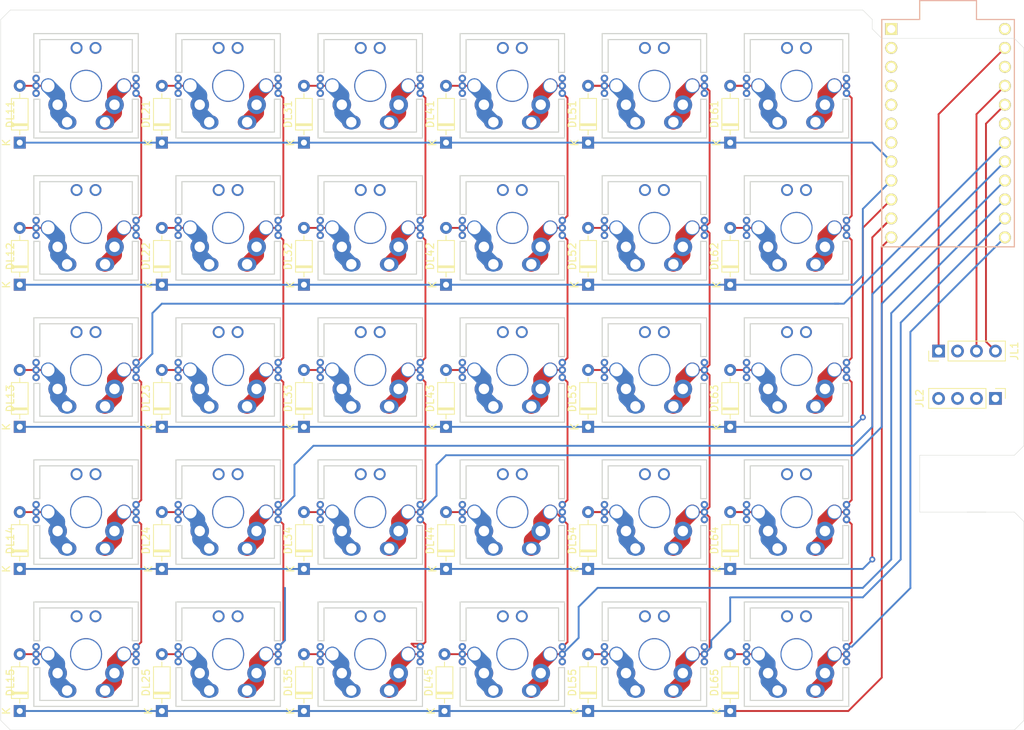
<source format=kicad_pcb>
(kicad_pcb (version 20171130) (host pcbnew "(5.1.9)-1")
  (layers (0 F.Cu signal) (31 B.Cu signal) (34 B.Paste user) (35 F.Paste user) (36 B.SilkS user) (37 F.SilkS user) (38 B.Mask user) (39 F.Mask user) (44 Edge.Cuts user))
  (net 0 "")
  (net 1 "Net-(DL11-Pad2)")
  (net 2 "Net-(DL11-Pad1)")
  (net 3 "Net-(DL12-Pad1)")
  (net 4 "Net-(DL12-Pad2)")
  (net 5 "Net-(DL13-Pad1)")
  (net 6 "Net-(DL13-Pad2)")
  (net 7 "Net-(DL14-Pad2)")
  (net 8 "Net-(DL14-Pad1)")
  (net 9 "Net-(DL15-Pad2)")
  (net 10 "Net-(DL15-Pad1)")
  (net 11 "Net-(DL21-Pad2)")
  (net 12 "Net-(DL22-Pad2)")
  (net 13 "Net-(DL23-Pad2)")
  (net 14 "Net-(DL24-Pad2)")
  (net 15 "Net-(DL25-Pad2)")
  (net 16 "Net-(DL31-Pad2)")
  (net 17 "Net-(DL32-Pad2)")
  (net 18 "Net-(DL33-Pad2)")
  (net 19 "Net-(DL34-Pad2)")
  (net 20 "Net-(DL35-Pad2)")
  (net 21 "Net-(DL41-Pad2)")
  (net 22 "Net-(DL42-Pad2)")
  (net 23 "Net-(DL43-Pad2)")
  (net 24 "Net-(DL44-Pad2)")
  (net 25 "Net-(DL45-Pad2)")
  (net 26 "Net-(DL51-Pad2)")
  (net 27 "Net-(DL52-Pad2)")
  (net 28 "Net-(DL53-Pad2)")
  (net 29 "Net-(DL54-Pad2)")
  (net 30 "Net-(DL55-Pad2)")
  (net 31 "Net-(DL61-Pad2)")
  (net 32 "Net-(DL62-Pad2)")
  (net 33 "Net-(DL63-Pad2)")
  (net 34 "Net-(DL64-Pad2)")
  (net 35 "Net-(DL65-Pad2)")
  (net 36 "Net-(JL1-Pad1)")
  (net 37 "Net-(JL1-Pad2)")
  (net 38 "Net-(JL1-Pad3)")
  (net 39 "Net-(JL1-Pad4)")
  (net 40 "Net-(KL1-Pad2)")
  (net 41 "Net-(KL2-Pad2)")
  (net 42 "Net-(KL3-Pad2)")
  (net 43 "Net-(KL4-Pad2)")
  (net 44 "Net-(KL5-Pad2)")
  (net 45 "Net-(KLFunc11-Pad2)")
  (net 46 "Net-(U1-Pad1)")
  (net 47 "Net-(U1-Pad2)")
  (net 48 "Net-(U1-Pad3)")
  (net 49 "Net-(U1-Pad4)")
  (net 50 "Net-(U1-Pad5)")
  (net 51 "Net-(U1-Pad6)")
  (net 52 "Net-(U1-Pad7)")
  (net 53 "Net-(U1-Pad19)")
  (net 54 "Net-(U1-Pad22)")
  (net 55 "Net-(U1-Pad24)")
  (module Connector_PinHeader_2.54mm:PinHeader_1x04_P2.54mm_Vertical (layer F.Cu) (at 149.86 81.28 90)
    (fp_text reference JL1 (at 0 10.16 90) (layer F.SilkS))
    (fp_text value Conn_01x04)
    (pad 4 thru_hole oval (at 0 7.62 90) (size 1.7 1.7) (drill 1) (layers *.Cu *.Mask) (net 39 "Net-(JL1-Pad4)"))
    (pad 3 thru_hole oval (at 0 5.08 90) (size 1.7 1.7) (drill 1) (layers *.Cu *.Mask) (net 38 "Net-(JL1-Pad3)"))
    (pad 2 thru_hole oval (at 0 2.54 90) (size 1.7 1.7) (drill 1) (layers *.Cu *.Mask) (net 37 "Net-(JL1-Pad2)"))
    (pad 1 thru_hole rect (at 0 0 90) (size 1.7 1.7) (drill 1) (layers *.Cu *.Mask) (net 36 "Net-(JL1-Pad1)"))
  )
  (module Connector_PinHeader_2.54mm:PinHeader_1x04_P2.54mm_Vertical (layer F.Cu) (at 157.48 87.63 270)
    (fp_text reference JL2 (at 0 10.16 90) (layer F.SilkS))
    (fp_text value Conn_01x04)
    (pad 4 thru_hole oval (at 0 7.62 270) (size 1.7 1.7) (drill 1) (layers *.Cu *.Mask))
    (pad 3 thru_hole oval (at 0 5.08 270) (size 1.7 1.7) (drill 1) (layers *.Cu *.Mask))
    (pad 2 thru_hole oval (at 0 2.54 270) (size 1.7 1.7) (drill 1) (layers *.Cu *.Mask))
    (pad 1 thru_hole rect (at 0 0 270) (size 1.7 1.7) (drill 1) (layers *.Cu *.Mask))
  )
  (module pcb:cherry (layer F.Cu) (at 54.61 102.87)
    (fp_text reference KLZ1)
    (fp_text value SW_Push hide)
    (pad 1 thru_hole circle (at -6.7 -1) (size 1 1) (drill 0.5) (layers *.Cu *.Paste *.Mask) (net 14 "Net-(DL24-Pad2)"))
    (pad 1 thru_hole circle (at -6.7 1) (size 1 1) (drill 0.5) (layers *.Cu *.Paste *.Mask) (net 14 "Net-(DL24-Pad2)"))
    (pad 1 thru_hole circle (at -6.7 0) (size 1 1) (drill 0.5) (layers *.Cu *.Paste *.Mask) (net 14 "Net-(DL24-Pad2)"))
    (pad 2 thru_hole oval (at 2.54 4.8768) (size 2.5 1.8) (drill 1.4) (layers *.Cu *.Paste *.Mask) (net 40 "Net-(KL1-Pad2)"))
    (pad 1 thru_hole circle (at -3.81 2.54) (size 2.5 2.5) (drill 1.4) (layers *.Cu *.Paste *.Mask) (net 14 "Net-(DL24-Pad2)"))
    (pad 1 thru_hole oval (at -2.54 4.8768) (size 2.5 1.8) (drill 1.4) (layers *.Cu *.Paste *.Mask) (net 14 "Net-(DL24-Pad2)"))
    (pad 2 thru_hole circle (at 3.81 2.54) (size 2.5 2.5) (drill 1.4) (layers *.Cu *.Paste *.Mask) (net 40 "Net-(KL1-Pad2)"))
    (pad 1 thru_hole circle (at -5.08 0) (size 2 2) (drill 1.7018) (layers *.Cu *.Paste *.Mask) (net 14 "Net-(DL24-Pad2)"))
    (pad 2 thru_hole circle (at 5.08 0) (size 2 2) (drill 1.7018) (layers *.Cu *.Paste *.Mask) (net 40 "Net-(KL1-Pad2)"))
    (pad 0 thru_hole circle (at 0 0) (size 4.3 4.3) (drill 3.9878) (layers *.Cu *.Paste *.Mask))
    (pad 2 thru_hole circle (at 6.7 0 180) (size 1 1) (drill 0.5) (layers *.Cu *.Paste *.Mask) (net 40 "Net-(KL1-Pad2)"))
    (pad 2 thru_hole circle (at 6.7 -1 180) (size 1 1) (drill 0.5) (layers *.Cu *.Paste *.Mask) (net 40 "Net-(KL1-Pad2)"))
    (pad 2 thru_hole circle (at 6.7 1 180) (size 1 1) (drill 0.5) (layers *.Cu *.Paste *.Mask) (net 40 "Net-(KL1-Pad2)"))
    (pad 0 thru_hole circle (at 1.27 -5.08) (size 1.6 1.6) (drill 1.1) (layers *.Cu *.Paste *.Mask))
    (pad 0 thru_hole circle (at -1.27 -5.08) (size 1.6 1.6) (drill 1.1) (layers *.Cu *.Paste *.Mask))
  )
  (module pcb:cherry (layer F.Cu) (at 73.66 102.87)
    (fp_text reference KLX1)
    (fp_text value SW_Push hide)
    (pad 1 thru_hole circle (at -6.7 -1) (size 1 1) (drill 0.5) (layers *.Cu *.Paste *.Mask) (net 19 "Net-(DL34-Pad2)"))
    (pad 1 thru_hole circle (at -6.7 1) (size 1 1) (drill 0.5) (layers *.Cu *.Paste *.Mask) (net 19 "Net-(DL34-Pad2)"))
    (pad 1 thru_hole circle (at -6.7 0) (size 1 1) (drill 0.5) (layers *.Cu *.Paste *.Mask) (net 19 "Net-(DL34-Pad2)"))
    (pad 2 thru_hole oval (at 2.54 4.8768) (size 2.5 1.8) (drill 1.4) (layers *.Cu *.Paste *.Mask) (net 41 "Net-(KL2-Pad2)"))
    (pad 1 thru_hole circle (at -3.81 2.54) (size 2.5 2.5) (drill 1.4) (layers *.Cu *.Paste *.Mask) (net 19 "Net-(DL34-Pad2)"))
    (pad 1 thru_hole oval (at -2.54 4.8768) (size 2.5 1.8) (drill 1.4) (layers *.Cu *.Paste *.Mask) (net 19 "Net-(DL34-Pad2)"))
    (pad 2 thru_hole circle (at 3.81 2.54) (size 2.5 2.5) (drill 1.4) (layers *.Cu *.Paste *.Mask) (net 41 "Net-(KL2-Pad2)"))
    (pad 1 thru_hole circle (at -5.08 0) (size 2 2) (drill 1.7018) (layers *.Cu *.Paste *.Mask) (net 19 "Net-(DL34-Pad2)"))
    (pad 2 thru_hole circle (at 5.08 0) (size 2 2) (drill 1.7018) (layers *.Cu *.Paste *.Mask) (net 41 "Net-(KL2-Pad2)"))
    (pad 0 thru_hole circle (at 0 0) (size 4.3 4.3) (drill 3.9878) (layers *.Cu *.Paste *.Mask))
    (pad 2 thru_hole circle (at 6.7 0 180) (size 1 1) (drill 0.5) (layers *.Cu *.Paste *.Mask) (net 41 "Net-(KL2-Pad2)"))
    (pad 2 thru_hole circle (at 6.7 -1 180) (size 1 1) (drill 0.5) (layers *.Cu *.Paste *.Mask) (net 41 "Net-(KL2-Pad2)"))
    (pad 2 thru_hole circle (at 6.7 1 180) (size 1 1) (drill 0.5) (layers *.Cu *.Paste *.Mask) (net 41 "Net-(KL2-Pad2)"))
    (pad 0 thru_hole circle (at 1.27 -5.08) (size 1.6 1.6) (drill 1.1) (layers *.Cu *.Paste *.Mask))
    (pad 0 thru_hole circle (at -1.27 -5.08) (size 1.6 1.6) (drill 1.1) (layers *.Cu *.Paste *.Mask))
  )
  (module pcb:cherry (layer F.Cu) (at 73.66 64.77)
    (fp_text reference KLW1)
    (fp_text value SW_Push hide)
    (pad 1 thru_hole circle (at -6.7 -1) (size 1 1) (drill 0.5) (layers *.Cu *.Paste *.Mask) (net 17 "Net-(DL32-Pad2)"))
    (pad 1 thru_hole circle (at -6.7 1) (size 1 1) (drill 0.5) (layers *.Cu *.Paste *.Mask) (net 17 "Net-(DL32-Pad2)"))
    (pad 1 thru_hole circle (at -6.7 0) (size 1 1) (drill 0.5) (layers *.Cu *.Paste *.Mask) (net 17 "Net-(DL32-Pad2)"))
    (pad 2 thru_hole oval (at 2.54 4.8768) (size 2.5 1.8) (drill 1.4) (layers *.Cu *.Paste *.Mask) (net 41 "Net-(KL2-Pad2)"))
    (pad 1 thru_hole circle (at -3.81 2.54) (size 2.5 2.5) (drill 1.4) (layers *.Cu *.Paste *.Mask) (net 17 "Net-(DL32-Pad2)"))
    (pad 1 thru_hole oval (at -2.54 4.8768) (size 2.5 1.8) (drill 1.4) (layers *.Cu *.Paste *.Mask) (net 17 "Net-(DL32-Pad2)"))
    (pad 2 thru_hole circle (at 3.81 2.54) (size 2.5 2.5) (drill 1.4) (layers *.Cu *.Paste *.Mask) (net 41 "Net-(KL2-Pad2)"))
    (pad 1 thru_hole circle (at -5.08 0) (size 2 2) (drill 1.7018) (layers *.Cu *.Paste *.Mask) (net 17 "Net-(DL32-Pad2)"))
    (pad 2 thru_hole circle (at 5.08 0) (size 2 2) (drill 1.7018) (layers *.Cu *.Paste *.Mask) (net 41 "Net-(KL2-Pad2)"))
    (pad 0 thru_hole circle (at 0 0) (size 4.3 4.3) (drill 3.9878) (layers *.Cu *.Paste *.Mask))
    (pad 2 thru_hole circle (at 6.7 0 180) (size 1 1) (drill 0.5) (layers *.Cu *.Paste *.Mask) (net 41 "Net-(KL2-Pad2)"))
    (pad 2 thru_hole circle (at 6.7 -1 180) (size 1 1) (drill 0.5) (layers *.Cu *.Paste *.Mask) (net 41 "Net-(KL2-Pad2)"))
    (pad 2 thru_hole circle (at 6.7 1 180) (size 1 1) (drill 0.5) (layers *.Cu *.Paste *.Mask) (net 41 "Net-(KL2-Pad2)"))
    (pad 0 thru_hole circle (at 1.27 -5.08) (size 1.6 1.6) (drill 1.1) (layers *.Cu *.Paste *.Mask))
    (pad 0 thru_hole circle (at -1.27 -5.08) (size 1.6 1.6) (drill 1.1) (layers *.Cu *.Paste *.Mask))
  )
  (module pcb:cherry (layer F.Cu) (at 111.76 102.87)
    (fp_text reference KLV1)
    (fp_text value SW_Push hide)
    (pad 1 thru_hole circle (at -6.7 -1) (size 1 1) (drill 0.5) (layers *.Cu *.Paste *.Mask) (net 29 "Net-(DL54-Pad2)"))
    (pad 1 thru_hole circle (at -6.7 1) (size 1 1) (drill 0.5) (layers *.Cu *.Paste *.Mask) (net 29 "Net-(DL54-Pad2)"))
    (pad 1 thru_hole circle (at -6.7 0) (size 1 1) (drill 0.5) (layers *.Cu *.Paste *.Mask) (net 29 "Net-(DL54-Pad2)"))
    (pad 2 thru_hole oval (at 2.54 4.8768) (size 2.5 1.8) (drill 1.4) (layers *.Cu *.Paste *.Mask) (net 43 "Net-(KL4-Pad2)"))
    (pad 1 thru_hole circle (at -3.81 2.54) (size 2.5 2.5) (drill 1.4) (layers *.Cu *.Paste *.Mask) (net 29 "Net-(DL54-Pad2)"))
    (pad 1 thru_hole oval (at -2.54 4.8768) (size 2.5 1.8) (drill 1.4) (layers *.Cu *.Paste *.Mask) (net 29 "Net-(DL54-Pad2)"))
    (pad 2 thru_hole circle (at 3.81 2.54) (size 2.5 2.5) (drill 1.4) (layers *.Cu *.Paste *.Mask) (net 43 "Net-(KL4-Pad2)"))
    (pad 1 thru_hole circle (at -5.08 0) (size 2 2) (drill 1.7018) (layers *.Cu *.Paste *.Mask) (net 29 "Net-(DL54-Pad2)"))
    (pad 2 thru_hole circle (at 5.08 0) (size 2 2) (drill 1.7018) (layers *.Cu *.Paste *.Mask) (net 43 "Net-(KL4-Pad2)"))
    (pad 0 thru_hole circle (at 0 0) (size 4.3 4.3) (drill 3.9878) (layers *.Cu *.Paste *.Mask))
    (pad 2 thru_hole circle (at 6.7 0 180) (size 1 1) (drill 0.5) (layers *.Cu *.Paste *.Mask) (net 43 "Net-(KL4-Pad2)"))
    (pad 2 thru_hole circle (at 6.7 -1 180) (size 1 1) (drill 0.5) (layers *.Cu *.Paste *.Mask) (net 43 "Net-(KL4-Pad2)"))
    (pad 2 thru_hole circle (at 6.7 1 180) (size 1 1) (drill 0.5) (layers *.Cu *.Paste *.Mask) (net 43 "Net-(KL4-Pad2)"))
    (pad 0 thru_hole circle (at 1.27 -5.08) (size 1.6 1.6) (drill 1.1) (layers *.Cu *.Paste *.Mask))
    (pad 0 thru_hole circle (at -1.27 -5.08) (size 1.6 1.6) (drill 1.1) (layers *.Cu *.Paste *.Mask))
  )
  (module pcb:cherry (layer F.Cu) (at 111.76 64.77)
    (fp_text reference KLR1)
    (fp_text value SW_Push hide)
    (pad 1 thru_hole circle (at -6.7 -1) (size 1 1) (drill 0.5) (layers *.Cu *.Paste *.Mask) (net 27 "Net-(DL52-Pad2)"))
    (pad 1 thru_hole circle (at -6.7 1) (size 1 1) (drill 0.5) (layers *.Cu *.Paste *.Mask) (net 27 "Net-(DL52-Pad2)"))
    (pad 1 thru_hole circle (at -6.7 0) (size 1 1) (drill 0.5) (layers *.Cu *.Paste *.Mask) (net 27 "Net-(DL52-Pad2)"))
    (pad 2 thru_hole oval (at 2.54 4.8768) (size 2.5 1.8) (drill 1.4) (layers *.Cu *.Paste *.Mask) (net 43 "Net-(KL4-Pad2)"))
    (pad 1 thru_hole circle (at -3.81 2.54) (size 2.5 2.5) (drill 1.4) (layers *.Cu *.Paste *.Mask) (net 27 "Net-(DL52-Pad2)"))
    (pad 1 thru_hole oval (at -2.54 4.8768) (size 2.5 1.8) (drill 1.4) (layers *.Cu *.Paste *.Mask) (net 27 "Net-(DL52-Pad2)"))
    (pad 2 thru_hole circle (at 3.81 2.54) (size 2.5 2.5) (drill 1.4) (layers *.Cu *.Paste *.Mask) (net 43 "Net-(KL4-Pad2)"))
    (pad 1 thru_hole circle (at -5.08 0) (size 2 2) (drill 1.7018) (layers *.Cu *.Paste *.Mask) (net 27 "Net-(DL52-Pad2)"))
    (pad 2 thru_hole circle (at 5.08 0) (size 2 2) (drill 1.7018) (layers *.Cu *.Paste *.Mask) (net 43 "Net-(KL4-Pad2)"))
    (pad 0 thru_hole circle (at 0 0) (size 4.3 4.3) (drill 3.9878) (layers *.Cu *.Paste *.Mask))
    (pad 2 thru_hole circle (at 6.7 0 180) (size 1 1) (drill 0.5) (layers *.Cu *.Paste *.Mask) (net 43 "Net-(KL4-Pad2)"))
    (pad 2 thru_hole circle (at 6.7 -1 180) (size 1 1) (drill 0.5) (layers *.Cu *.Paste *.Mask) (net 43 "Net-(KL4-Pad2)"))
    (pad 2 thru_hole circle (at 6.7 1 180) (size 1 1) (drill 0.5) (layers *.Cu *.Paste *.Mask) (net 43 "Net-(KL4-Pad2)"))
    (pad 0 thru_hole circle (at 1.27 -5.08) (size 1.6 1.6) (drill 1.1) (layers *.Cu *.Paste *.Mask))
    (pad 0 thru_hole circle (at -1.27 -5.08) (size 1.6 1.6) (drill 1.1) (layers *.Cu *.Paste *.Mask))
  )
  (module pcb:cherry (layer F.Cu) (at 54.61 64.77)
    (fp_text reference KLQ1)
    (fp_text value SW_Push hide)
    (pad 1 thru_hole circle (at -6.7 -1) (size 1 1) (drill 0.5) (layers *.Cu *.Paste *.Mask) (net 12 "Net-(DL22-Pad2)"))
    (pad 1 thru_hole circle (at -6.7 1) (size 1 1) (drill 0.5) (layers *.Cu *.Paste *.Mask) (net 12 "Net-(DL22-Pad2)"))
    (pad 1 thru_hole circle (at -6.7 0) (size 1 1) (drill 0.5) (layers *.Cu *.Paste *.Mask) (net 12 "Net-(DL22-Pad2)"))
    (pad 2 thru_hole oval (at 2.54 4.8768) (size 2.5 1.8) (drill 1.4) (layers *.Cu *.Paste *.Mask) (net 40 "Net-(KL1-Pad2)"))
    (pad 1 thru_hole circle (at -3.81 2.54) (size 2.5 2.5) (drill 1.4) (layers *.Cu *.Paste *.Mask) (net 12 "Net-(DL22-Pad2)"))
    (pad 1 thru_hole oval (at -2.54 4.8768) (size 2.5 1.8) (drill 1.4) (layers *.Cu *.Paste *.Mask) (net 12 "Net-(DL22-Pad2)"))
    (pad 2 thru_hole circle (at 3.81 2.54) (size 2.5 2.5) (drill 1.4) (layers *.Cu *.Paste *.Mask) (net 40 "Net-(KL1-Pad2)"))
    (pad 1 thru_hole circle (at -5.08 0) (size 2 2) (drill 1.7018) (layers *.Cu *.Paste *.Mask) (net 12 "Net-(DL22-Pad2)"))
    (pad 2 thru_hole circle (at 5.08 0) (size 2 2) (drill 1.7018) (layers *.Cu *.Paste *.Mask) (net 40 "Net-(KL1-Pad2)"))
    (pad 0 thru_hole circle (at 0 0) (size 4.3 4.3) (drill 3.9878) (layers *.Cu *.Paste *.Mask))
    (pad 2 thru_hole circle (at 6.7 0 180) (size 1 1) (drill 0.5) (layers *.Cu *.Paste *.Mask) (net 40 "Net-(KL1-Pad2)"))
    (pad 2 thru_hole circle (at 6.7 -1 180) (size 1 1) (drill 0.5) (layers *.Cu *.Paste *.Mask) (net 40 "Net-(KL1-Pad2)"))
    (pad 2 thru_hole circle (at 6.7 1 180) (size 1 1) (drill 0.5) (layers *.Cu *.Paste *.Mask) (net 40 "Net-(KL1-Pad2)"))
    (pad 0 thru_hole circle (at 1.27 -5.08) (size 1.6 1.6) (drill 1.1) (layers *.Cu *.Paste *.Mask))
    (pad 0 thru_hole circle (at -1.27 -5.08) (size 1.6 1.6) (drill 1.1) (layers *.Cu *.Paste *.Mask))
  )
  (module pcb:cherry (layer F.Cu) (at 130.81 121.92)
    (fp_text reference KLFunc65)
    (fp_text value SW_Push hide)
    (pad 1 thru_hole circle (at -6.7 -1) (size 1 1) (drill 0.5) (layers *.Cu *.Paste *.Mask) (net 35 "Net-(DL65-Pad2)"))
    (pad 1 thru_hole circle (at -6.7 1) (size 1 1) (drill 0.5) (layers *.Cu *.Paste *.Mask) (net 35 "Net-(DL65-Pad2)"))
    (pad 1 thru_hole circle (at -6.7 0) (size 1 1) (drill 0.5) (layers *.Cu *.Paste *.Mask) (net 35 "Net-(DL65-Pad2)"))
    (pad 2 thru_hole oval (at 2.54 4.8768) (size 2.5 1.8) (drill 1.4) (layers *.Cu *.Paste *.Mask) (net 44 "Net-(KL5-Pad2)"))
    (pad 1 thru_hole circle (at -3.81 2.54) (size 2.5 2.5) (drill 1.4) (layers *.Cu *.Paste *.Mask) (net 35 "Net-(DL65-Pad2)"))
    (pad 1 thru_hole oval (at -2.54 4.8768) (size 2.5 1.8) (drill 1.4) (layers *.Cu *.Paste *.Mask) (net 35 "Net-(DL65-Pad2)"))
    (pad 2 thru_hole circle (at 3.81 2.54) (size 2.5 2.5) (drill 1.4) (layers *.Cu *.Paste *.Mask) (net 44 "Net-(KL5-Pad2)"))
    (pad 1 thru_hole circle (at -5.08 0) (size 2 2) (drill 1.7018) (layers *.Cu *.Paste *.Mask) (net 35 "Net-(DL65-Pad2)"))
    (pad 2 thru_hole circle (at 5.08 0) (size 2 2) (drill 1.7018) (layers *.Cu *.Paste *.Mask) (net 44 "Net-(KL5-Pad2)"))
    (pad 0 thru_hole circle (at 0 0) (size 4.3 4.3) (drill 3.9878) (layers *.Cu *.Paste *.Mask))
    (pad 2 thru_hole circle (at 6.7 0 180) (size 1 1) (drill 0.5) (layers *.Cu *.Paste *.Mask) (net 44 "Net-(KL5-Pad2)"))
    (pad 2 thru_hole circle (at 6.7 -1 180) (size 1 1) (drill 0.5) (layers *.Cu *.Paste *.Mask) (net 44 "Net-(KL5-Pad2)"))
    (pad 2 thru_hole circle (at 6.7 1 180) (size 1 1) (drill 0.5) (layers *.Cu *.Paste *.Mask) (net 44 "Net-(KL5-Pad2)"))
    (pad 0 thru_hole circle (at 1.27 -5.08) (size 1.6 1.6) (drill 1.1) (layers *.Cu *.Paste *.Mask))
    (pad 0 thru_hole circle (at -1.27 -5.08) (size 1.6 1.6) (drill 1.1) (layers *.Cu *.Paste *.Mask))
  )
  (module pcb:cherry (layer F.Cu) (at 111.76 121.92)
    (fp_text reference KLFunc55)
    (fp_text value SW_Push hide)
    (pad 1 thru_hole circle (at -6.7 -1) (size 1 1) (drill 0.5) (layers *.Cu *.Paste *.Mask) (net 30 "Net-(DL55-Pad2)"))
    (pad 1 thru_hole circle (at -6.7 1) (size 1 1) (drill 0.5) (layers *.Cu *.Paste *.Mask) (net 30 "Net-(DL55-Pad2)"))
    (pad 1 thru_hole circle (at -6.7 0) (size 1 1) (drill 0.5) (layers *.Cu *.Paste *.Mask) (net 30 "Net-(DL55-Pad2)"))
    (pad 2 thru_hole oval (at 2.54 4.8768) (size 2.5 1.8) (drill 1.4) (layers *.Cu *.Paste *.Mask) (net 43 "Net-(KL4-Pad2)"))
    (pad 1 thru_hole circle (at -3.81 2.54) (size 2.5 2.5) (drill 1.4) (layers *.Cu *.Paste *.Mask) (net 30 "Net-(DL55-Pad2)"))
    (pad 1 thru_hole oval (at -2.54 4.8768) (size 2.5 1.8) (drill 1.4) (layers *.Cu *.Paste *.Mask) (net 30 "Net-(DL55-Pad2)"))
    (pad 2 thru_hole circle (at 3.81 2.54) (size 2.5 2.5) (drill 1.4) (layers *.Cu *.Paste *.Mask) (net 43 "Net-(KL4-Pad2)"))
    (pad 1 thru_hole circle (at -5.08 0) (size 2 2) (drill 1.7018) (layers *.Cu *.Paste *.Mask) (net 30 "Net-(DL55-Pad2)"))
    (pad 2 thru_hole circle (at 5.08 0) (size 2 2) (drill 1.7018) (layers *.Cu *.Paste *.Mask) (net 43 "Net-(KL4-Pad2)"))
    (pad 0 thru_hole circle (at 0 0) (size 4.3 4.3) (drill 3.9878) (layers *.Cu *.Paste *.Mask))
    (pad 2 thru_hole circle (at 6.7 0 180) (size 1 1) (drill 0.5) (layers *.Cu *.Paste *.Mask) (net 43 "Net-(KL4-Pad2)"))
    (pad 2 thru_hole circle (at 6.7 -1 180) (size 1 1) (drill 0.5) (layers *.Cu *.Paste *.Mask) (net 43 "Net-(KL4-Pad2)"))
    (pad 2 thru_hole circle (at 6.7 1 180) (size 1 1) (drill 0.5) (layers *.Cu *.Paste *.Mask) (net 43 "Net-(KL4-Pad2)"))
    (pad 0 thru_hole circle (at 1.27 -5.08) (size 1.6 1.6) (drill 1.1) (layers *.Cu *.Paste *.Mask))
    (pad 0 thru_hole circle (at -1.27 -5.08) (size 1.6 1.6) (drill 1.1) (layers *.Cu *.Paste *.Mask))
  )
  (module pcb:cherry (layer F.Cu) (at 73.66 121.92)
    (fp_text reference KLFunc35)
    (fp_text value SW_Push hide)
    (pad 1 thru_hole circle (at -6.7 -1) (size 1 1) (drill 0.5) (layers *.Cu *.Paste *.Mask) (net 20 "Net-(DL35-Pad2)"))
    (pad 1 thru_hole circle (at -6.7 1) (size 1 1) (drill 0.5) (layers *.Cu *.Paste *.Mask) (net 20 "Net-(DL35-Pad2)"))
    (pad 1 thru_hole circle (at -6.7 0) (size 1 1) (drill 0.5) (layers *.Cu *.Paste *.Mask) (net 20 "Net-(DL35-Pad2)"))
    (pad 2 thru_hole oval (at 2.54 4.8768) (size 2.5 1.8) (drill 1.4) (layers *.Cu *.Paste *.Mask) (net 41 "Net-(KL2-Pad2)"))
    (pad 1 thru_hole circle (at -3.81 2.54) (size 2.5 2.5) (drill 1.4) (layers *.Cu *.Paste *.Mask) (net 20 "Net-(DL35-Pad2)"))
    (pad 1 thru_hole oval (at -2.54 4.8768) (size 2.5 1.8) (drill 1.4) (layers *.Cu *.Paste *.Mask) (net 20 "Net-(DL35-Pad2)"))
    (pad 2 thru_hole circle (at 3.81 2.54) (size 2.5 2.5) (drill 1.4) (layers *.Cu *.Paste *.Mask) (net 41 "Net-(KL2-Pad2)"))
    (pad 1 thru_hole circle (at -5.08 0) (size 2 2) (drill 1.7018) (layers *.Cu *.Paste *.Mask) (net 20 "Net-(DL35-Pad2)"))
    (pad 2 thru_hole circle (at 5.08 0) (size 2 2) (drill 1.7018) (layers *.Cu *.Paste *.Mask) (net 41 "Net-(KL2-Pad2)"))
    (pad 0 thru_hole circle (at 0 0) (size 4.3 4.3) (drill 3.9878) (layers *.Cu *.Paste *.Mask))
    (pad 2 thru_hole circle (at 6.7 0 180) (size 1 1) (drill 0.5) (layers *.Cu *.Paste *.Mask) (net 41 "Net-(KL2-Pad2)"))
    (pad 2 thru_hole circle (at 6.7 -1 180) (size 1 1) (drill 0.5) (layers *.Cu *.Paste *.Mask) (net 41 "Net-(KL2-Pad2)"))
    (pad 2 thru_hole circle (at 6.7 1 180) (size 1 1) (drill 0.5) (layers *.Cu *.Paste *.Mask) (net 41 "Net-(KL2-Pad2)"))
    (pad 0 thru_hole circle (at 1.27 -5.08) (size 1.6 1.6) (drill 1.1) (layers *.Cu *.Paste *.Mask))
    (pad 0 thru_hole circle (at -1.27 -5.08) (size 1.6 1.6) (drill 1.1) (layers *.Cu *.Paste *.Mask))
  )
  (module pcb:cherry (layer F.Cu) (at 54.61 121.92)
    (fp_text reference KLFunc25)
    (fp_text value SW_Push hide)
    (pad 1 thru_hole circle (at -6.7 -1) (size 1 1) (drill 0.5) (layers *.Cu *.Paste *.Mask) (net 15 "Net-(DL25-Pad2)"))
    (pad 1 thru_hole circle (at -6.7 1) (size 1 1) (drill 0.5) (layers *.Cu *.Paste *.Mask) (net 15 "Net-(DL25-Pad2)"))
    (pad 1 thru_hole circle (at -6.7 0) (size 1 1) (drill 0.5) (layers *.Cu *.Paste *.Mask) (net 15 "Net-(DL25-Pad2)"))
    (pad 2 thru_hole oval (at 2.54 4.8768) (size 2.5 1.8) (drill 1.4) (layers *.Cu *.Paste *.Mask) (net 40 "Net-(KL1-Pad2)"))
    (pad 1 thru_hole circle (at -3.81 2.54) (size 2.5 2.5) (drill 1.4) (layers *.Cu *.Paste *.Mask) (net 15 "Net-(DL25-Pad2)"))
    (pad 1 thru_hole oval (at -2.54 4.8768) (size 2.5 1.8) (drill 1.4) (layers *.Cu *.Paste *.Mask) (net 15 "Net-(DL25-Pad2)"))
    (pad 2 thru_hole circle (at 3.81 2.54) (size 2.5 2.5) (drill 1.4) (layers *.Cu *.Paste *.Mask) (net 40 "Net-(KL1-Pad2)"))
    (pad 1 thru_hole circle (at -5.08 0) (size 2 2) (drill 1.7018) (layers *.Cu *.Paste *.Mask) (net 15 "Net-(DL25-Pad2)"))
    (pad 2 thru_hole circle (at 5.08 0) (size 2 2) (drill 1.7018) (layers *.Cu *.Paste *.Mask) (net 40 "Net-(KL1-Pad2)"))
    (pad 0 thru_hole circle (at 0 0) (size 4.3 4.3) (drill 3.9878) (layers *.Cu *.Paste *.Mask))
    (pad 2 thru_hole circle (at 6.7 0 180) (size 1 1) (drill 0.5) (layers *.Cu *.Paste *.Mask) (net 40 "Net-(KL1-Pad2)"))
    (pad 2 thru_hole circle (at 6.7 -1 180) (size 1 1) (drill 0.5) (layers *.Cu *.Paste *.Mask) (net 40 "Net-(KL1-Pad2)"))
    (pad 2 thru_hole circle (at 6.7 1 180) (size 1 1) (drill 0.5) (layers *.Cu *.Paste *.Mask) (net 40 "Net-(KL1-Pad2)"))
    (pad 0 thru_hole circle (at 1.27 -5.08) (size 1.6 1.6) (drill 1.1) (layers *.Cu *.Paste *.Mask))
    (pad 0 thru_hole circle (at -1.27 -5.08) (size 1.6 1.6) (drill 1.1) (layers *.Cu *.Paste *.Mask))
  )
  (module pcb:cherry (layer F.Cu) (at 35.56 121.92)
    (fp_text reference KLFunc15)
    (fp_text value SW_Push hide)
    (pad 1 thru_hole circle (at -6.7 -1) (size 1 1) (drill 0.5) (layers *.Cu *.Paste *.Mask) (net 9 "Net-(DL15-Pad2)"))
    (pad 1 thru_hole circle (at -6.7 1) (size 1 1) (drill 0.5) (layers *.Cu *.Paste *.Mask) (net 9 "Net-(DL15-Pad2)"))
    (pad 1 thru_hole circle (at -6.7 0) (size 1 1) (drill 0.5) (layers *.Cu *.Paste *.Mask) (net 9 "Net-(DL15-Pad2)"))
    (pad 2 thru_hole oval (at 2.54 4.8768) (size 2.5 1.8) (drill 1.4) (layers *.Cu *.Paste *.Mask) (net 45 "Net-(KLFunc11-Pad2)"))
    (pad 1 thru_hole circle (at -3.81 2.54) (size 2.5 2.5) (drill 1.4) (layers *.Cu *.Paste *.Mask) (net 9 "Net-(DL15-Pad2)"))
    (pad 1 thru_hole oval (at -2.54 4.8768) (size 2.5 1.8) (drill 1.4) (layers *.Cu *.Paste *.Mask) (net 9 "Net-(DL15-Pad2)"))
    (pad 2 thru_hole circle (at 3.81 2.54) (size 2.5 2.5) (drill 1.4) (layers *.Cu *.Paste *.Mask) (net 45 "Net-(KLFunc11-Pad2)"))
    (pad 1 thru_hole circle (at -5.08 0) (size 2 2) (drill 1.7018) (layers *.Cu *.Paste *.Mask) (net 9 "Net-(DL15-Pad2)"))
    (pad 2 thru_hole circle (at 5.08 0) (size 2 2) (drill 1.7018) (layers *.Cu *.Paste *.Mask) (net 45 "Net-(KLFunc11-Pad2)"))
    (pad 0 thru_hole circle (at 0 0) (size 4.3 4.3) (drill 3.9878) (layers *.Cu *.Paste *.Mask))
    (pad 2 thru_hole circle (at 6.7 0 180) (size 1 1) (drill 0.5) (layers *.Cu *.Paste *.Mask) (net 45 "Net-(KLFunc11-Pad2)"))
    (pad 2 thru_hole circle (at 6.7 -1 180) (size 1 1) (drill 0.5) (layers *.Cu *.Paste *.Mask) (net 45 "Net-(KLFunc11-Pad2)"))
    (pad 2 thru_hole circle (at 6.7 1 180) (size 1 1) (drill 0.5) (layers *.Cu *.Paste *.Mask) (net 45 "Net-(KLFunc11-Pad2)"))
    (pad 0 thru_hole circle (at 1.27 -5.08) (size 1.6 1.6) (drill 1.1) (layers *.Cu *.Paste *.Mask))
    (pad 0 thru_hole circle (at -1.27 -5.08) (size 1.6 1.6) (drill 1.1) (layers *.Cu *.Paste *.Mask))
  )
  (module pcb:cherry (layer F.Cu) (at 35.56 102.87)
    (fp_text reference KLFunc14)
    (fp_text value SW_Push hide)
    (pad 1 thru_hole circle (at -6.7 -1) (size 1 1) (drill 0.5) (layers *.Cu *.Paste *.Mask) (net 7 "Net-(DL14-Pad2)"))
    (pad 1 thru_hole circle (at -6.7 1) (size 1 1) (drill 0.5) (layers *.Cu *.Paste *.Mask) (net 7 "Net-(DL14-Pad2)"))
    (pad 1 thru_hole circle (at -6.7 0) (size 1 1) (drill 0.5) (layers *.Cu *.Paste *.Mask) (net 7 "Net-(DL14-Pad2)"))
    (pad 2 thru_hole oval (at 2.54 4.8768) (size 2.5 1.8) (drill 1.4) (layers *.Cu *.Paste *.Mask) (net 45 "Net-(KLFunc11-Pad2)"))
    (pad 1 thru_hole circle (at -3.81 2.54) (size 2.5 2.5) (drill 1.4) (layers *.Cu *.Paste *.Mask) (net 7 "Net-(DL14-Pad2)"))
    (pad 1 thru_hole oval (at -2.54 4.8768) (size 2.5 1.8) (drill 1.4) (layers *.Cu *.Paste *.Mask) (net 7 "Net-(DL14-Pad2)"))
    (pad 2 thru_hole circle (at 3.81 2.54) (size 2.5 2.5) (drill 1.4) (layers *.Cu *.Paste *.Mask) (net 45 "Net-(KLFunc11-Pad2)"))
    (pad 1 thru_hole circle (at -5.08 0) (size 2 2) (drill 1.7018) (layers *.Cu *.Paste *.Mask) (net 7 "Net-(DL14-Pad2)"))
    (pad 2 thru_hole circle (at 5.08 0) (size 2 2) (drill 1.7018) (layers *.Cu *.Paste *.Mask) (net 45 "Net-(KLFunc11-Pad2)"))
    (pad 0 thru_hole circle (at 0 0) (size 4.3 4.3) (drill 3.9878) (layers *.Cu *.Paste *.Mask))
    (pad 2 thru_hole circle (at 6.7 0 180) (size 1 1) (drill 0.5) (layers *.Cu *.Paste *.Mask) (net 45 "Net-(KLFunc11-Pad2)"))
    (pad 2 thru_hole circle (at 6.7 -1 180) (size 1 1) (drill 0.5) (layers *.Cu *.Paste *.Mask) (net 45 "Net-(KLFunc11-Pad2)"))
    (pad 2 thru_hole circle (at 6.7 1 180) (size 1 1) (drill 0.5) (layers *.Cu *.Paste *.Mask) (net 45 "Net-(KLFunc11-Pad2)"))
    (pad 0 thru_hole circle (at 1.27 -5.08) (size 1.6 1.6) (drill 1.1) (layers *.Cu *.Paste *.Mask))
    (pad 0 thru_hole circle (at -1.27 -5.08) (size 1.6 1.6) (drill 1.1) (layers *.Cu *.Paste *.Mask))
  )
  (module pcb:cherry (layer F.Cu) (at 35.56 83.82)
    (fp_text reference KLFunc13)
    (fp_text value SW_Push hide)
    (pad 1 thru_hole circle (at -6.7 -1) (size 1 1) (drill 0.5) (layers *.Cu *.Paste *.Mask) (net 6 "Net-(DL13-Pad2)"))
    (pad 1 thru_hole circle (at -6.7 1) (size 1 1) (drill 0.5) (layers *.Cu *.Paste *.Mask) (net 6 "Net-(DL13-Pad2)"))
    (pad 1 thru_hole circle (at -6.7 0) (size 1 1) (drill 0.5) (layers *.Cu *.Paste *.Mask) (net 6 "Net-(DL13-Pad2)"))
    (pad 2 thru_hole oval (at 2.54 4.8768) (size 2.5 1.8) (drill 1.4) (layers *.Cu *.Paste *.Mask) (net 45 "Net-(KLFunc11-Pad2)"))
    (pad 1 thru_hole circle (at -3.81 2.54) (size 2.5 2.5) (drill 1.4) (layers *.Cu *.Paste *.Mask) (net 6 "Net-(DL13-Pad2)"))
    (pad 1 thru_hole oval (at -2.54 4.8768) (size 2.5 1.8) (drill 1.4) (layers *.Cu *.Paste *.Mask) (net 6 "Net-(DL13-Pad2)"))
    (pad 2 thru_hole circle (at 3.81 2.54) (size 2.5 2.5) (drill 1.4) (layers *.Cu *.Paste *.Mask) (net 45 "Net-(KLFunc11-Pad2)"))
    (pad 1 thru_hole circle (at -5.08 0) (size 2 2) (drill 1.7018) (layers *.Cu *.Paste *.Mask) (net 6 "Net-(DL13-Pad2)"))
    (pad 2 thru_hole circle (at 5.08 0) (size 2 2) (drill 1.7018) (layers *.Cu *.Paste *.Mask) (net 45 "Net-(KLFunc11-Pad2)"))
    (pad 0 thru_hole circle (at 0 0) (size 4.3 4.3) (drill 3.9878) (layers *.Cu *.Paste *.Mask))
    (pad 2 thru_hole circle (at 6.7 0 180) (size 1 1) (drill 0.5) (layers *.Cu *.Paste *.Mask) (net 45 "Net-(KLFunc11-Pad2)"))
    (pad 2 thru_hole circle (at 6.7 -1 180) (size 1 1) (drill 0.5) (layers *.Cu *.Paste *.Mask) (net 45 "Net-(KLFunc11-Pad2)"))
    (pad 2 thru_hole circle (at 6.7 1 180) (size 1 1) (drill 0.5) (layers *.Cu *.Paste *.Mask) (net 45 "Net-(KLFunc11-Pad2)"))
    (pad 0 thru_hole circle (at 1.27 -5.08) (size 1.6 1.6) (drill 1.1) (layers *.Cu *.Paste *.Mask))
    (pad 0 thru_hole circle (at -1.27 -5.08) (size 1.6 1.6) (drill 1.1) (layers *.Cu *.Paste *.Mask))
  )
  (module pcb:cherry (layer F.Cu) (at 35.56 64.77)
    (fp_text reference KLFunc12)
    (fp_text value SW_Push hide)
    (pad 1 thru_hole circle (at -6.7 -1) (size 1 1) (drill 0.5) (layers *.Cu *.Paste *.Mask) (net 4 "Net-(DL12-Pad2)"))
    (pad 1 thru_hole circle (at -6.7 1) (size 1 1) (drill 0.5) (layers *.Cu *.Paste *.Mask) (net 4 "Net-(DL12-Pad2)"))
    (pad 1 thru_hole circle (at -6.7 0) (size 1 1) (drill 0.5) (layers *.Cu *.Paste *.Mask) (net 4 "Net-(DL12-Pad2)"))
    (pad 2 thru_hole oval (at 2.54 4.8768) (size 2.5 1.8) (drill 1.4) (layers *.Cu *.Paste *.Mask) (net 45 "Net-(KLFunc11-Pad2)"))
    (pad 1 thru_hole circle (at -3.81 2.54) (size 2.5 2.5) (drill 1.4) (layers *.Cu *.Paste *.Mask) (net 4 "Net-(DL12-Pad2)"))
    (pad 1 thru_hole oval (at -2.54 4.8768) (size 2.5 1.8) (drill 1.4) (layers *.Cu *.Paste *.Mask) (net 4 "Net-(DL12-Pad2)"))
    (pad 2 thru_hole circle (at 3.81 2.54) (size 2.5 2.5) (drill 1.4) (layers *.Cu *.Paste *.Mask) (net 45 "Net-(KLFunc11-Pad2)"))
    (pad 1 thru_hole circle (at -5.08 0) (size 2 2) (drill 1.7018) (layers *.Cu *.Paste *.Mask) (net 4 "Net-(DL12-Pad2)"))
    (pad 2 thru_hole circle (at 5.08 0) (size 2 2) (drill 1.7018) (layers *.Cu *.Paste *.Mask) (net 45 "Net-(KLFunc11-Pad2)"))
    (pad 0 thru_hole circle (at 0 0) (size 4.3 4.3) (drill 3.9878) (layers *.Cu *.Paste *.Mask))
    (pad 2 thru_hole circle (at 6.7 0 180) (size 1 1) (drill 0.5) (layers *.Cu *.Paste *.Mask) (net 45 "Net-(KLFunc11-Pad2)"))
    (pad 2 thru_hole circle (at 6.7 -1 180) (size 1 1) (drill 0.5) (layers *.Cu *.Paste *.Mask) (net 45 "Net-(KLFunc11-Pad2)"))
    (pad 2 thru_hole circle (at 6.7 1 180) (size 1 1) (drill 0.5) (layers *.Cu *.Paste *.Mask) (net 45 "Net-(KLFunc11-Pad2)"))
    (pad 0 thru_hole circle (at 1.27 -5.08) (size 1.6 1.6) (drill 1.1) (layers *.Cu *.Paste *.Mask))
    (pad 0 thru_hole circle (at -1.27 -5.08) (size 1.6 1.6) (drill 1.1) (layers *.Cu *.Paste *.Mask))
  )
  (module pcb:cherry (layer F.Cu) (at 35.56 45.72)
    (fp_text reference KLFunc11)
    (fp_text value SW_Push hide)
    (pad 1 thru_hole circle (at -6.7 -1) (size 1 1) (drill 0.5) (layers *.Cu *.Paste *.Mask) (net 1 "Net-(DL11-Pad2)"))
    (pad 1 thru_hole circle (at -6.7 1) (size 1 1) (drill 0.5) (layers *.Cu *.Paste *.Mask) (net 1 "Net-(DL11-Pad2)"))
    (pad 1 thru_hole circle (at -6.7 0) (size 1 1) (drill 0.5) (layers *.Cu *.Paste *.Mask) (net 1 "Net-(DL11-Pad2)"))
    (pad 2 thru_hole oval (at 2.54 4.8768) (size 2.5 1.8) (drill 1.4) (layers *.Cu *.Paste *.Mask) (net 45 "Net-(KLFunc11-Pad2)"))
    (pad 1 thru_hole circle (at -3.81 2.54) (size 2.5 2.5) (drill 1.4) (layers *.Cu *.Paste *.Mask) (net 1 "Net-(DL11-Pad2)"))
    (pad 1 thru_hole oval (at -2.54 4.8768) (size 2.5 1.8) (drill 1.4) (layers *.Cu *.Paste *.Mask) (net 1 "Net-(DL11-Pad2)"))
    (pad 2 thru_hole circle (at 3.81 2.54) (size 2.5 2.5) (drill 1.4) (layers *.Cu *.Paste *.Mask) (net 45 "Net-(KLFunc11-Pad2)"))
    (pad 1 thru_hole circle (at -5.08 0) (size 2 2) (drill 1.7018) (layers *.Cu *.Paste *.Mask) (net 1 "Net-(DL11-Pad2)"))
    (pad 2 thru_hole circle (at 5.08 0) (size 2 2) (drill 1.7018) (layers *.Cu *.Paste *.Mask) (net 45 "Net-(KLFunc11-Pad2)"))
    (pad 0 thru_hole circle (at 0 0) (size 4.3 4.3) (drill 3.9878) (layers *.Cu *.Paste *.Mask))
    (pad 2 thru_hole circle (at 6.7 0 180) (size 1 1) (drill 0.5) (layers *.Cu *.Paste *.Mask) (net 45 "Net-(KLFunc11-Pad2)"))
    (pad 2 thru_hole circle (at 6.7 -1 180) (size 1 1) (drill 0.5) (layers *.Cu *.Paste *.Mask) (net 45 "Net-(KLFunc11-Pad2)"))
    (pad 2 thru_hole circle (at 6.7 1 180) (size 1 1) (drill 0.5) (layers *.Cu *.Paste *.Mask) (net 45 "Net-(KLFunc11-Pad2)"))
    (pad 0 thru_hole circle (at 1.27 -5.08) (size 1.6 1.6) (drill 1.1) (layers *.Cu *.Paste *.Mask))
    (pad 0 thru_hole circle (at -1.27 -5.08) (size 1.6 1.6) (drill 1.1) (layers *.Cu *.Paste *.Mask))
  )
  (module pcb:cherry (layer F.Cu) (at 111.76 83.82)
    (fp_text reference KLF1)
    (fp_text value SW_Push hide)
    (pad 1 thru_hole circle (at -6.7 -1) (size 1 1) (drill 0.5) (layers *.Cu *.Paste *.Mask) (net 28 "Net-(DL53-Pad2)"))
    (pad 1 thru_hole circle (at -6.7 1) (size 1 1) (drill 0.5) (layers *.Cu *.Paste *.Mask) (net 28 "Net-(DL53-Pad2)"))
    (pad 1 thru_hole circle (at -6.7 0) (size 1 1) (drill 0.5) (layers *.Cu *.Paste *.Mask) (net 28 "Net-(DL53-Pad2)"))
    (pad 2 thru_hole oval (at 2.54 4.8768) (size 2.5 1.8) (drill 1.4) (layers *.Cu *.Paste *.Mask) (net 43 "Net-(KL4-Pad2)"))
    (pad 1 thru_hole circle (at -3.81 2.54) (size 2.5 2.5) (drill 1.4) (layers *.Cu *.Paste *.Mask) (net 28 "Net-(DL53-Pad2)"))
    (pad 1 thru_hole oval (at -2.54 4.8768) (size 2.5 1.8) (drill 1.4) (layers *.Cu *.Paste *.Mask) (net 28 "Net-(DL53-Pad2)"))
    (pad 2 thru_hole circle (at 3.81 2.54) (size 2.5 2.5) (drill 1.4) (layers *.Cu *.Paste *.Mask) (net 43 "Net-(KL4-Pad2)"))
    (pad 1 thru_hole circle (at -5.08 0) (size 2 2) (drill 1.7018) (layers *.Cu *.Paste *.Mask) (net 28 "Net-(DL53-Pad2)"))
    (pad 2 thru_hole circle (at 5.08 0) (size 2 2) (drill 1.7018) (layers *.Cu *.Paste *.Mask) (net 43 "Net-(KL4-Pad2)"))
    (pad 0 thru_hole circle (at 0 0) (size 4.3 4.3) (drill 3.9878) (layers *.Cu *.Paste *.Mask))
    (pad 2 thru_hole circle (at 6.7 0 180) (size 1 1) (drill 0.5) (layers *.Cu *.Paste *.Mask) (net 43 "Net-(KL4-Pad2)"))
    (pad 2 thru_hole circle (at 6.7 -1 180) (size 1 1) (drill 0.5) (layers *.Cu *.Paste *.Mask) (net 43 "Net-(KL4-Pad2)"))
    (pad 2 thru_hole circle (at 6.7 1 180) (size 1 1) (drill 0.5) (layers *.Cu *.Paste *.Mask) (net 43 "Net-(KL4-Pad2)"))
    (pad 0 thru_hole circle (at 1.27 -5.08) (size 1.6 1.6) (drill 1.1) (layers *.Cu *.Paste *.Mask))
    (pad 0 thru_hole circle (at -1.27 -5.08) (size 1.6 1.6) (drill 1.1) (layers *.Cu *.Paste *.Mask))
  )
  (module pcb:cherry (layer F.Cu) (at 92.71 64.77)
    (fp_text reference KLE1)
    (fp_text value SW_Push hide)
    (pad 1 thru_hole circle (at -6.7 -1) (size 1 1) (drill 0.5) (layers *.Cu *.Paste *.Mask) (net 22 "Net-(DL42-Pad2)"))
    (pad 1 thru_hole circle (at -6.7 1) (size 1 1) (drill 0.5) (layers *.Cu *.Paste *.Mask) (net 22 "Net-(DL42-Pad2)"))
    (pad 1 thru_hole circle (at -6.7 0) (size 1 1) (drill 0.5) (layers *.Cu *.Paste *.Mask) (net 22 "Net-(DL42-Pad2)"))
    (pad 2 thru_hole oval (at 2.54 4.8768) (size 2.5 1.8) (drill 1.4) (layers *.Cu *.Paste *.Mask) (net 42 "Net-(KL3-Pad2)"))
    (pad 1 thru_hole circle (at -3.81 2.54) (size 2.5 2.5) (drill 1.4) (layers *.Cu *.Paste *.Mask) (net 22 "Net-(DL42-Pad2)"))
    (pad 1 thru_hole oval (at -2.54 4.8768) (size 2.5 1.8) (drill 1.4) (layers *.Cu *.Paste *.Mask) (net 22 "Net-(DL42-Pad2)"))
    (pad 2 thru_hole circle (at 3.81 2.54) (size 2.5 2.5) (drill 1.4) (layers *.Cu *.Paste *.Mask) (net 42 "Net-(KL3-Pad2)"))
    (pad 1 thru_hole circle (at -5.08 0) (size 2 2) (drill 1.7018) (layers *.Cu *.Paste *.Mask) (net 22 "Net-(DL42-Pad2)"))
    (pad 2 thru_hole circle (at 5.08 0) (size 2 2) (drill 1.7018) (layers *.Cu *.Paste *.Mask) (net 42 "Net-(KL3-Pad2)"))
    (pad 0 thru_hole circle (at 0 0) (size 4.3 4.3) (drill 3.9878) (layers *.Cu *.Paste *.Mask))
    (pad 2 thru_hole circle (at 6.7 0 180) (size 1 1) (drill 0.5) (layers *.Cu *.Paste *.Mask) (net 42 "Net-(KL3-Pad2)"))
    (pad 2 thru_hole circle (at 6.7 -1 180) (size 1 1) (drill 0.5) (layers *.Cu *.Paste *.Mask) (net 42 "Net-(KL3-Pad2)"))
    (pad 2 thru_hole circle (at 6.7 1 180) (size 1 1) (drill 0.5) (layers *.Cu *.Paste *.Mask) (net 42 "Net-(KL3-Pad2)"))
    (pad 0 thru_hole circle (at 1.27 -5.08) (size 1.6 1.6) (drill 1.1) (layers *.Cu *.Paste *.Mask))
    (pad 0 thru_hole circle (at -1.27 -5.08) (size 1.6 1.6) (drill 1.1) (layers *.Cu *.Paste *.Mask))
  )
  (module pcb:cherry (layer F.Cu) (at 92.71 83.82)
    (fp_text reference KLD1)
    (fp_text value SW_Push hide)
    (pad 1 thru_hole circle (at -6.7 -1) (size 1 1) (drill 0.5) (layers *.Cu *.Paste *.Mask) (net 23 "Net-(DL43-Pad2)"))
    (pad 1 thru_hole circle (at -6.7 1) (size 1 1) (drill 0.5) (layers *.Cu *.Paste *.Mask) (net 23 "Net-(DL43-Pad2)"))
    (pad 1 thru_hole circle (at -6.7 0) (size 1 1) (drill 0.5) (layers *.Cu *.Paste *.Mask) (net 23 "Net-(DL43-Pad2)"))
    (pad 2 thru_hole oval (at 2.54 4.8768) (size 2.5 1.8) (drill 1.4) (layers *.Cu *.Paste *.Mask) (net 42 "Net-(KL3-Pad2)"))
    (pad 1 thru_hole circle (at -3.81 2.54) (size 2.5 2.5) (drill 1.4) (layers *.Cu *.Paste *.Mask) (net 23 "Net-(DL43-Pad2)"))
    (pad 1 thru_hole oval (at -2.54 4.8768) (size 2.5 1.8) (drill 1.4) (layers *.Cu *.Paste *.Mask) (net 23 "Net-(DL43-Pad2)"))
    (pad 2 thru_hole circle (at 3.81 2.54) (size 2.5 2.5) (drill 1.4) (layers *.Cu *.Paste *.Mask) (net 42 "Net-(KL3-Pad2)"))
    (pad 1 thru_hole circle (at -5.08 0) (size 2 2) (drill 1.7018) (layers *.Cu *.Paste *.Mask) (net 23 "Net-(DL43-Pad2)"))
    (pad 2 thru_hole circle (at 5.08 0) (size 2 2) (drill 1.7018) (layers *.Cu *.Paste *.Mask) (net 42 "Net-(KL3-Pad2)"))
    (pad 0 thru_hole circle (at 0 0) (size 4.3 4.3) (drill 3.9878) (layers *.Cu *.Paste *.Mask))
    (pad 2 thru_hole circle (at 6.7 0 180) (size 1 1) (drill 0.5) (layers *.Cu *.Paste *.Mask) (net 42 "Net-(KL3-Pad2)"))
    (pad 2 thru_hole circle (at 6.7 -1 180) (size 1 1) (drill 0.5) (layers *.Cu *.Paste *.Mask) (net 42 "Net-(KL3-Pad2)"))
    (pad 2 thru_hole circle (at 6.7 1 180) (size 1 1) (drill 0.5) (layers *.Cu *.Paste *.Mask) (net 42 "Net-(KL3-Pad2)"))
    (pad 0 thru_hole circle (at 1.27 -5.08) (size 1.6 1.6) (drill 1.1) (layers *.Cu *.Paste *.Mask))
    (pad 0 thru_hole circle (at -1.27 -5.08) (size 1.6 1.6) (drill 1.1) (layers *.Cu *.Paste *.Mask))
  )
  (module pcb:cherry (layer F.Cu) (at 92.71 102.87)
    (fp_text reference KLC1)
    (fp_text value SW_Push hide)
    (pad 1 thru_hole circle (at -6.7 -1) (size 1 1) (drill 0.5) (layers *.Cu *.Paste *.Mask) (net 24 "Net-(DL44-Pad2)"))
    (pad 1 thru_hole circle (at -6.7 1) (size 1 1) (drill 0.5) (layers *.Cu *.Paste *.Mask) (net 24 "Net-(DL44-Pad2)"))
    (pad 1 thru_hole circle (at -6.7 0) (size 1 1) (drill 0.5) (layers *.Cu *.Paste *.Mask) (net 24 "Net-(DL44-Pad2)"))
    (pad 2 thru_hole oval (at 2.54 4.8768) (size 2.5 1.8) (drill 1.4) (layers *.Cu *.Paste *.Mask) (net 42 "Net-(KL3-Pad2)"))
    (pad 1 thru_hole circle (at -3.81 2.54) (size 2.5 2.5) (drill 1.4) (layers *.Cu *.Paste *.Mask) (net 24 "Net-(DL44-Pad2)"))
    (pad 1 thru_hole oval (at -2.54 4.8768) (size 2.5 1.8) (drill 1.4) (layers *.Cu *.Paste *.Mask) (net 24 "Net-(DL44-Pad2)"))
    (pad 2 thru_hole circle (at 3.81 2.54) (size 2.5 2.5) (drill 1.4) (layers *.Cu *.Paste *.Mask) (net 42 "Net-(KL3-Pad2)"))
    (pad 1 thru_hole circle (at -5.08 0) (size 2 2) (drill 1.7018) (layers *.Cu *.Paste *.Mask) (net 24 "Net-(DL44-Pad2)"))
    (pad 2 thru_hole circle (at 5.08 0) (size 2 2) (drill 1.7018) (layers *.Cu *.Paste *.Mask) (net 42 "Net-(KL3-Pad2)"))
    (pad 0 thru_hole circle (at 0 0) (size 4.3 4.3) (drill 3.9878) (layers *.Cu *.Paste *.Mask))
    (pad 2 thru_hole circle (at 6.7 0 180) (size 1 1) (drill 0.5) (layers *.Cu *.Paste *.Mask) (net 42 "Net-(KL3-Pad2)"))
    (pad 2 thru_hole circle (at 6.7 -1 180) (size 1 1) (drill 0.5) (layers *.Cu *.Paste *.Mask) (net 42 "Net-(KL3-Pad2)"))
    (pad 2 thru_hole circle (at 6.7 1 180) (size 1 1) (drill 0.5) (layers *.Cu *.Paste *.Mask) (net 42 "Net-(KL3-Pad2)"))
    (pad 0 thru_hole circle (at 1.27 -5.08) (size 1.6 1.6) (drill 1.1) (layers *.Cu *.Paste *.Mask))
    (pad 0 thru_hole circle (at -1.27 -5.08) (size 1.6 1.6) (drill 1.1) (layers *.Cu *.Paste *.Mask))
  )
  (module pcb:cherry (layer F.Cu) (at 130.81 102.87)
    (fp_text reference KLB1)
    (fp_text value SW_Push hide)
    (pad 1 thru_hole circle (at -6.7 -1) (size 1 1) (drill 0.5) (layers *.Cu *.Paste *.Mask) (net 34 "Net-(DL64-Pad2)"))
    (pad 1 thru_hole circle (at -6.7 1) (size 1 1) (drill 0.5) (layers *.Cu *.Paste *.Mask) (net 34 "Net-(DL64-Pad2)"))
    (pad 1 thru_hole circle (at -6.7 0) (size 1 1) (drill 0.5) (layers *.Cu *.Paste *.Mask) (net 34 "Net-(DL64-Pad2)"))
    (pad 2 thru_hole oval (at 2.54 4.8768) (size 2.5 1.8) (drill 1.4) (layers *.Cu *.Paste *.Mask) (net 44 "Net-(KL5-Pad2)"))
    (pad 1 thru_hole circle (at -3.81 2.54) (size 2.5 2.5) (drill 1.4) (layers *.Cu *.Paste *.Mask) (net 34 "Net-(DL64-Pad2)"))
    (pad 1 thru_hole oval (at -2.54 4.8768) (size 2.5 1.8) (drill 1.4) (layers *.Cu *.Paste *.Mask) (net 34 "Net-(DL64-Pad2)"))
    (pad 2 thru_hole circle (at 3.81 2.54) (size 2.5 2.5) (drill 1.4) (layers *.Cu *.Paste *.Mask) (net 44 "Net-(KL5-Pad2)"))
    (pad 1 thru_hole circle (at -5.08 0) (size 2 2) (drill 1.7018) (layers *.Cu *.Paste *.Mask) (net 34 "Net-(DL64-Pad2)"))
    (pad 2 thru_hole circle (at 5.08 0) (size 2 2) (drill 1.7018) (layers *.Cu *.Paste *.Mask) (net 44 "Net-(KL5-Pad2)"))
    (pad 0 thru_hole circle (at 0 0) (size 4.3 4.3) (drill 3.9878) (layers *.Cu *.Paste *.Mask))
    (pad 2 thru_hole circle (at 6.7 0 180) (size 1 1) (drill 0.5) (layers *.Cu *.Paste *.Mask) (net 44 "Net-(KL5-Pad2)"))
    (pad 2 thru_hole circle (at 6.7 -1 180) (size 1 1) (drill 0.5) (layers *.Cu *.Paste *.Mask) (net 44 "Net-(KL5-Pad2)"))
    (pad 2 thru_hole circle (at 6.7 1 180) (size 1 1) (drill 0.5) (layers *.Cu *.Paste *.Mask) (net 44 "Net-(KL5-Pad2)"))
    (pad 0 thru_hole circle (at 1.27 -5.08) (size 1.6 1.6) (drill 1.1) (layers *.Cu *.Paste *.Mask))
    (pad 0 thru_hole circle (at -1.27 -5.08) (size 1.6 1.6) (drill 1.1) (layers *.Cu *.Paste *.Mask))
  )
  (module pcb:cherry (layer F.Cu) (at 54.61 83.82)
    (fp_text reference KLA1)
    (fp_text value SW_Push hide)
    (pad 1 thru_hole circle (at -6.7 -1) (size 1 1) (drill 0.5) (layers *.Cu *.Paste *.Mask) (net 13 "Net-(DL23-Pad2)"))
    (pad 1 thru_hole circle (at -6.7 1) (size 1 1) (drill 0.5) (layers *.Cu *.Paste *.Mask) (net 13 "Net-(DL23-Pad2)"))
    (pad 1 thru_hole circle (at -6.7 0) (size 1 1) (drill 0.5) (layers *.Cu *.Paste *.Mask) (net 13 "Net-(DL23-Pad2)"))
    (pad 2 thru_hole oval (at 2.54 4.8768) (size 2.5 1.8) (drill 1.4) (layers *.Cu *.Paste *.Mask) (net 40 "Net-(KL1-Pad2)"))
    (pad 1 thru_hole circle (at -3.81 2.54) (size 2.5 2.5) (drill 1.4) (layers *.Cu *.Paste *.Mask) (net 13 "Net-(DL23-Pad2)"))
    (pad 1 thru_hole oval (at -2.54 4.8768) (size 2.5 1.8) (drill 1.4) (layers *.Cu *.Paste *.Mask) (net 13 "Net-(DL23-Pad2)"))
    (pad 2 thru_hole circle (at 3.81 2.54) (size 2.5 2.5) (drill 1.4) (layers *.Cu *.Paste *.Mask) (net 40 "Net-(KL1-Pad2)"))
    (pad 1 thru_hole circle (at -5.08 0) (size 2 2) (drill 1.7018) (layers *.Cu *.Paste *.Mask) (net 13 "Net-(DL23-Pad2)"))
    (pad 2 thru_hole circle (at 5.08 0) (size 2 2) (drill 1.7018) (layers *.Cu *.Paste *.Mask) (net 40 "Net-(KL1-Pad2)"))
    (pad 0 thru_hole circle (at 0 0) (size 4.3 4.3) (drill 3.9878) (layers *.Cu *.Paste *.Mask))
    (pad 2 thru_hole circle (at 6.7 0 180) (size 1 1) (drill 0.5) (layers *.Cu *.Paste *.Mask) (net 40 "Net-(KL1-Pad2)"))
    (pad 2 thru_hole circle (at 6.7 -1 180) (size 1 1) (drill 0.5) (layers *.Cu *.Paste *.Mask) (net 40 "Net-(KL1-Pad2)"))
    (pad 2 thru_hole circle (at 6.7 1 180) (size 1 1) (drill 0.5) (layers *.Cu *.Paste *.Mask) (net 40 "Net-(KL1-Pad2)"))
    (pad 0 thru_hole circle (at 1.27 -5.08) (size 1.6 1.6) (drill 1.1) (layers *.Cu *.Paste *.Mask))
    (pad 0 thru_hole circle (at -1.27 -5.08) (size 1.6 1.6) (drill 1.1) (layers *.Cu *.Paste *.Mask))
  )
  (module pcb:cherry (layer F.Cu) (at 111.76 45.72)
    (fp_text reference KL4)
    (fp_text value SW_Push hide)
    (pad 1 thru_hole circle (at -6.7 -1) (size 1 1) (drill 0.5) (layers *.Cu *.Paste *.Mask) (net 26 "Net-(DL51-Pad2)"))
    (pad 1 thru_hole circle (at -6.7 1) (size 1 1) (drill 0.5) (layers *.Cu *.Paste *.Mask) (net 26 "Net-(DL51-Pad2)"))
    (pad 1 thru_hole circle (at -6.7 0) (size 1 1) (drill 0.5) (layers *.Cu *.Paste *.Mask) (net 26 "Net-(DL51-Pad2)"))
    (pad 2 thru_hole oval (at 2.54 4.8768) (size 2.5 1.8) (drill 1.4) (layers *.Cu *.Paste *.Mask) (net 43 "Net-(KL4-Pad2)"))
    (pad 1 thru_hole circle (at -3.81 2.54) (size 2.5 2.5) (drill 1.4) (layers *.Cu *.Paste *.Mask) (net 26 "Net-(DL51-Pad2)"))
    (pad 1 thru_hole oval (at -2.54 4.8768) (size 2.5 1.8) (drill 1.4) (layers *.Cu *.Paste *.Mask) (net 26 "Net-(DL51-Pad2)"))
    (pad 2 thru_hole circle (at 3.81 2.54) (size 2.5 2.5) (drill 1.4) (layers *.Cu *.Paste *.Mask) (net 43 "Net-(KL4-Pad2)"))
    (pad 1 thru_hole circle (at -5.08 0) (size 2 2) (drill 1.7018) (layers *.Cu *.Paste *.Mask) (net 26 "Net-(DL51-Pad2)"))
    (pad 2 thru_hole circle (at 5.08 0) (size 2 2) (drill 1.7018) (layers *.Cu *.Paste *.Mask) (net 43 "Net-(KL4-Pad2)"))
    (pad 0 thru_hole circle (at 0 0) (size 4.3 4.3) (drill 3.9878) (layers *.Cu *.Paste *.Mask))
    (pad 2 thru_hole circle (at 6.7 0 180) (size 1 1) (drill 0.5) (layers *.Cu *.Paste *.Mask) (net 43 "Net-(KL4-Pad2)"))
    (pad 2 thru_hole circle (at 6.7 -1 180) (size 1 1) (drill 0.5) (layers *.Cu *.Paste *.Mask) (net 43 "Net-(KL4-Pad2)"))
    (pad 2 thru_hole circle (at 6.7 1 180) (size 1 1) (drill 0.5) (layers *.Cu *.Paste *.Mask) (net 43 "Net-(KL4-Pad2)"))
    (pad 0 thru_hole circle (at 1.27 -5.08) (size 1.6 1.6) (drill 1.1) (layers *.Cu *.Paste *.Mask))
    (pad 0 thru_hole circle (at -1.27 -5.08) (size 1.6 1.6) (drill 1.1) (layers *.Cu *.Paste *.Mask))
  )
  (module pcb:cherry (layer F.Cu) (at 92.71 45.72)
    (fp_text reference KL3)
    (fp_text value SW_Push hide)
    (pad 1 thru_hole circle (at -6.7 -1) (size 1 1) (drill 0.5) (layers *.Cu *.Paste *.Mask) (net 21 "Net-(DL41-Pad2)"))
    (pad 1 thru_hole circle (at -6.7 1) (size 1 1) (drill 0.5) (layers *.Cu *.Paste *.Mask) (net 21 "Net-(DL41-Pad2)"))
    (pad 1 thru_hole circle (at -6.7 0) (size 1 1) (drill 0.5) (layers *.Cu *.Paste *.Mask) (net 21 "Net-(DL41-Pad2)"))
    (pad 2 thru_hole oval (at 2.54 4.8768) (size 2.5 1.8) (drill 1.4) (layers *.Cu *.Paste *.Mask) (net 42 "Net-(KL3-Pad2)"))
    (pad 1 thru_hole circle (at -3.81 2.54) (size 2.5 2.5) (drill 1.4) (layers *.Cu *.Paste *.Mask) (net 21 "Net-(DL41-Pad2)"))
    (pad 1 thru_hole oval (at -2.54 4.8768) (size 2.5 1.8) (drill 1.4) (layers *.Cu *.Paste *.Mask) (net 21 "Net-(DL41-Pad2)"))
    (pad 2 thru_hole circle (at 3.81 2.54) (size 2.5 2.5) (drill 1.4) (layers *.Cu *.Paste *.Mask) (net 42 "Net-(KL3-Pad2)"))
    (pad 1 thru_hole circle (at -5.08 0) (size 2 2) (drill 1.7018) (layers *.Cu *.Paste *.Mask) (net 21 "Net-(DL41-Pad2)"))
    (pad 2 thru_hole circle (at 5.08 0) (size 2 2) (drill 1.7018) (layers *.Cu *.Paste *.Mask) (net 42 "Net-(KL3-Pad2)"))
    (pad 0 thru_hole circle (at 0 0) (size 4.3 4.3) (drill 3.9878) (layers *.Cu *.Paste *.Mask))
    (pad 2 thru_hole circle (at 6.7 0 180) (size 1 1) (drill 0.5) (layers *.Cu *.Paste *.Mask) (net 42 "Net-(KL3-Pad2)"))
    (pad 2 thru_hole circle (at 6.7 -1 180) (size 1 1) (drill 0.5) (layers *.Cu *.Paste *.Mask) (net 42 "Net-(KL3-Pad2)"))
    (pad 2 thru_hole circle (at 6.7 1 180) (size 1 1) (drill 0.5) (layers *.Cu *.Paste *.Mask) (net 42 "Net-(KL3-Pad2)"))
    (pad 0 thru_hole circle (at 1.27 -5.08) (size 1.6 1.6) (drill 1.1) (layers *.Cu *.Paste *.Mask))
    (pad 0 thru_hole circle (at -1.27 -5.08) (size 1.6 1.6) (drill 1.1) (layers *.Cu *.Paste *.Mask))
  )
  (module pcb:cherry (layer F.Cu) (at 73.66 45.72)
    (fp_text reference KL2)
    (fp_text value SW_Push hide)
    (pad 1 thru_hole circle (at -6.7 -1) (size 1 1) (drill 0.5) (layers *.Cu *.Paste *.Mask) (net 16 "Net-(DL31-Pad2)"))
    (pad 1 thru_hole circle (at -6.7 1) (size 1 1) (drill 0.5) (layers *.Cu *.Paste *.Mask) (net 16 "Net-(DL31-Pad2)"))
    (pad 1 thru_hole circle (at -6.7 0) (size 1 1) (drill 0.5) (layers *.Cu *.Paste *.Mask) (net 16 "Net-(DL31-Pad2)"))
    (pad 2 thru_hole oval (at 2.54 4.8768) (size 2.5 1.8) (drill 1.4) (layers *.Cu *.Paste *.Mask) (net 41 "Net-(KL2-Pad2)"))
    (pad 1 thru_hole circle (at -3.81 2.54) (size 2.5 2.5) (drill 1.4) (layers *.Cu *.Paste *.Mask) (net 16 "Net-(DL31-Pad2)"))
    (pad 1 thru_hole oval (at -2.54 4.8768) (size 2.5 1.8) (drill 1.4) (layers *.Cu *.Paste *.Mask) (net 16 "Net-(DL31-Pad2)"))
    (pad 2 thru_hole circle (at 3.81 2.54) (size 2.5 2.5) (drill 1.4) (layers *.Cu *.Paste *.Mask) (net 41 "Net-(KL2-Pad2)"))
    (pad 1 thru_hole circle (at -5.08 0) (size 2 2) (drill 1.7018) (layers *.Cu *.Paste *.Mask) (net 16 "Net-(DL31-Pad2)"))
    (pad 2 thru_hole circle (at 5.08 0) (size 2 2) (drill 1.7018) (layers *.Cu *.Paste *.Mask) (net 41 "Net-(KL2-Pad2)"))
    (pad 0 thru_hole circle (at 0 0) (size 4.3 4.3) (drill 3.9878) (layers *.Cu *.Paste *.Mask))
    (pad 2 thru_hole circle (at 6.7 0 180) (size 1 1) (drill 0.5) (layers *.Cu *.Paste *.Mask) (net 41 "Net-(KL2-Pad2)"))
    (pad 2 thru_hole circle (at 6.7 -1 180) (size 1 1) (drill 0.5) (layers *.Cu *.Paste *.Mask) (net 41 "Net-(KL2-Pad2)"))
    (pad 2 thru_hole circle (at 6.7 1 180) (size 1 1) (drill 0.5) (layers *.Cu *.Paste *.Mask) (net 41 "Net-(KL2-Pad2)"))
    (pad 0 thru_hole circle (at 1.27 -5.08) (size 1.6 1.6) (drill 1.1) (layers *.Cu *.Paste *.Mask))
    (pad 0 thru_hole circle (at -1.27 -5.08) (size 1.6 1.6) (drill 1.1) (layers *.Cu *.Paste *.Mask))
  )
  (module pcb:cherry (layer F.Cu) (at 54.61 45.72)
    (fp_text reference KL1)
    (fp_text value SW_Push hide)
    (pad 1 thru_hole circle (at -6.7 -1) (size 1 1) (drill 0.5) (layers *.Cu *.Paste *.Mask) (net 11 "Net-(DL21-Pad2)"))
    (pad 1 thru_hole circle (at -6.7 1) (size 1 1) (drill 0.5) (layers *.Cu *.Paste *.Mask) (net 11 "Net-(DL21-Pad2)"))
    (pad 1 thru_hole circle (at -6.7 0) (size 1 1) (drill 0.5) (layers *.Cu *.Paste *.Mask) (net 11 "Net-(DL21-Pad2)"))
    (pad 2 thru_hole oval (at 2.54 4.8768) (size 2.5 1.8) (drill 1.4) (layers *.Cu *.Paste *.Mask) (net 40 "Net-(KL1-Pad2)"))
    (pad 1 thru_hole circle (at -3.81 2.54) (size 2.5 2.5) (drill 1.4) (layers *.Cu *.Paste *.Mask) (net 11 "Net-(DL21-Pad2)"))
    (pad 1 thru_hole oval (at -2.54 4.8768) (size 2.5 1.8) (drill 1.4) (layers *.Cu *.Paste *.Mask) (net 11 "Net-(DL21-Pad2)"))
    (pad 2 thru_hole circle (at 3.81 2.54) (size 2.5 2.5) (drill 1.4) (layers *.Cu *.Paste *.Mask) (net 40 "Net-(KL1-Pad2)"))
    (pad 1 thru_hole circle (at -5.08 0) (size 2 2) (drill 1.7018) (layers *.Cu *.Paste *.Mask) (net 11 "Net-(DL21-Pad2)"))
    (pad 2 thru_hole circle (at 5.08 0) (size 2 2) (drill 1.7018) (layers *.Cu *.Paste *.Mask) (net 40 "Net-(KL1-Pad2)"))
    (pad 0 thru_hole circle (at 0 0) (size 4.3 4.3) (drill 3.9878) (layers *.Cu *.Paste *.Mask))
    (pad 2 thru_hole circle (at 6.7 0 180) (size 1 1) (drill 0.5) (layers *.Cu *.Paste *.Mask) (net 40 "Net-(KL1-Pad2)"))
    (pad 2 thru_hole circle (at 6.7 -1 180) (size 1 1) (drill 0.5) (layers *.Cu *.Paste *.Mask) (net 40 "Net-(KL1-Pad2)"))
    (pad 2 thru_hole circle (at 6.7 1 180) (size 1 1) (drill 0.5) (layers *.Cu *.Paste *.Mask) (net 40 "Net-(KL1-Pad2)"))
    (pad 0 thru_hole circle (at 1.27 -5.08) (size 1.6 1.6) (drill 1.1) (layers *.Cu *.Paste *.Mask))
    (pad 0 thru_hole circle (at -1.27 -5.08) (size 1.6 1.6) (drill 1.1) (layers *.Cu *.Paste *.Mask))
  )
  (module pcb:cherry (layer F.Cu) (at 73.66 83.82)
    (fp_text reference KLS1)
    (fp_text value SW_Push hide)
    (pad 1 thru_hole circle (at -6.7 -1) (size 1 1) (drill 0.5) (layers *.Cu *.Paste *.Mask) (net 18 "Net-(DL33-Pad2)"))
    (pad 1 thru_hole circle (at -6.7 1) (size 1 1) (drill 0.5) (layers *.Cu *.Paste *.Mask) (net 18 "Net-(DL33-Pad2)"))
    (pad 1 thru_hole circle (at -6.7 0) (size 1 1) (drill 0.5) (layers *.Cu *.Paste *.Mask) (net 18 "Net-(DL33-Pad2)"))
    (pad 2 thru_hole oval (at 2.54 4.8768) (size 2.5 1.8) (drill 1.4) (layers *.Cu *.Paste *.Mask) (net 41 "Net-(KL2-Pad2)"))
    (pad 1 thru_hole circle (at -3.81 2.54) (size 2.5 2.5) (drill 1.4) (layers *.Cu *.Paste *.Mask) (net 18 "Net-(DL33-Pad2)"))
    (pad 1 thru_hole oval (at -2.54 4.8768) (size 2.5 1.8) (drill 1.4) (layers *.Cu *.Paste *.Mask) (net 18 "Net-(DL33-Pad2)"))
    (pad 2 thru_hole circle (at 3.81 2.54) (size 2.5 2.5) (drill 1.4) (layers *.Cu *.Paste *.Mask) (net 41 "Net-(KL2-Pad2)"))
    (pad 1 thru_hole circle (at -5.08 0) (size 2 2) (drill 1.7018) (layers *.Cu *.Paste *.Mask) (net 18 "Net-(DL33-Pad2)"))
    (pad 2 thru_hole circle (at 5.08 0) (size 2 2) (drill 1.7018) (layers *.Cu *.Paste *.Mask) (net 41 "Net-(KL2-Pad2)"))
    (pad 0 thru_hole circle (at 0 0) (size 4.3 4.3) (drill 3.9878) (layers *.Cu *.Paste *.Mask))
    (pad 2 thru_hole circle (at 6.7 0 180) (size 1 1) (drill 0.5) (layers *.Cu *.Paste *.Mask) (net 41 "Net-(KL2-Pad2)"))
    (pad 2 thru_hole circle (at 6.7 -1 180) (size 1 1) (drill 0.5) (layers *.Cu *.Paste *.Mask) (net 41 "Net-(KL2-Pad2)"))
    (pad 2 thru_hole circle (at 6.7 1 180) (size 1 1) (drill 0.5) (layers *.Cu *.Paste *.Mask) (net 41 "Net-(KL2-Pad2)"))
    (pad 0 thru_hole circle (at 1.27 -5.08) (size 1.6 1.6) (drill 1.1) (layers *.Cu *.Paste *.Mask))
    (pad 0 thru_hole circle (at -1.27 -5.08) (size 1.6 1.6) (drill 1.1) (layers *.Cu *.Paste *.Mask))
  )
  (module pcb:cherry (layer F.Cu) (at 92.71 121.92)
    (fp_text reference KLFunc45)
    (fp_text value SW_Push hide)
    (pad 1 thru_hole circle (at -6.7 -1) (size 1 1) (drill 0.5) (layers *.Cu *.Paste *.Mask) (net 25 "Net-(DL45-Pad2)"))
    (pad 1 thru_hole circle (at -6.7 1) (size 1 1) (drill 0.5) (layers *.Cu *.Paste *.Mask) (net 25 "Net-(DL45-Pad2)"))
    (pad 1 thru_hole circle (at -6.7 0) (size 1 1) (drill 0.5) (layers *.Cu *.Paste *.Mask) (net 25 "Net-(DL45-Pad2)"))
    (pad 2 thru_hole oval (at 2.54 4.8768) (size 2.5 1.8) (drill 1.4) (layers *.Cu *.Paste *.Mask) (net 42 "Net-(KL3-Pad2)"))
    (pad 1 thru_hole circle (at -3.81 2.54) (size 2.5 2.5) (drill 1.4) (layers *.Cu *.Paste *.Mask) (net 25 "Net-(DL45-Pad2)"))
    (pad 1 thru_hole oval (at -2.54 4.8768) (size 2.5 1.8) (drill 1.4) (layers *.Cu *.Paste *.Mask) (net 25 "Net-(DL45-Pad2)"))
    (pad 2 thru_hole circle (at 3.81 2.54) (size 2.5 2.5) (drill 1.4) (layers *.Cu *.Paste *.Mask) (net 42 "Net-(KL3-Pad2)"))
    (pad 1 thru_hole circle (at -5.08 0) (size 2 2) (drill 1.7018) (layers *.Cu *.Paste *.Mask) (net 25 "Net-(DL45-Pad2)"))
    (pad 2 thru_hole circle (at 5.08 0) (size 2 2) (drill 1.7018) (layers *.Cu *.Paste *.Mask) (net 42 "Net-(KL3-Pad2)"))
    (pad 0 thru_hole circle (at 0 0) (size 4.3 4.3) (drill 3.9878) (layers *.Cu *.Paste *.Mask))
    (pad 2 thru_hole circle (at 6.7 0 180) (size 1 1) (drill 0.5) (layers *.Cu *.Paste *.Mask) (net 42 "Net-(KL3-Pad2)"))
    (pad 2 thru_hole circle (at 6.7 -1 180) (size 1 1) (drill 0.5) (layers *.Cu *.Paste *.Mask) (net 42 "Net-(KL3-Pad2)"))
    (pad 2 thru_hole circle (at 6.7 1 180) (size 1 1) (drill 0.5) (layers *.Cu *.Paste *.Mask) (net 42 "Net-(KL3-Pad2)"))
    (pad 0 thru_hole circle (at 1.27 -5.08) (size 1.6 1.6) (drill 1.1) (layers *.Cu *.Paste *.Mask))
    (pad 0 thru_hole circle (at -1.27 -5.08) (size 1.6 1.6) (drill 1.1) (layers *.Cu *.Paste *.Mask))
  )
  (module pcb:cherry (layer F.Cu) (at 130.81 64.77)
    (fp_text reference KLT1)
    (fp_text value SW_Push hide)
    (pad 1 thru_hole circle (at -6.7 -1) (size 1 1) (drill 0.5) (layers *.Cu *.Paste *.Mask) (net 32 "Net-(DL62-Pad2)"))
    (pad 1 thru_hole circle (at -6.7 1) (size 1 1) (drill 0.5) (layers *.Cu *.Paste *.Mask) (net 32 "Net-(DL62-Pad2)"))
    (pad 1 thru_hole circle (at -6.7 0) (size 1 1) (drill 0.5) (layers *.Cu *.Paste *.Mask) (net 32 "Net-(DL62-Pad2)"))
    (pad 2 thru_hole oval (at 2.54 4.8768) (size 2.5 1.8) (drill 1.4) (layers *.Cu *.Paste *.Mask) (net 44 "Net-(KL5-Pad2)"))
    (pad 1 thru_hole circle (at -3.81 2.54) (size 2.5 2.5) (drill 1.4) (layers *.Cu *.Paste *.Mask) (net 32 "Net-(DL62-Pad2)"))
    (pad 1 thru_hole oval (at -2.54 4.8768) (size 2.5 1.8) (drill 1.4) (layers *.Cu *.Paste *.Mask) (net 32 "Net-(DL62-Pad2)"))
    (pad 2 thru_hole circle (at 3.81 2.54) (size 2.5 2.5) (drill 1.4) (layers *.Cu *.Paste *.Mask) (net 44 "Net-(KL5-Pad2)"))
    (pad 1 thru_hole circle (at -5.08 0) (size 2 2) (drill 1.7018) (layers *.Cu *.Paste *.Mask) (net 32 "Net-(DL62-Pad2)"))
    (pad 2 thru_hole circle (at 5.08 0) (size 2 2) (drill 1.7018) (layers *.Cu *.Paste *.Mask) (net 44 "Net-(KL5-Pad2)"))
    (pad 0 thru_hole circle (at 0 0) (size 4.3 4.3) (drill 3.9878) (layers *.Cu *.Paste *.Mask))
    (pad 2 thru_hole circle (at 6.7 0 180) (size 1 1) (drill 0.5) (layers *.Cu *.Paste *.Mask) (net 44 "Net-(KL5-Pad2)"))
    (pad 2 thru_hole circle (at 6.7 -1 180) (size 1 1) (drill 0.5) (layers *.Cu *.Paste *.Mask) (net 44 "Net-(KL5-Pad2)"))
    (pad 2 thru_hole circle (at 6.7 1 180) (size 1 1) (drill 0.5) (layers *.Cu *.Paste *.Mask) (net 44 "Net-(KL5-Pad2)"))
    (pad 0 thru_hole circle (at 1.27 -5.08) (size 1.6 1.6) (drill 1.1) (layers *.Cu *.Paste *.Mask))
    (pad 0 thru_hole circle (at -1.27 -5.08) (size 1.6 1.6) (drill 1.1) (layers *.Cu *.Paste *.Mask))
  )
  (module pcb:cherry (layer F.Cu) (at 130.81 45.72)
    (fp_text reference KL5)
    (fp_text value SW_Push hide)
    (pad 1 thru_hole circle (at -6.7 -1) (size 1 1) (drill 0.5) (layers *.Cu *.Paste *.Mask) (net 31 "Net-(DL61-Pad2)"))
    (pad 1 thru_hole circle (at -6.7 1) (size 1 1) (drill 0.5) (layers *.Cu *.Paste *.Mask) (net 31 "Net-(DL61-Pad2)"))
    (pad 1 thru_hole circle (at -6.7 0) (size 1 1) (drill 0.5) (layers *.Cu *.Paste *.Mask) (net 31 "Net-(DL61-Pad2)"))
    (pad 2 thru_hole oval (at 2.54 4.8768) (size 2.5 1.8) (drill 1.4) (layers *.Cu *.Paste *.Mask) (net 44 "Net-(KL5-Pad2)"))
    (pad 1 thru_hole circle (at -3.81 2.54) (size 2.5 2.5) (drill 1.4) (layers *.Cu *.Paste *.Mask) (net 31 "Net-(DL61-Pad2)"))
    (pad 1 thru_hole oval (at -2.54 4.8768) (size 2.5 1.8) (drill 1.4) (layers *.Cu *.Paste *.Mask) (net 31 "Net-(DL61-Pad2)"))
    (pad 2 thru_hole circle (at 3.81 2.54) (size 2.5 2.5) (drill 1.4) (layers *.Cu *.Paste *.Mask) (net 44 "Net-(KL5-Pad2)"))
    (pad 1 thru_hole circle (at -5.08 0) (size 2 2) (drill 1.7018) (layers *.Cu *.Paste *.Mask) (net 31 "Net-(DL61-Pad2)"))
    (pad 2 thru_hole circle (at 5.08 0) (size 2 2) (drill 1.7018) (layers *.Cu *.Paste *.Mask) (net 44 "Net-(KL5-Pad2)"))
    (pad 0 thru_hole circle (at 0 0) (size 4.3 4.3) (drill 3.9878) (layers *.Cu *.Paste *.Mask))
    (pad 2 thru_hole circle (at 6.7 0 180) (size 1 1) (drill 0.5) (layers *.Cu *.Paste *.Mask) (net 44 "Net-(KL5-Pad2)"))
    (pad 2 thru_hole circle (at 6.7 -1 180) (size 1 1) (drill 0.5) (layers *.Cu *.Paste *.Mask) (net 44 "Net-(KL5-Pad2)"))
    (pad 2 thru_hole circle (at 6.7 1 180) (size 1 1) (drill 0.5) (layers *.Cu *.Paste *.Mask) (net 44 "Net-(KL5-Pad2)"))
    (pad 0 thru_hole circle (at 1.27 -5.08) (size 1.6 1.6) (drill 1.1) (layers *.Cu *.Paste *.Mask))
    (pad 0 thru_hole circle (at -1.27 -5.08) (size 1.6 1.6) (drill 1.1) (layers *.Cu *.Paste *.Mask))
  )
  (module pcb:cherry (layer F.Cu) (at 130.81 83.82)
    (fp_text reference KLG1)
    (fp_text value SW_Push hide)
    (pad 1 thru_hole circle (at -6.7 -1) (size 1 1) (drill 0.5) (layers *.Cu *.Paste *.Mask) (net 33 "Net-(DL63-Pad2)"))
    (pad 1 thru_hole circle (at -6.7 1) (size 1 1) (drill 0.5) (layers *.Cu *.Paste *.Mask) (net 33 "Net-(DL63-Pad2)"))
    (pad 1 thru_hole circle (at -6.7 0) (size 1 1) (drill 0.5) (layers *.Cu *.Paste *.Mask) (net 33 "Net-(DL63-Pad2)"))
    (pad 2 thru_hole oval (at 2.54 4.8768) (size 2.5 1.8) (drill 1.4) (layers *.Cu *.Paste *.Mask) (net 44 "Net-(KL5-Pad2)"))
    (pad 1 thru_hole circle (at -3.81 2.54) (size 2.5 2.5) (drill 1.4) (layers *.Cu *.Paste *.Mask) (net 33 "Net-(DL63-Pad2)"))
    (pad 1 thru_hole oval (at -2.54 4.8768) (size 2.5 1.8) (drill 1.4) (layers *.Cu *.Paste *.Mask) (net 33 "Net-(DL63-Pad2)"))
    (pad 2 thru_hole circle (at 3.81 2.54) (size 2.5 2.5) (drill 1.4) (layers *.Cu *.Paste *.Mask) (net 44 "Net-(KL5-Pad2)"))
    (pad 1 thru_hole circle (at -5.08 0) (size 2 2) (drill 1.7018) (layers *.Cu *.Paste *.Mask) (net 33 "Net-(DL63-Pad2)"))
    (pad 2 thru_hole circle (at 5.08 0) (size 2 2) (drill 1.7018) (layers *.Cu *.Paste *.Mask) (net 44 "Net-(KL5-Pad2)"))
    (pad 0 thru_hole circle (at 0 0) (size 4.3 4.3) (drill 3.9878) (layers *.Cu *.Paste *.Mask))
    (pad 2 thru_hole circle (at 6.7 0 180) (size 1 1) (drill 0.5) (layers *.Cu *.Paste *.Mask) (net 44 "Net-(KL5-Pad2)"))
    (pad 2 thru_hole circle (at 6.7 -1 180) (size 1 1) (drill 0.5) (layers *.Cu *.Paste *.Mask) (net 44 "Net-(KL5-Pad2)"))
    (pad 2 thru_hole circle (at 6.7 1 180) (size 1 1) (drill 0.5) (layers *.Cu *.Paste *.Mask) (net 44 "Net-(KL5-Pad2)"))
    (pad 0 thru_hole circle (at 1.27 -5.08) (size 1.6 1.6) (drill 1.1) (layers *.Cu *.Paste *.Mask))
    (pad 0 thru_hole circle (at -1.27 -5.08) (size 1.6 1.6) (drill 1.1) (layers *.Cu *.Paste *.Mask))
  )
  (module Diode_THT:D_DO-35_SOD27_P7.62mm_Horizontal (layer F.Cu) (at 121.92 129.54 90)
    (fp_text reference DL65 (at 3.81 -2.12 90) (layer F.SilkS))
    (fp_text value 1N4148)
    (fp_text user K (at 0 -1.8 90) (layer F.SilkS))
    (pad 1 thru_hole rect (at 0 0 90) (size 1.6 1.6) (drill 0.8) (layers *.Cu *.Mask) (net 10 "Net-(DL15-Pad1)"))
    (pad 2 thru_hole oval (at 7.62 0 90) (size 1.6 1.6) (drill 0.8) (layers *.Cu *.Mask) (net 35 "Net-(DL65-Pad2)"))
  )
  (module Diode_THT:D_DO-35_SOD27_P7.62mm_Horizontal (layer F.Cu) (at 121.92 110.49 90)
    (fp_text reference DL64 (at 3.81 -2.12 90) (layer F.SilkS))
    (fp_text value 1N4148)
    (fp_text user K (at 0 -1.8 90) (layer F.SilkS))
    (pad 2 thru_hole oval (at 7.62 0 90) (size 1.6 1.6) (drill 0.8) (layers *.Cu *.Mask) (net 34 "Net-(DL64-Pad2)"))
    (pad 1 thru_hole rect (at 0 0 90) (size 1.6 1.6) (drill 0.8) (layers *.Cu *.Mask) (net 8 "Net-(DL14-Pad1)"))
  )
  (module Diode_THT:D_DO-35_SOD27_P7.62mm_Horizontal (layer F.Cu) (at 121.92 91.44 90)
    (fp_text reference DL63 (at 3.81 -2.12 90) (layer F.SilkS))
    (fp_text value 1N4148)
    (fp_text user K (at 0 -1.8 90) (layer F.SilkS))
    (pad 1 thru_hole rect (at 0 0 90) (size 1.6 1.6) (drill 0.8) (layers *.Cu *.Mask) (net 5 "Net-(DL13-Pad1)"))
    (pad 2 thru_hole oval (at 7.62 0 90) (size 1.6 1.6) (drill 0.8) (layers *.Cu *.Mask) (net 33 "Net-(DL63-Pad2)"))
  )
  (module Diode_THT:D_DO-35_SOD27_P7.62mm_Horizontal (layer F.Cu) (at 121.92 72.39 90)
    (fp_text reference DL62 (at 3.81 -2.12 90) (layer F.SilkS))
    (fp_text value 1N4148)
    (fp_text user K (at 0 -1.8 90) (layer F.SilkS))
    (pad 1 thru_hole rect (at 0 0 90) (size 1.6 1.6) (drill 0.8) (layers *.Cu *.Mask) (net 3 "Net-(DL12-Pad1)"))
    (pad 2 thru_hole oval (at 7.62 0 90) (size 1.6 1.6) (drill 0.8) (layers *.Cu *.Mask) (net 32 "Net-(DL62-Pad2)"))
  )
  (module Diode_THT:D_DO-35_SOD27_P7.62mm_Horizontal (layer F.Cu) (at 121.92 53.34 90)
    (fp_text reference DL61 (at 3.81 -2.12 90) (layer F.SilkS))
    (fp_text value 1N4148)
    (fp_text user K (at 0 -1.8 90) (layer F.SilkS))
    (pad 1 thru_hole rect (at 0 0 90) (size 1.6 1.6) (drill 0.8) (layers *.Cu *.Mask) (net 2 "Net-(DL11-Pad1)"))
    (pad 2 thru_hole oval (at 7.62 0 90) (size 1.6 1.6) (drill 0.8) (layers *.Cu *.Mask) (net 31 "Net-(DL61-Pad2)"))
  )
  (module Diode_THT:D_DO-35_SOD27_P7.62mm_Horizontal (layer F.Cu) (at 102.87 129.54 90)
    (fp_text reference DL55 (at 3.81 -2.12 90) (layer F.SilkS))
    (fp_text value 1N4148)
    (fp_text user K (at 0 -1.8 90) (layer F.SilkS))
    (pad 2 thru_hole oval (at 7.62 0 90) (size 1.6 1.6) (drill 0.8) (layers *.Cu *.Mask) (net 30 "Net-(DL55-Pad2)"))
    (pad 1 thru_hole rect (at 0 0 90) (size 1.6 1.6) (drill 0.8) (layers *.Cu *.Mask) (net 10 "Net-(DL15-Pad1)"))
  )
  (module Diode_THT:D_DO-35_SOD27_P7.62mm_Horizontal (layer F.Cu) (at 102.87 110.49 90)
    (fp_text reference DL54 (at 3.81 -2.12 90) (layer F.SilkS))
    (fp_text value 1N4148)
    (fp_text user K (at 0 -1.8 90) (layer F.SilkS))
    (pad 1 thru_hole rect (at 0 0 90) (size 1.6 1.6) (drill 0.8) (layers *.Cu *.Mask) (net 8 "Net-(DL14-Pad1)"))
    (pad 2 thru_hole oval (at 7.62 0 90) (size 1.6 1.6) (drill 0.8) (layers *.Cu *.Mask) (net 29 "Net-(DL54-Pad2)"))
  )
  (module Diode_THT:D_DO-35_SOD27_P7.62mm_Horizontal (layer F.Cu) (at 102.87 91.44 90)
    (fp_text reference DL53 (at 3.81 -2.12 90) (layer F.SilkS))
    (fp_text value 1N4148)
    (fp_text user K (at 0 -1.8 90) (layer F.SilkS))
    (pad 2 thru_hole oval (at 7.62 0 90) (size 1.6 1.6) (drill 0.8) (layers *.Cu *.Mask) (net 28 "Net-(DL53-Pad2)"))
    (pad 1 thru_hole rect (at 0 0 90) (size 1.6 1.6) (drill 0.8) (layers *.Cu *.Mask) (net 5 "Net-(DL13-Pad1)"))
  )
  (module Diode_THT:D_DO-35_SOD27_P7.62mm_Horizontal (layer F.Cu) (at 102.87 72.39 90)
    (fp_text reference DL52 (at 3.81 -2.12 90) (layer F.SilkS))
    (fp_text value 1N4148)
    (fp_text user K (at 0 -1.8 90) (layer F.SilkS))
    (pad 2 thru_hole oval (at 7.62 0 90) (size 1.6 1.6) (drill 0.8) (layers *.Cu *.Mask) (net 27 "Net-(DL52-Pad2)"))
    (pad 1 thru_hole rect (at 0 0 90) (size 1.6 1.6) (drill 0.8) (layers *.Cu *.Mask) (net 3 "Net-(DL12-Pad1)"))
  )
  (module Diode_THT:D_DO-35_SOD27_P7.62mm_Horizontal (layer F.Cu) (at 102.87 53.34 90)
    (fp_text reference DL51 (at 3.81 -2.12 90) (layer F.SilkS))
    (fp_text value 1N4148)
    (fp_text user K (at 0 -1.8 90) (layer F.SilkS))
    (pad 2 thru_hole oval (at 7.62 0 90) (size 1.6 1.6) (drill 0.8) (layers *.Cu *.Mask) (net 26 "Net-(DL51-Pad2)"))
    (pad 1 thru_hole rect (at 0 0 90) (size 1.6 1.6) (drill 0.8) (layers *.Cu *.Mask) (net 2 "Net-(DL11-Pad1)"))
  )
  (module Diode_THT:D_DO-35_SOD27_P7.62mm_Horizontal (layer F.Cu) (at 83.615001 129.54 90)
    (fp_text reference DL45 (at 3.81 -2.12 90) (layer F.SilkS))
    (fp_text value 1N4148)
    (fp_text user K (at 0 -1.8 90) (layer F.SilkS))
    (pad 1 thru_hole rect (at 0 0 90) (size 1.6 1.6) (drill 0.8) (layers *.Cu *.Mask) (net 10 "Net-(DL15-Pad1)"))
    (pad 2 thru_hole oval (at 7.62 0 90) (size 1.6 1.6) (drill 0.8) (layers *.Cu *.Mask) (net 25 "Net-(DL45-Pad2)"))
  )
  (module Diode_THT:D_DO-35_SOD27_P7.62mm_Horizontal (layer F.Cu) (at 83.82 110.49 90)
    (fp_text reference DL44 (at 3.81 -2.12 90) (layer F.SilkS))
    (fp_text value 1N4148)
    (fp_text user K (at 0 -1.8 90) (layer F.SilkS))
    (pad 2 thru_hole oval (at 7.62 0 90) (size 1.6 1.6) (drill 0.8) (layers *.Cu *.Mask) (net 24 "Net-(DL44-Pad2)"))
    (pad 1 thru_hole rect (at 0 0 90) (size 1.6 1.6) (drill 0.8) (layers *.Cu *.Mask) (net 8 "Net-(DL14-Pad1)"))
  )
  (module Diode_THT:D_DO-35_SOD27_P7.62mm_Horizontal (layer F.Cu) (at 83.82 91.44 90)
    (fp_text reference DL43 (at 3.81 -2.12 90) (layer F.SilkS))
    (fp_text value 1N4148)
    (fp_text user K (at 0 -1.8 90) (layer F.SilkS))
    (pad 1 thru_hole rect (at 0 0 90) (size 1.6 1.6) (drill 0.8) (layers *.Cu *.Mask) (net 5 "Net-(DL13-Pad1)"))
    (pad 2 thru_hole oval (at 7.62 0 90) (size 1.6 1.6) (drill 0.8) (layers *.Cu *.Mask) (net 23 "Net-(DL43-Pad2)"))
  )
  (module Diode_THT:D_DO-35_SOD27_P7.62mm_Horizontal (layer F.Cu) (at 83.82 72.39 90)
    (fp_text reference DL42 (at 3.81 -2.12 90) (layer F.SilkS))
    (fp_text value 1N4148)
    (fp_text user K (at 0 -1.8 90) (layer F.SilkS))
    (pad 1 thru_hole rect (at 0 0 90) (size 1.6 1.6) (drill 0.8) (layers *.Cu *.Mask) (net 3 "Net-(DL12-Pad1)"))
    (pad 2 thru_hole oval (at 7.62 0 90) (size 1.6 1.6) (drill 0.8) (layers *.Cu *.Mask) (net 22 "Net-(DL42-Pad2)"))
  )
  (module Diode_THT:D_DO-35_SOD27_P7.62mm_Horizontal (layer F.Cu) (at 83.82 53.34 90)
    (fp_text reference DL41 (at 3.81 -2.12 90) (layer F.SilkS))
    (fp_text value 1N4148)
    (fp_text user K (at 0 -1.8 90) (layer F.SilkS))
    (pad 1 thru_hole rect (at 0 0 90) (size 1.6 1.6) (drill 0.8) (layers *.Cu *.Mask) (net 2 "Net-(DL11-Pad1)"))
    (pad 2 thru_hole oval (at 7.62 0 90) (size 1.6 1.6) (drill 0.8) (layers *.Cu *.Mask) (net 21 "Net-(DL41-Pad2)"))
  )
  (module Diode_THT:D_DO-35_SOD27_P7.62mm_Horizontal (layer F.Cu) (at 64.77 129.54 90)
    (fp_text reference DL35 (at 3.81 -2.12 90) (layer F.SilkS))
    (fp_text value 1N4148)
    (fp_text user K (at 0 -1.8 90) (layer F.SilkS))
    (pad 2 thru_hole oval (at 7.62 0 90) (size 1.6 1.6) (drill 0.8) (layers *.Cu *.Mask) (net 20 "Net-(DL35-Pad2)"))
    (pad 1 thru_hole rect (at 0 0 90) (size 1.6 1.6) (drill 0.8) (layers *.Cu *.Mask) (net 10 "Net-(DL15-Pad1)"))
  )
  (module Diode_THT:D_DO-35_SOD27_P7.62mm_Horizontal (layer F.Cu) (at 64.77 110.49 90)
    (fp_text reference DL34 (at 3.81 -2.12 90) (layer F.SilkS))
    (fp_text value 1N4148)
    (fp_text user K (at 0 -1.8 90) (layer F.SilkS))
    (pad 1 thru_hole rect (at 0 0 90) (size 1.6 1.6) (drill 0.8) (layers *.Cu *.Mask) (net 8 "Net-(DL14-Pad1)"))
    (pad 2 thru_hole oval (at 7.62 0 90) (size 1.6 1.6) (drill 0.8) (layers *.Cu *.Mask) (net 19 "Net-(DL34-Pad2)"))
  )
  (module Diode_THT:D_DO-35_SOD27_P7.62mm_Horizontal (layer F.Cu) (at 64.77 91.44 90)
    (fp_text reference DL33 (at 3.81 -2.12 90) (layer F.SilkS))
    (fp_text value 1N4148)
    (fp_text user K (at 0 -1.8 90) (layer F.SilkS))
    (pad 2 thru_hole oval (at 7.62 0 90) (size 1.6 1.6) (drill 0.8) (layers *.Cu *.Mask) (net 18 "Net-(DL33-Pad2)"))
    (pad 1 thru_hole rect (at 0 0 90) (size 1.6 1.6) (drill 0.8) (layers *.Cu *.Mask) (net 5 "Net-(DL13-Pad1)"))
  )
  (module Diode_THT:D_DO-35_SOD27_P7.62mm_Horizontal (layer F.Cu) (at 64.77 72.39 90)
    (fp_text reference DL32 (at 3.81 -2.12 90) (layer F.SilkS))
    (fp_text value 1N4148)
    (fp_text user K (at 0 -1.8 90) (layer F.SilkS))
    (pad 2 thru_hole oval (at 7.62 0 90) (size 1.6 1.6) (drill 0.8) (layers *.Cu *.Mask) (net 17 "Net-(DL32-Pad2)"))
    (pad 1 thru_hole rect (at 0 0 90) (size 1.6 1.6) (drill 0.8) (layers *.Cu *.Mask) (net 3 "Net-(DL12-Pad1)"))
  )
  (module Diode_THT:D_DO-35_SOD27_P7.62mm_Horizontal (layer F.Cu) (at 64.77 53.34 90)
    (fp_text reference DL31 (at 3.81 -2.12 90) (layer F.SilkS))
    (fp_text value 1N4148)
    (fp_text user K (at 0 -1.8 90) (layer F.SilkS))
    (pad 2 thru_hole oval (at 7.62 0 90) (size 1.6 1.6) (drill 0.8) (layers *.Cu *.Mask) (net 16 "Net-(DL31-Pad2)"))
    (pad 1 thru_hole rect (at 0 0 90) (size 1.6 1.6) (drill 0.8) (layers *.Cu *.Mask) (net 2 "Net-(DL11-Pad1)"))
  )
  (module Diode_THT:D_DO-35_SOD27_P7.62mm_Horizontal (layer F.Cu) (at 45.72 129.54 90)
    (fp_text reference DL25 (at 3.81 -2.12 90) (layer F.SilkS))
    (fp_text value 1N4148)
    (fp_text user K (at 0 -1.8 90) (layer F.SilkS))
    (pad 1 thru_hole rect (at 0 0 90) (size 1.6 1.6) (drill 0.8) (layers *.Cu *.Mask) (net 10 "Net-(DL15-Pad1)"))
    (pad 2 thru_hole oval (at 7.62 0 90) (size 1.6 1.6) (drill 0.8) (layers *.Cu *.Mask) (net 15 "Net-(DL25-Pad2)"))
  )
  (module Diode_THT:D_DO-35_SOD27_P7.62mm_Horizontal (layer F.Cu) (at 45.72 110.49 90)
    (fp_text reference DL24 (at 3.81 -2.12 90) (layer F.SilkS))
    (fp_text value 1N4148)
    (fp_text user K (at 0 -1.8 90) (layer F.SilkS))
    (pad 2 thru_hole oval (at 7.62 0 90) (size 1.6 1.6) (drill 0.8) (layers *.Cu *.Mask) (net 14 "Net-(DL24-Pad2)"))
    (pad 1 thru_hole rect (at 0 0 90) (size 1.6 1.6) (drill 0.8) (layers *.Cu *.Mask) (net 8 "Net-(DL14-Pad1)"))
  )
  (module Diode_THT:D_DO-35_SOD27_P7.62mm_Horizontal (layer F.Cu) (at 45.72 91.44 90)
    (fp_text reference DL23 (at 3.81 -2.12 90) (layer F.SilkS))
    (fp_text value 1N4148)
    (fp_text user K (at 0 -1.8 90) (layer F.SilkS))
    (pad 1 thru_hole rect (at 0 0 90) (size 1.6 1.6) (drill 0.8) (layers *.Cu *.Mask) (net 5 "Net-(DL13-Pad1)"))
    (pad 2 thru_hole oval (at 7.62 0 90) (size 1.6 1.6) (drill 0.8) (layers *.Cu *.Mask) (net 13 "Net-(DL23-Pad2)"))
  )
  (module Diode_THT:D_DO-35_SOD27_P7.62mm_Horizontal (layer F.Cu) (at 45.72 72.39 90)
    (fp_text reference DL22 (at 3.81 -2.12 90) (layer F.SilkS))
    (fp_text value 1N4148)
    (fp_text user K (at 0 -1.8 90) (layer F.SilkS))
    (pad 2 thru_hole oval (at 7.62 0 90) (size 1.6 1.6) (drill 0.8) (layers *.Cu *.Mask) (net 12 "Net-(DL22-Pad2)"))
    (pad 1 thru_hole rect (at 0 0 90) (size 1.6 1.6) (drill 0.8) (layers *.Cu *.Mask) (net 3 "Net-(DL12-Pad1)"))
  )
  (module Diode_THT:D_DO-35_SOD27_P7.62mm_Horizontal (layer F.Cu) (at 45.72 53.34 90)
    (fp_text reference DL21 (at 3.81 -2.12 90) (layer F.SilkS))
    (fp_text value 1N4148)
    (fp_text user K (at 0 -1.8 90) (layer F.SilkS))
    (pad 1 thru_hole rect (at 0 0 90) (size 1.6 1.6) (drill 0.8) (layers *.Cu *.Mask) (net 2 "Net-(DL11-Pad1)"))
    (pad 2 thru_hole oval (at 7.62 0 90) (size 1.6 1.6) (drill 0.8) (layers *.Cu *.Mask) (net 11 "Net-(DL21-Pad2)"))
  )
  (module Diode_THT:D_DO-35_SOD27_P7.62mm_Horizontal (layer F.Cu) (at 26.67 129.54 90)
    (fp_text reference DL15 (at 3.81 -1.27 90) (layer F.SilkS))
    (fp_text value 1N4148)
    (fp_text user K (at 0 -1.8 90) (layer F.SilkS))
    (pad 2 thru_hole oval (at 7.62 0 90) (size 1.6 1.6) (drill 0.8) (layers *.Cu *.Mask) (net 9 "Net-(DL15-Pad2)"))
    (pad 1 thru_hole rect (at 0 0 90) (size 1.6 1.6) (drill 0.8) (layers *.Cu *.Mask) (net 10 "Net-(DL15-Pad1)"))
  )
  (module Diode_THT:D_DO-35_SOD27_P7.62mm_Horizontal (layer F.Cu) (at 26.67 110.49 90)
    (fp_text reference DL14 (at 3.81 -1.27 90) (layer F.SilkS))
    (fp_text value 1N4148)
    (fp_text user K (at 0 -1.8 90) (layer F.SilkS))
    (pad 2 thru_hole oval (at 7.62 0 90) (size 1.6 1.6) (drill 0.8) (layers *.Cu *.Mask) (net 7 "Net-(DL14-Pad2)"))
    (pad 1 thru_hole rect (at 0 0 90) (size 1.6 1.6) (drill 0.8) (layers *.Cu *.Mask) (net 8 "Net-(DL14-Pad1)"))
  )
  (module Diode_THT:D_DO-35_SOD27_P7.62mm_Horizontal (layer F.Cu) (at 26.67 91.44 90)
    (fp_text reference DL13 (at 3.81 -1.27 90) (layer F.SilkS))
    (fp_text value 1N4148)
    (fp_text user K (at 0 -1.8 90) (layer F.SilkS))
    (pad 1 thru_hole rect (at 0 0 90) (size 1.6 1.6) (drill 0.8) (layers *.Cu *.Mask) (net 5 "Net-(DL13-Pad1)"))
    (pad 2 thru_hole oval (at 7.62 0 90) (size 1.6 1.6) (drill 0.8) (layers *.Cu *.Mask) (net 6 "Net-(DL13-Pad2)"))
  )
  (module Diode_THT:D_DO-35_SOD27_P7.62mm_Horizontal (layer F.Cu) (at 26.67 72.39 90)
    (fp_text reference DL12 (at 3.81 -1.27 90) (layer F.SilkS))
    (fp_text value 1N4148)
    (fp_text user K (at 0 -1.8 90) (layer F.SilkS))
    (pad 1 thru_hole rect (at 0 0 90) (size 1.6 1.6) (drill 0.8) (layers *.Cu *.Mask) (net 3 "Net-(DL12-Pad1)"))
    (pad 2 thru_hole oval (at 7.62 0 90) (size 1.6 1.6) (drill 0.8) (layers *.Cu *.Mask) (net 4 "Net-(DL12-Pad2)"))
  )
  (module Diode_THT:D_DO-35_SOD27_P7.62mm_Horizontal (layer F.Cu) (at 26.67 53.34 90)
    (fp_text reference DL11 (at 3.81 -1.27 90) (layer F.SilkS))
    (fp_text value 1N4148)
    (fp_text user K (at 0 -1.8 90) (layer F.SilkS))
    (pad 2 thru_hole oval (at 7.62 0 90) (size 1.6 1.6) (drill 0.8) (layers *.Cu *.Mask) (net 1 "Net-(DL11-Pad2)"))
    (pad 1 thru_hole rect (at 0 0 90) (size 1.6 1.6) (drill 0.8) (layers *.Cu *.Mask) (net 2 "Net-(DL11-Pad1)"))
  )
  (module pcb:ProMicro (layer F.Cu) (at 151.13 52.07 270)
    (fp_text reference U1 hide)
    (fp_text value ProMicro)
    (pad 24 thru_hole circle (at -13.97 -7.62 270) (size 1.6 1.6) (drill 1.1) (layers *.Cu *.Mask F.SilkS) (net 55 "Net-(U1-Pad24)"))
    (pad 23 thru_hole circle (at -11.43 -7.62 270) (size 1.6 1.6) (drill 1.1) (layers *.Cu *.Mask F.SilkS) (net 36 "Net-(JL1-Pad1)"))
    (pad 22 thru_hole circle (at -8.89 -7.62 270) (size 1.6 1.6) (drill 1.1) (layers *.Cu *.Mask F.SilkS) (net 54 "Net-(U1-Pad22)"))
    (pad 21 thru_hole circle (at -6.35 -7.62 270) (size 1.6 1.6) (drill 1.1) (layers *.Cu *.Mask F.SilkS) (net 38 "Net-(JL1-Pad3)"))
    (pad 20 thru_hole circle (at -3.81 -7.62 270) (size 1.6 1.6) (drill 1.1) (layers *.Cu *.Mask F.SilkS) (net 39 "Net-(JL1-Pad4)"))
    (pad 19 thru_hole circle (at -1.27 -7.62 270) (size 1.6 1.6) (drill 1.1) (layers *.Cu *.Mask F.SilkS) (net 53 "Net-(U1-Pad19)"))
    (pad 18 thru_hole circle (at 1.27 -7.62 270) (size 1.6 1.6) (drill 1.1) (layers *.Cu *.Mask F.SilkS) (net 45 "Net-(KLFunc11-Pad2)"))
    (pad 17 thru_hole circle (at 3.81 -7.62 270) (size 1.6 1.6) (drill 1.1) (layers *.Cu *.Mask F.SilkS) (net 40 "Net-(KL1-Pad2)"))
    (pad 16 thru_hole circle (at 6.35 -7.62 270) (size 1.6 1.6) (drill 1.1) (layers *.Cu *.Mask F.SilkS) (net 41 "Net-(KL2-Pad2)"))
    (pad 15 thru_hole circle (at 8.89 -7.62 270) (size 1.6 1.6) (drill 1.1) (layers *.Cu *.Mask F.SilkS) (net 42 "Net-(KL3-Pad2)"))
    (pad 14 thru_hole circle (at 11.43 -7.62 270) (size 1.6 1.6) (drill 1.1) (layers *.Cu *.Mask F.SilkS) (net 43 "Net-(KL4-Pad2)"))
    (pad 13 thru_hole circle (at 13.97 -7.62 270) (size 1.6 1.6) (drill 1.1) (layers *.Cu *.Mask F.SilkS) (net 44 "Net-(KL5-Pad2)"))
    (pad 12 thru_hole circle (at 13.97 7.62 270) (size 1.6 1.6) (drill 1.1) (layers *.Cu *.Mask F.SilkS) (net 10 "Net-(DL15-Pad1)"))
    (pad 11 thru_hole circle (at 11.43 7.62 270) (size 1.6 1.6) (drill 1.1) (layers *.Cu *.Mask F.SilkS) (net 8 "Net-(DL14-Pad1)"))
    (pad 10 thru_hole circle (at 8.89 7.62 270) (size 1.6 1.6) (drill 1.1) (layers *.Cu *.Mask F.SilkS) (net 5 "Net-(DL13-Pad1)"))
    (pad 9 thru_hole circle (at 6.35 7.62 270) (size 1.6 1.6) (drill 1.1) (layers *.Cu *.Mask F.SilkS) (net 3 "Net-(DL12-Pad1)"))
    (pad 8 thru_hole circle (at 3.81 7.62 270) (size 1.6 1.6) (drill 1.1) (layers *.Cu *.Mask F.SilkS) (net 2 "Net-(DL11-Pad1)"))
    (pad 7 thru_hole circle (at 1.27 7.62 270) (size 1.6 1.6) (drill 1.1) (layers *.Cu *.Mask F.SilkS) (net 52 "Net-(U1-Pad7)"))
    (pad 6 thru_hole circle (at -1.27 7.62 270) (size 1.6 1.6) (drill 1.1) (layers *.Cu *.Mask F.SilkS) (net 51 "Net-(U1-Pad6)"))
    (pad 5 thru_hole circle (at -3.81 7.62 270) (size 1.6 1.6) (drill 1.1) (layers *.Cu *.Mask F.SilkS) (net 50 "Net-(U1-Pad5)"))
    (pad 4 thru_hole circle (at -6.35 7.62 270) (size 1.6 1.6) (drill 1.1) (layers *.Cu *.Mask F.SilkS) (net 49 "Net-(U1-Pad4)"))
    (pad 3 thru_hole circle (at -8.89 7.62 270) (size 1.6 1.6) (drill 1.1) (layers *.Cu *.Mask F.SilkS) (net 48 "Net-(U1-Pad3)"))
    (pad 2 thru_hole circle (at -11.43 7.62 270) (size 1.6 1.6) (drill 1.1) (layers *.Cu *.Mask F.SilkS) (net 47 "Net-(U1-Pad2)"))
    (pad 1 thru_hole rect (at -13.97 7.62 270) (size 1.6 1.6) (drill 1.1) (layers *.Cu *.Mask F.SilkS) (net 46 "Net-(U1-Pad1)"))
  )
  (gr_line (start 147.32 95.25) (end 147.32 102.87) (layer Edge.Cuts) (width 0.05))
  (gr_line (start 161.29 93.98) (end 161.29 40.64) (layer Edge.Cuts) (width 0.05))
  (gr_line (start 161.29 104.14) (end 161.29 130.81) (layer Edge.Cuts) (width 0.05))
  (gr_line (start 160.02 95.25) (end 161.29 93.98) (layer Edge.Cuts) (width 0.05))
  (gr_line (start 160.02 102.87) (end 161.29 104.14) (layer Edge.Cuts) (width 0.05))
  (gr_line (start 156.21 102.87) (end 153.67 102.87) (layer Edge.Cuts) (width 0.05))
  (gr_line (start 147.32 102.87) (end 160.02 102.87) (layer Edge.Cuts) (width 0.05))
  (gr_line (start 160.02 95.25) (end 147.32 95.25) (layer Edge.Cuts) (width 0.05))
  (gr_line (start 140.97 38.1) (end 142.24 39.37) (layer Edge.Cuts) (width 0.05))
  (gr_line (start 139.7 35.56) (end 140.97 36.83) (layer Edge.Cuts) (width 0.05))
  (gr_line (start 25.4 35.56) (end 24.13 36.83) (layer Edge.Cuts) (width 0.05))
  (gr_line (start 24.13 130.81) (end 25.4 132.08) (layer Edge.Cuts) (width 0.05))
  (gr_line (start 161.29 130.81) (end 160.02 132.08) (layer Edge.Cuts) (width 0.05))
  (gr_line (start 160.02 39.37) (end 161.29 40.64) (layer Edge.Cuts) (width 0.05))
  (gr_line (start 142.24 39.37) (end 160.02 39.37) (layer Edge.Cuts) (width 0.05))
  (gr_line (start 140.97 36.83) (end 140.97 38.1) (layer Edge.Cuts) (width 0.05))
  (gr_line (start 60.81 109.07) (end 48.41 109.07) (layer Edge.Cuts) (width 0.15))
  (gr_line (start 24.13 130.81) (end 24.13 36.83) (layer Edge.Cuts) (width 0.05))
  (gr_line (start 160.02 132.08) (end 25.4 132.08) (layer Edge.Cuts) (width 0.05))
  (gr_line (start 25.4 35.56) (end 139.7 35.56) (layer Edge.Cuts) (width 0.05))
  (gr_line (start 124.61 109.07) (end 124.61 104.67) (layer Edge.Cuts) (width 0.15))
  (gr_line (start 137.01 109.07) (end 124.61 109.07) (layer Edge.Cuts) (width 0.15))
  (gr_line (start 137.81 104.87) (end 137.81 109.87) (layer Edge.Cuts) (width 0.15))
  (gr_line (start 137.81 109.87) (end 123.81 109.87) (layer Edge.Cuts) (width 0.15))
  (gr_line (start 137.81 104.87) (end 137.81 104.67) (layer Edge.Cuts) (width 0.15))
  (gr_line (start 137.81 95.87) (end 123.81 95.87) (layer Edge.Cuts) (width 0.15))
  (gr_line (start 137.01 104.67) (end 137.01 109.07) (layer Edge.Cuts) (width 0.15))
  (gr_line (start 137.81 104.67) (end 137.01 104.67) (layer Edge.Cuts) (width 0.15))
  (gr_line (start 137.01 100.87) (end 137.01 101.07) (layer Edge.Cuts) (width 0.15))
  (gr_line (start 123.81 100.87) (end 123.81 101.07) (layer Edge.Cuts) (width 0.15))
  (gr_line (start 124.61 104.67) (end 123.81 104.67) (layer Edge.Cuts) (width 0.15))
  (gr_line (start 123.81 109.87) (end 123.81 104.87) (layer Edge.Cuts) (width 0.15))
  (gr_line (start 137.01 101.07) (end 137.81 101.07) (layer Edge.Cuts) (width 0.15))
  (gr_line (start 123.81 104.67) (end 123.81 104.87) (layer Edge.Cuts) (width 0.15))
  (gr_line (start 124.61 101.07) (end 124.61 100.87) (layer Edge.Cuts) (width 0.15))
  (gr_line (start 123.81 95.87) (end 123.81 100.87) (layer Edge.Cuts) (width 0.15))
  (gr_line (start 137.81 101.07) (end 137.81 100.87) (layer Edge.Cuts) (width 0.15))
  (gr_line (start 137.01 96.67) (end 137.01 100.87) (layer Edge.Cuts) (width 0.15))
  (gr_line (start 123.81 101.07) (end 124.61 101.07) (layer Edge.Cuts) (width 0.15))
  (gr_line (start 137.81 100.87) (end 137.81 95.87) (layer Edge.Cuts) (width 0.15))
  (gr_line (start 124.61 100.87) (end 124.61 96.67) (layer Edge.Cuts) (width 0.15))
  (gr_line (start 124.61 96.67) (end 137.01 96.67) (layer Edge.Cuts) (width 0.15))
  (gr_line (start 124.61 70.97) (end 124.61 66.57) (layer Edge.Cuts) (width 0.15))
  (gr_line (start 137.01 70.97) (end 124.61 70.97) (layer Edge.Cuts) (width 0.15))
  (gr_line (start 137.81 66.77) (end 137.81 71.77) (layer Edge.Cuts) (width 0.15))
  (gr_line (start 137.81 71.77) (end 123.81 71.77) (layer Edge.Cuts) (width 0.15))
  (gr_line (start 137.81 66.77) (end 137.81 66.57) (layer Edge.Cuts) (width 0.15))
  (gr_line (start 137.81 57.77) (end 123.81 57.77) (layer Edge.Cuts) (width 0.15))
  (gr_line (start 137.01 66.57) (end 137.01 70.97) (layer Edge.Cuts) (width 0.15))
  (gr_line (start 137.81 66.57) (end 137.01 66.57) (layer Edge.Cuts) (width 0.15))
  (gr_line (start 137.01 62.77) (end 137.01 62.97) (layer Edge.Cuts) (width 0.15))
  (gr_line (start 123.81 62.77) (end 123.81 62.97) (layer Edge.Cuts) (width 0.15))
  (gr_line (start 124.61 66.57) (end 123.81 66.57) (layer Edge.Cuts) (width 0.15))
  (gr_line (start 123.81 71.77) (end 123.81 66.77) (layer Edge.Cuts) (width 0.15))
  (gr_line (start 137.01 62.97) (end 137.81 62.97) (layer Edge.Cuts) (width 0.15))
  (gr_line (start 123.81 66.57) (end 123.81 66.77) (layer Edge.Cuts) (width 0.15))
  (gr_line (start 124.61 62.97) (end 124.61 62.77) (layer Edge.Cuts) (width 0.15))
  (gr_line (start 123.81 57.77) (end 123.81 62.77) (layer Edge.Cuts) (width 0.15))
  (gr_line (start 137.81 62.97) (end 137.81 62.77) (layer Edge.Cuts) (width 0.15))
  (gr_line (start 137.01 58.57) (end 137.01 62.77) (layer Edge.Cuts) (width 0.15))
  (gr_line (start 123.81 62.97) (end 124.61 62.97) (layer Edge.Cuts) (width 0.15))
  (gr_line (start 137.81 62.77) (end 137.81 57.77) (layer Edge.Cuts) (width 0.15))
  (gr_line (start 124.61 62.77) (end 124.61 58.57) (layer Edge.Cuts) (width 0.15))
  (gr_line (start 124.61 58.57) (end 137.01 58.57) (layer Edge.Cuts) (width 0.15))
  (gr_line (start 118.76 52.72) (end 104.76 52.72) (layer Edge.Cuts) (width 0.15))
  (gr_line (start 105.56 43.92) (end 105.56 43.72) (layer Edge.Cuts) (width 0.15))
  (gr_line (start 105.56 39.52) (end 117.96 39.52) (layer Edge.Cuts) (width 0.15))
  (gr_line (start 118.76 47.72) (end 118.76 47.52) (layer Edge.Cuts) (width 0.15))
  (gr_line (start 118.76 47.52) (end 117.96 47.52) (layer Edge.Cuts) (width 0.15))
  (gr_line (start 105.56 43.72) (end 105.56 39.52) (layer Edge.Cuts) (width 0.15))
  (gr_line (start 105.56 51.92) (end 105.56 47.52) (layer Edge.Cuts) (width 0.15))
  (gr_line (start 117.96 39.52) (end 117.96 43.72) (layer Edge.Cuts) (width 0.15))
  (gr_line (start 104.76 43.92) (end 105.56 43.92) (layer Edge.Cuts) (width 0.15))
  (gr_line (start 117.96 43.72) (end 117.96 43.92) (layer Edge.Cuts) (width 0.15))
  (gr_line (start 117.96 47.52) (end 117.96 51.92) (layer Edge.Cuts) (width 0.15))
  (gr_line (start 104.76 47.52) (end 104.76 47.72) (layer Edge.Cuts) (width 0.15))
  (gr_line (start 117.96 51.92) (end 105.56 51.92) (layer Edge.Cuts) (width 0.15))
  (gr_line (start 117.96 43.92) (end 118.76 43.92) (layer Edge.Cuts) (width 0.15))
  (gr_line (start 104.76 43.72) (end 104.76 43.92) (layer Edge.Cuts) (width 0.15))
  (gr_line (start 118.76 47.72) (end 118.76 52.72) (layer Edge.Cuts) (width 0.15))
  (gr_line (start 104.76 38.72) (end 104.76 43.72) (layer Edge.Cuts) (width 0.15))
  (gr_line (start 123.81 47.52) (end 123.81 47.72) (layer Edge.Cuts) (width 0.15))
  (gr_line (start 124.61 39.52) (end 137.01 39.52) (layer Edge.Cuts) (width 0.15))
  (gr_line (start 137.01 51.92) (end 124.61 51.92) (layer Edge.Cuts) (width 0.15))
  (gr_line (start 137.01 39.52) (end 137.01 43.72) (layer Edge.Cuts) (width 0.15))
  (gr_line (start 123.81 43.92) (end 124.61 43.92) (layer Edge.Cuts) (width 0.15))
  (gr_line (start 123.81 43.72) (end 123.81 43.92) (layer Edge.Cuts) (width 0.15))
  (gr_line (start 137.01 47.52) (end 137.01 51.92) (layer Edge.Cuts) (width 0.15))
  (gr_line (start 137.01 43.72) (end 137.01 43.92) (layer Edge.Cuts) (width 0.15))
  (gr_line (start 137.81 47.72) (end 137.81 47.52) (layer Edge.Cuts) (width 0.15))
  (gr_line (start 118.76 43.72) (end 118.76 38.72) (layer Edge.Cuts) (width 0.15))
  (gr_line (start 118.76 38.72) (end 104.76 38.72) (layer Edge.Cuts) (width 0.15))
  (gr_line (start 105.56 47.52) (end 104.76 47.52) (layer Edge.Cuts) (width 0.15))
  (gr_line (start 124.61 43.72) (end 124.61 39.52) (layer Edge.Cuts) (width 0.15))
  (gr_line (start 137.81 47.72) (end 137.81 52.72) (layer Edge.Cuts) (width 0.15))
  (gr_line (start 137.81 47.52) (end 137.01 47.52) (layer Edge.Cuts) (width 0.15))
  (gr_line (start 137.81 52.72) (end 123.81 52.72) (layer Edge.Cuts) (width 0.15))
  (gr_line (start 124.61 43.92) (end 124.61 43.72) (layer Edge.Cuts) (width 0.15))
  (gr_line (start 137.01 43.92) (end 137.81 43.92) (layer Edge.Cuts) (width 0.15))
  (gr_line (start 118.76 43.92) (end 118.76 43.72) (layer Edge.Cuts) (width 0.15))
  (gr_line (start 104.76 52.72) (end 104.76 47.72) (layer Edge.Cuts) (width 0.15))
  (gr_line (start 124.61 51.92) (end 124.61 47.52) (layer Edge.Cuts) (width 0.15))
  (gr_line (start 137.81 38.72) (end 123.81 38.72) (layer Edge.Cuts) (width 0.15))
  (gr_line (start 137.81 43.92) (end 137.81 43.72) (layer Edge.Cuts) (width 0.15))
  (gr_line (start 123.81 52.72) (end 123.81 47.72) (layer Edge.Cuts) (width 0.15))
  (gr_line (start 124.61 47.52) (end 123.81 47.52) (layer Edge.Cuts) (width 0.15))
  (gr_line (start 123.81 38.72) (end 123.81 43.72) (layer Edge.Cuts) (width 0.15))
  (gr_line (start 137.81 43.72) (end 137.81 38.72) (layer Edge.Cuts) (width 0.15))
  (gr_line (start 42.56 128.92) (end 28.56 128.92) (layer Edge.Cuts) (width 0.15))
  (gr_line (start 29.36 120.12) (end 29.36 119.92) (layer Edge.Cuts) (width 0.15))
  (gr_line (start 29.36 115.72) (end 41.76 115.72) (layer Edge.Cuts) (width 0.15))
  (gr_line (start 42.56 123.92) (end 42.56 123.72) (layer Edge.Cuts) (width 0.15))
  (gr_line (start 42.56 123.72) (end 41.76 123.72) (layer Edge.Cuts) (width 0.15))
  (gr_line (start 29.36 119.92) (end 29.36 115.72) (layer Edge.Cuts) (width 0.15))
  (gr_line (start 29.36 128.12) (end 29.36 123.72) (layer Edge.Cuts) (width 0.15))
  (gr_line (start 41.76 115.72) (end 41.76 119.92) (layer Edge.Cuts) (width 0.15))
  (gr_line (start 28.56 120.12) (end 29.36 120.12) (layer Edge.Cuts) (width 0.15))
  (gr_line (start 41.76 119.92) (end 41.76 120.12) (layer Edge.Cuts) (width 0.15))
  (gr_line (start 41.76 123.72) (end 41.76 128.12) (layer Edge.Cuts) (width 0.15))
  (gr_line (start 28.56 123.72) (end 28.56 123.92) (layer Edge.Cuts) (width 0.15))
  (gr_line (start 41.76 128.12) (end 29.36 128.12) (layer Edge.Cuts) (width 0.15))
  (gr_line (start 41.76 120.12) (end 42.56 120.12) (layer Edge.Cuts) (width 0.15))
  (gr_line (start 28.56 119.92) (end 28.56 120.12) (layer Edge.Cuts) (width 0.15))
  (gr_line (start 42.56 123.92) (end 42.56 128.92) (layer Edge.Cuts) (width 0.15))
  (gr_line (start 28.56 114.92) (end 28.56 119.92) (layer Edge.Cuts) (width 0.15))
  (gr_line (start 47.61 123.72) (end 47.61 123.92) (layer Edge.Cuts) (width 0.15))
  (gr_line (start 48.41 115.72) (end 60.81 115.72) (layer Edge.Cuts) (width 0.15))
  (gr_line (start 60.81 128.12) (end 48.41 128.12) (layer Edge.Cuts) (width 0.15))
  (gr_line (start 60.81 115.72) (end 60.81 119.92) (layer Edge.Cuts) (width 0.15))
  (gr_line (start 47.61 120.12) (end 48.41 120.12) (layer Edge.Cuts) (width 0.15))
  (gr_line (start 47.61 119.92) (end 47.61 120.12) (layer Edge.Cuts) (width 0.15))
  (gr_line (start 60.81 123.72) (end 60.81 128.12) (layer Edge.Cuts) (width 0.15))
  (gr_line (start 60.81 119.92) (end 60.81 120.12) (layer Edge.Cuts) (width 0.15))
  (gr_line (start 61.61 123.92) (end 61.61 123.72) (layer Edge.Cuts) (width 0.15))
  (gr_line (start 42.56 119.92) (end 42.56 114.92) (layer Edge.Cuts) (width 0.15))
  (gr_line (start 42.56 114.92) (end 28.56 114.92) (layer Edge.Cuts) (width 0.15))
  (gr_line (start 29.36 123.72) (end 28.56 123.72) (layer Edge.Cuts) (width 0.15))
  (gr_line (start 48.41 119.92) (end 48.41 115.72) (layer Edge.Cuts) (width 0.15))
  (gr_line (start 61.61 123.92) (end 61.61 128.92) (layer Edge.Cuts) (width 0.15))
  (gr_line (start 61.61 123.72) (end 60.81 123.72) (layer Edge.Cuts) (width 0.15))
  (gr_line (start 61.61 128.92) (end 47.61 128.92) (layer Edge.Cuts) (width 0.15))
  (gr_line (start 48.41 120.12) (end 48.41 119.92) (layer Edge.Cuts) (width 0.15))
  (gr_line (start 60.81 120.12) (end 61.61 120.12) (layer Edge.Cuts) (width 0.15))
  (gr_line (start 42.56 120.12) (end 42.56 119.92) (layer Edge.Cuts) (width 0.15))
  (gr_line (start 28.56 128.92) (end 28.56 123.92) (layer Edge.Cuts) (width 0.15))
  (gr_line (start 48.41 128.12) (end 48.41 123.72) (layer Edge.Cuts) (width 0.15))
  (gr_line (start 61.61 114.92) (end 47.61 114.92) (layer Edge.Cuts) (width 0.15))
  (gr_line (start 61.61 120.12) (end 61.61 119.92) (layer Edge.Cuts) (width 0.15))
  (gr_line (start 47.61 128.92) (end 47.61 123.92) (layer Edge.Cuts) (width 0.15))
  (gr_line (start 48.41 123.72) (end 47.61 123.72) (layer Edge.Cuts) (width 0.15))
  (gr_line (start 47.61 114.92) (end 47.61 119.92) (layer Edge.Cuts) (width 0.15))
  (gr_line (start 61.61 119.92) (end 61.61 114.92) (layer Edge.Cuts) (width 0.15))
  (gr_line (start 80.66 128.92) (end 66.66 128.92) (layer Edge.Cuts) (width 0.15))
  (gr_line (start 67.46 120.12) (end 67.46 119.92) (layer Edge.Cuts) (width 0.15))
  (gr_line (start 67.46 115.72) (end 79.86 115.72) (layer Edge.Cuts) (width 0.15))
  (gr_line (start 80.66 123.92) (end 80.66 123.72) (layer Edge.Cuts) (width 0.15))
  (gr_line (start 80.66 123.72) (end 79.86 123.72) (layer Edge.Cuts) (width 0.15))
  (gr_line (start 67.46 119.92) (end 67.46 115.72) (layer Edge.Cuts) (width 0.15))
  (gr_line (start 67.46 128.12) (end 67.46 123.72) (layer Edge.Cuts) (width 0.15))
  (gr_line (start 79.86 115.72) (end 79.86 119.92) (layer Edge.Cuts) (width 0.15))
  (gr_line (start 66.66 120.12) (end 67.46 120.12) (layer Edge.Cuts) (width 0.15))
  (gr_line (start 79.86 119.92) (end 79.86 120.12) (layer Edge.Cuts) (width 0.15))
  (gr_line (start 79.86 123.72) (end 79.86 128.12) (layer Edge.Cuts) (width 0.15))
  (gr_line (start 66.66 123.72) (end 66.66 123.92) (layer Edge.Cuts) (width 0.15))
  (gr_line (start 79.86 128.12) (end 67.46 128.12) (layer Edge.Cuts) (width 0.15))
  (gr_line (start 79.86 120.12) (end 80.66 120.12) (layer Edge.Cuts) (width 0.15))
  (gr_line (start 66.66 119.92) (end 66.66 120.12) (layer Edge.Cuts) (width 0.15))
  (gr_line (start 80.66 123.92) (end 80.66 128.92) (layer Edge.Cuts) (width 0.15))
  (gr_line (start 66.66 114.92) (end 66.66 119.92) (layer Edge.Cuts) (width 0.15))
  (gr_line (start 85.71 123.72) (end 85.71 123.92) (layer Edge.Cuts) (width 0.15))
  (gr_line (start 86.51 115.72) (end 98.91 115.72) (layer Edge.Cuts) (width 0.15))
  (gr_line (start 98.91 128.12) (end 86.51 128.12) (layer Edge.Cuts) (width 0.15))
  (gr_line (start 98.91 115.72) (end 98.91 119.92) (layer Edge.Cuts) (width 0.15))
  (gr_line (start 85.71 120.12) (end 86.51 120.12) (layer Edge.Cuts) (width 0.15))
  (gr_line (start 85.71 119.92) (end 85.71 120.12) (layer Edge.Cuts) (width 0.15))
  (gr_line (start 98.91 123.72) (end 98.91 128.12) (layer Edge.Cuts) (width 0.15))
  (gr_line (start 98.91 119.92) (end 98.91 120.12) (layer Edge.Cuts) (width 0.15))
  (gr_line (start 99.71 123.92) (end 99.71 123.72) (layer Edge.Cuts) (width 0.15))
  (gr_line (start 80.66 119.92) (end 80.66 114.92) (layer Edge.Cuts) (width 0.15))
  (gr_line (start 80.66 114.92) (end 66.66 114.92) (layer Edge.Cuts) (width 0.15))
  (gr_line (start 67.46 123.72) (end 66.66 123.72) (layer Edge.Cuts) (width 0.15))
  (gr_line (start 86.51 119.92) (end 86.51 115.72) (layer Edge.Cuts) (width 0.15))
  (gr_line (start 99.71 123.92) (end 99.71 128.92) (layer Edge.Cuts) (width 0.15))
  (gr_line (start 99.71 123.72) (end 98.91 123.72) (layer Edge.Cuts) (width 0.15))
  (gr_line (start 99.71 128.92) (end 85.71 128.92) (layer Edge.Cuts) (width 0.15))
  (gr_line (start 86.51 120.12) (end 86.51 119.92) (layer Edge.Cuts) (width 0.15))
  (gr_line (start 98.91 120.12) (end 99.71 120.12) (layer Edge.Cuts) (width 0.15))
  (gr_line (start 80.66 120.12) (end 80.66 119.92) (layer Edge.Cuts) (width 0.15))
  (gr_line (start 66.66 128.92) (end 66.66 123.92) (layer Edge.Cuts) (width 0.15))
  (gr_line (start 86.51 128.12) (end 86.51 123.72) (layer Edge.Cuts) (width 0.15))
  (gr_line (start 99.71 114.92) (end 85.71 114.92) (layer Edge.Cuts) (width 0.15))
  (gr_line (start 99.71 120.12) (end 99.71 119.92) (layer Edge.Cuts) (width 0.15))
  (gr_line (start 85.71 128.92) (end 85.71 123.92) (layer Edge.Cuts) (width 0.15))
  (gr_line (start 86.51 123.72) (end 85.71 123.72) (layer Edge.Cuts) (width 0.15))
  (gr_line (start 85.71 114.92) (end 85.71 119.92) (layer Edge.Cuts) (width 0.15))
  (gr_line (start 99.71 119.92) (end 99.71 114.92) (layer Edge.Cuts) (width 0.15))
  (gr_line (start 61.61 109.87) (end 47.61 109.87) (layer Edge.Cuts) (width 0.15))
  (gr_line (start 61.61 104.67) (end 60.81 104.67) (layer Edge.Cuts) (width 0.15))
  (gr_line (start 48.41 104.67) (end 47.61 104.67) (layer Edge.Cuts) (width 0.15))
  (gr_line (start 61.61 101.07) (end 61.61 100.87) (layer Edge.Cuts) (width 0.15))
  (gr_line (start 47.61 100.87) (end 47.61 101.07) (layer Edge.Cuts) (width 0.15))
  (gr_line (start 47.61 109.87) (end 47.61 104.87) (layer Edge.Cuts) (width 0.15))
  (gr_line (start 60.81 104.67) (end 60.81 109.07) (layer Edge.Cuts) (width 0.15))
  (gr_line (start 48.41 96.67) (end 60.81 96.67) (layer Edge.Cuts) (width 0.15))
  (gr_line (start 61.61 104.87) (end 61.61 104.67) (layer Edge.Cuts) (width 0.15))
  (gr_line (start 28.56 101.07) (end 29.36 101.07) (layer Edge.Cuts) (width 0.15))
  (gr_line (start 28.56 104.67) (end 28.56 104.87) (layer Edge.Cuts) (width 0.15))
  (gr_line (start 28.56 100.87) (end 28.56 101.07) (layer Edge.Cuts) (width 0.15))
  (gr_line (start 41.76 100.87) (end 41.76 101.07) (layer Edge.Cuts) (width 0.15))
  (gr_line (start 42.56 101.07) (end 42.56 100.87) (layer Edge.Cuts) (width 0.15))
  (gr_line (start 41.76 96.67) (end 41.76 100.87) (layer Edge.Cuts) (width 0.15))
  (gr_line (start 42.56 100.87) (end 42.56 95.87) (layer Edge.Cuts) (width 0.15))
  (gr_line (start 29.36 101.07) (end 29.36 100.87) (layer Edge.Cuts) (width 0.15))
  (gr_line (start 41.76 101.07) (end 42.56 101.07) (layer Edge.Cuts) (width 0.15))
  (gr_line (start 42.56 104.67) (end 41.76 104.67) (layer Edge.Cuts) (width 0.15))
  (gr_line (start 29.36 109.07) (end 29.36 104.67) (layer Edge.Cuts) (width 0.15))
  (gr_line (start 41.76 104.67) (end 41.76 109.07) (layer Edge.Cuts) (width 0.15))
  (gr_line (start 42.56 104.87) (end 42.56 104.67) (layer Edge.Cuts) (width 0.15))
  (gr_line (start 29.36 96.67) (end 41.76 96.67) (layer Edge.Cuts) (width 0.15))
  (gr_line (start 28.56 95.87) (end 28.56 100.87) (layer Edge.Cuts) (width 0.15))
  (gr_line (start 42.56 109.87) (end 28.56 109.87) (layer Edge.Cuts) (width 0.15))
  (gr_line (start 42.56 104.87) (end 42.56 109.87) (layer Edge.Cuts) (width 0.15))
  (gr_line (start 41.76 109.07) (end 29.36 109.07) (layer Edge.Cuts) (width 0.15))
  (gr_line (start 29.36 100.87) (end 29.36 96.67) (layer Edge.Cuts) (width 0.15))
  (gr_line (start 42.56 95.87) (end 28.56 95.87) (layer Edge.Cuts) (width 0.15))
  (gr_line (start 85.71 100.87) (end 85.71 101.07) (layer Edge.Cuts) (width 0.15))
  (gr_line (start 67.46 101.07) (end 67.46 100.87) (layer Edge.Cuts) (width 0.15))
  (gr_line (start 60.81 96.67) (end 60.81 100.87) (layer Edge.Cuts) (width 0.15))
  (gr_line (start 61.61 100.87) (end 61.61 95.87) (layer Edge.Cuts) (width 0.15))
  (gr_line (start 47.61 104.67) (end 47.61 104.87) (layer Edge.Cuts) (width 0.15))
  (gr_line (start 61.61 95.87) (end 47.61 95.87) (layer Edge.Cuts) (width 0.15))
  (gr_line (start 60.81 101.07) (end 61.61 101.07) (layer Edge.Cuts) (width 0.15))
  (gr_line (start 60.81 100.87) (end 60.81 101.07) (layer Edge.Cuts) (width 0.15))
  (gr_line (start 47.61 101.07) (end 48.41 101.07) (layer Edge.Cuts) (width 0.15))
  (gr_line (start 99.71 104.87) (end 99.71 109.87) (layer Edge.Cuts) (width 0.15))
  (gr_line (start 86.51 109.07) (end 86.51 104.67) (layer Edge.Cuts) (width 0.15))
  (gr_line (start 48.41 101.07) (end 48.41 100.87) (layer Edge.Cuts) (width 0.15))
  (gr_line (start 85.71 104.67) (end 85.71 104.87) (layer Edge.Cuts) (width 0.15))
  (gr_line (start 47.61 95.87) (end 47.61 100.87) (layer Edge.Cuts) (width 0.15))
  (gr_line (start 105.56 109.07) (end 105.56 104.67) (layer Edge.Cuts) (width 0.15))
  (gr_line (start 117.96 109.07) (end 105.56 109.07) (layer Edge.Cuts) (width 0.15))
  (gr_line (start 118.76 104.87) (end 118.76 109.87) (layer Edge.Cuts) (width 0.15))
  (gr_line (start 118.76 109.87) (end 104.76 109.87) (layer Edge.Cuts) (width 0.15))
  (gr_line (start 118.76 104.87) (end 118.76 104.67) (layer Edge.Cuts) (width 0.15))
  (gr_line (start 118.76 95.87) (end 104.76 95.87) (layer Edge.Cuts) (width 0.15))
  (gr_line (start 117.96 104.67) (end 117.96 109.07) (layer Edge.Cuts) (width 0.15))
  (gr_line (start 118.76 104.67) (end 117.96 104.67) (layer Edge.Cuts) (width 0.15))
  (gr_line (start 117.96 100.87) (end 117.96 101.07) (layer Edge.Cuts) (width 0.15))
  (gr_line (start 104.76 100.87) (end 104.76 101.07) (layer Edge.Cuts) (width 0.15))
  (gr_line (start 67.46 109.07) (end 67.46 104.67) (layer Edge.Cuts) (width 0.15))
  (gr_line (start 105.56 104.67) (end 104.76 104.67) (layer Edge.Cuts) (width 0.15))
  (gr_line (start 104.76 109.87) (end 104.76 104.87) (layer Edge.Cuts) (width 0.15))
  (gr_line (start 117.96 101.07) (end 118.76 101.07) (layer Edge.Cuts) (width 0.15))
  (gr_line (start 104.76 104.67) (end 104.76 104.87) (layer Edge.Cuts) (width 0.15))
  (gr_line (start 67.46 100.87) (end 67.46 96.67) (layer Edge.Cuts) (width 0.15))
  (gr_line (start 86.51 100.87) (end 86.51 96.67) (layer Edge.Cuts) (width 0.15))
  (gr_line (start 105.56 101.07) (end 105.56 100.87) (layer Edge.Cuts) (width 0.15))
  (gr_line (start 85.71 101.07) (end 86.51 101.07) (layer Edge.Cuts) (width 0.15))
  (gr_line (start 104.76 95.87) (end 104.76 100.87) (layer Edge.Cuts) (width 0.15))
  (gr_line (start 118.76 101.07) (end 118.76 100.87) (layer Edge.Cuts) (width 0.15))
  (gr_line (start 117.96 96.67) (end 117.96 100.87) (layer Edge.Cuts) (width 0.15))
  (gr_line (start 104.76 101.07) (end 105.56 101.07) (layer Edge.Cuts) (width 0.15))
  (gr_line (start 118.76 100.87) (end 118.76 95.87) (layer Edge.Cuts) (width 0.15))
  (gr_line (start 105.56 100.87) (end 105.56 96.67) (layer Edge.Cuts) (width 0.15))
  (gr_line (start 105.56 96.67) (end 117.96 96.67) (layer Edge.Cuts) (width 0.15))
  (gr_line (start 99.71 109.87) (end 85.71 109.87) (layer Edge.Cuts) (width 0.15))
  (gr_line (start 86.51 96.67) (end 98.91 96.67) (layer Edge.Cuts) (width 0.15))
  (gr_line (start 67.46 104.67) (end 66.66 104.67) (layer Edge.Cuts) (width 0.15))
  (gr_line (start 66.66 95.87) (end 66.66 100.87) (layer Edge.Cuts) (width 0.15))
  (gr_line (start 99.71 104.67) (end 98.91 104.67) (layer Edge.Cuts) (width 0.15))
  (gr_line (start 98.91 104.67) (end 98.91 109.07) (layer Edge.Cuts) (width 0.15))
  (gr_line (start 98.91 109.07) (end 86.51 109.07) (layer Edge.Cuts) (width 0.15))
  (gr_line (start 66.66 101.07) (end 67.46 101.07) (layer Edge.Cuts) (width 0.15))
  (gr_line (start 79.86 101.07) (end 80.66 101.07) (layer Edge.Cuts) (width 0.15))
  (gr_line (start 86.51 101.07) (end 86.51 100.87) (layer Edge.Cuts) (width 0.15))
  (gr_line (start 98.91 101.07) (end 99.71 101.07) (layer Edge.Cuts) (width 0.15))
  (gr_line (start 98.91 100.87) (end 98.91 101.07) (layer Edge.Cuts) (width 0.15))
  (gr_line (start 80.66 101.07) (end 80.66 100.87) (layer Edge.Cuts) (width 0.15))
  (gr_line (start 67.46 96.67) (end 79.86 96.67) (layer Edge.Cuts) (width 0.15))
  (gr_line (start 99.71 104.87) (end 99.71 104.67) (layer Edge.Cuts) (width 0.15))
  (gr_line (start 48.41 100.87) (end 48.41 96.67) (layer Edge.Cuts) (width 0.15))
  (gr_line (start 79.86 104.67) (end 79.86 109.07) (layer Edge.Cuts) (width 0.15))
  (gr_line (start 66.66 109.87) (end 66.66 104.87) (layer Edge.Cuts) (width 0.15))
  (gr_line (start 80.66 104.67) (end 79.86 104.67) (layer Edge.Cuts) (width 0.15))
  (gr_line (start 80.66 109.87) (end 66.66 109.87) (layer Edge.Cuts) (width 0.15))
  (gr_line (start 99.71 95.87) (end 85.71 95.87) (layer Edge.Cuts) (width 0.15))
  (gr_line (start 85.71 109.87) (end 85.71 104.87) (layer Edge.Cuts) (width 0.15))
  (gr_line (start 48.41 109.07) (end 48.41 104.67) (layer Edge.Cuts) (width 0.15))
  (gr_line (start 86.51 104.67) (end 85.71 104.67) (layer Edge.Cuts) (width 0.15))
  (gr_line (start 99.71 101.07) (end 99.71 100.87) (layer Edge.Cuts) (width 0.15))
  (gr_line (start 66.66 104.67) (end 66.66 104.87) (layer Edge.Cuts) (width 0.15))
  (gr_line (start 80.66 95.87) (end 66.66 95.87) (layer Edge.Cuts) (width 0.15))
  (gr_line (start 61.61 104.87) (end 61.61 109.87) (layer Edge.Cuts) (width 0.15))
  (gr_line (start 98.91 96.67) (end 98.91 100.87) (layer Edge.Cuts) (width 0.15))
  (gr_line (start 85.71 95.87) (end 85.71 100.87) (layer Edge.Cuts) (width 0.15))
  (gr_line (start 66.66 100.87) (end 66.66 101.07) (layer Edge.Cuts) (width 0.15))
  (gr_line (start 99.71 100.87) (end 99.71 95.87) (layer Edge.Cuts) (width 0.15))
  (gr_line (start 80.66 100.87) (end 80.66 95.87) (layer Edge.Cuts) (width 0.15))
  (gr_line (start 79.86 96.67) (end 79.86 100.87) (layer Edge.Cuts) (width 0.15))
  (gr_line (start 79.86 100.87) (end 79.86 101.07) (layer Edge.Cuts) (width 0.15))
  (gr_line (start 80.66 104.87) (end 80.66 104.67) (layer Edge.Cuts) (width 0.15))
  (gr_line (start 80.66 104.87) (end 80.66 109.87) (layer Edge.Cuts) (width 0.15))
  (gr_line (start 79.86 109.07) (end 67.46 109.07) (layer Edge.Cuts) (width 0.15))
  (gr_line (start 28.56 109.87) (end 28.56 104.87) (layer Edge.Cuts) (width 0.15))
  (gr_line (start 29.36 104.67) (end 28.56 104.67) (layer Edge.Cuts) (width 0.15))
  (gr_line (start 80.66 90.82) (end 66.66 90.82) (layer Edge.Cuts) (width 0.15))
  (gr_line (start 79.86 90.02) (end 67.46 90.02) (layer Edge.Cuts) (width 0.15))
  (gr_line (start 80.66 85.62) (end 79.86 85.62) (layer Edge.Cuts) (width 0.15))
  (gr_line (start 67.46 85.62) (end 66.66 85.62) (layer Edge.Cuts) (width 0.15))
  (gr_line (start 80.66 82.02) (end 80.66 81.82) (layer Edge.Cuts) (width 0.15))
  (gr_line (start 66.66 81.82) (end 66.66 82.02) (layer Edge.Cuts) (width 0.15))
  (gr_line (start 66.66 90.82) (end 66.66 85.82) (layer Edge.Cuts) (width 0.15))
  (gr_line (start 79.86 85.62) (end 79.86 90.02) (layer Edge.Cuts) (width 0.15))
  (gr_line (start 67.46 77.62) (end 79.86 77.62) (layer Edge.Cuts) (width 0.15))
  (gr_line (start 80.66 85.82) (end 80.66 85.62) (layer Edge.Cuts) (width 0.15))
  (gr_line (start 47.61 82.02) (end 48.41 82.02) (layer Edge.Cuts) (width 0.15))
  (gr_line (start 47.61 85.62) (end 47.61 85.82) (layer Edge.Cuts) (width 0.15))
  (gr_line (start 47.61 81.82) (end 47.61 82.02) (layer Edge.Cuts) (width 0.15))
  (gr_line (start 60.81 81.82) (end 60.81 82.02) (layer Edge.Cuts) (width 0.15))
  (gr_line (start 61.61 82.02) (end 61.61 81.82) (layer Edge.Cuts) (width 0.15))
  (gr_line (start 60.81 77.62) (end 60.81 81.82) (layer Edge.Cuts) (width 0.15))
  (gr_line (start 61.61 81.82) (end 61.61 76.82) (layer Edge.Cuts) (width 0.15))
  (gr_line (start 48.41 82.02) (end 48.41 81.82) (layer Edge.Cuts) (width 0.15))
  (gr_line (start 60.81 82.02) (end 61.61 82.02) (layer Edge.Cuts) (width 0.15))
  (gr_line (start 61.61 85.62) (end 60.81 85.62) (layer Edge.Cuts) (width 0.15))
  (gr_line (start 48.41 90.02) (end 48.41 85.62) (layer Edge.Cuts) (width 0.15))
  (gr_line (start 60.81 85.62) (end 60.81 90.02) (layer Edge.Cuts) (width 0.15))
  (gr_line (start 61.61 85.82) (end 61.61 85.62) (layer Edge.Cuts) (width 0.15))
  (gr_line (start 48.41 77.62) (end 60.81 77.62) (layer Edge.Cuts) (width 0.15))
  (gr_line (start 47.61 76.82) (end 47.61 81.82) (layer Edge.Cuts) (width 0.15))
  (gr_line (start 61.61 90.82) (end 47.61 90.82) (layer Edge.Cuts) (width 0.15))
  (gr_line (start 61.61 85.82) (end 61.61 90.82) (layer Edge.Cuts) (width 0.15))
  (gr_line (start 60.81 90.02) (end 48.41 90.02) (layer Edge.Cuts) (width 0.15))
  (gr_line (start 48.41 81.82) (end 48.41 77.62) (layer Edge.Cuts) (width 0.15))
  (gr_line (start 61.61 76.82) (end 47.61 76.82) (layer Edge.Cuts) (width 0.15))
  (gr_line (start 104.76 81.82) (end 104.76 82.02) (layer Edge.Cuts) (width 0.15))
  (gr_line (start 86.51 82.02) (end 86.51 81.82) (layer Edge.Cuts) (width 0.15))
  (gr_line (start 79.86 77.62) (end 79.86 81.82) (layer Edge.Cuts) (width 0.15))
  (gr_line (start 80.66 81.82) (end 80.66 76.82) (layer Edge.Cuts) (width 0.15))
  (gr_line (start 66.66 85.62) (end 66.66 85.82) (layer Edge.Cuts) (width 0.15))
  (gr_line (start 80.66 76.82) (end 66.66 76.82) (layer Edge.Cuts) (width 0.15))
  (gr_line (start 79.86 82.02) (end 80.66 82.02) (layer Edge.Cuts) (width 0.15))
  (gr_line (start 79.86 81.82) (end 79.86 82.02) (layer Edge.Cuts) (width 0.15))
  (gr_line (start 66.66 82.02) (end 67.46 82.02) (layer Edge.Cuts) (width 0.15))
  (gr_line (start 118.76 85.82) (end 118.76 90.82) (layer Edge.Cuts) (width 0.15))
  (gr_line (start 105.56 90.02) (end 105.56 85.62) (layer Edge.Cuts) (width 0.15))
  (gr_line (start 67.46 82.02) (end 67.46 81.82) (layer Edge.Cuts) (width 0.15))
  (gr_line (start 104.76 85.62) (end 104.76 85.82) (layer Edge.Cuts) (width 0.15))
  (gr_line (start 66.66 76.82) (end 66.66 81.82) (layer Edge.Cuts) (width 0.15))
  (gr_line (start 124.61 90.02) (end 124.61 85.62) (layer Edge.Cuts) (width 0.15))
  (gr_line (start 137.01 90.02) (end 124.61 90.02) (layer Edge.Cuts) (width 0.15))
  (gr_line (start 137.81 85.82) (end 137.81 90.82) (layer Edge.Cuts) (width 0.15))
  (gr_line (start 137.81 90.82) (end 123.81 90.82) (layer Edge.Cuts) (width 0.15))
  (gr_line (start 137.81 85.82) (end 137.81 85.62) (layer Edge.Cuts) (width 0.15))
  (gr_line (start 137.81 76.82) (end 123.81 76.82) (layer Edge.Cuts) (width 0.15))
  (gr_line (start 137.01 85.62) (end 137.01 90.02) (layer Edge.Cuts) (width 0.15))
  (gr_line (start 137.81 85.62) (end 137.01 85.62) (layer Edge.Cuts) (width 0.15))
  (gr_line (start 137.01 81.82) (end 137.01 82.02) (layer Edge.Cuts) (width 0.15))
  (gr_line (start 123.81 81.82) (end 123.81 82.02) (layer Edge.Cuts) (width 0.15))
  (gr_line (start 86.51 90.02) (end 86.51 85.62) (layer Edge.Cuts) (width 0.15))
  (gr_line (start 124.61 85.62) (end 123.81 85.62) (layer Edge.Cuts) (width 0.15))
  (gr_line (start 123.81 90.82) (end 123.81 85.82) (layer Edge.Cuts) (width 0.15))
  (gr_line (start 137.01 82.02) (end 137.81 82.02) (layer Edge.Cuts) (width 0.15))
  (gr_line (start 123.81 85.62) (end 123.81 85.82) (layer Edge.Cuts) (width 0.15))
  (gr_line (start 86.51 81.82) (end 86.51 77.62) (layer Edge.Cuts) (width 0.15))
  (gr_line (start 105.56 81.82) (end 105.56 77.62) (layer Edge.Cuts) (width 0.15))
  (gr_line (start 124.61 82.02) (end 124.61 81.82) (layer Edge.Cuts) (width 0.15))
  (gr_line (start 104.76 82.02) (end 105.56 82.02) (layer Edge.Cuts) (width 0.15))
  (gr_line (start 123.81 76.82) (end 123.81 81.82) (layer Edge.Cuts) (width 0.15))
  (gr_line (start 137.81 82.02) (end 137.81 81.82) (layer Edge.Cuts) (width 0.15))
  (gr_line (start 137.01 77.62) (end 137.01 81.82) (layer Edge.Cuts) (width 0.15))
  (gr_line (start 123.81 82.02) (end 124.61 82.02) (layer Edge.Cuts) (width 0.15))
  (gr_line (start 137.81 81.82) (end 137.81 76.82) (layer Edge.Cuts) (width 0.15))
  (gr_line (start 124.61 81.82) (end 124.61 77.62) (layer Edge.Cuts) (width 0.15))
  (gr_line (start 124.61 77.62) (end 137.01 77.62) (layer Edge.Cuts) (width 0.15))
  (gr_line (start 118.76 90.82) (end 104.76 90.82) (layer Edge.Cuts) (width 0.15))
  (gr_line (start 105.56 77.62) (end 117.96 77.62) (layer Edge.Cuts) (width 0.15))
  (gr_line (start 86.51 85.62) (end 85.71 85.62) (layer Edge.Cuts) (width 0.15))
  (gr_line (start 85.71 76.82) (end 85.71 81.82) (layer Edge.Cuts) (width 0.15))
  (gr_line (start 118.76 85.62) (end 117.96 85.62) (layer Edge.Cuts) (width 0.15))
  (gr_line (start 117.96 85.62) (end 117.96 90.02) (layer Edge.Cuts) (width 0.15))
  (gr_line (start 117.96 90.02) (end 105.56 90.02) (layer Edge.Cuts) (width 0.15))
  (gr_line (start 85.71 82.02) (end 86.51 82.02) (layer Edge.Cuts) (width 0.15))
  (gr_line (start 98.91 82.02) (end 99.71 82.02) (layer Edge.Cuts) (width 0.15))
  (gr_line (start 105.56 82.02) (end 105.56 81.82) (layer Edge.Cuts) (width 0.15))
  (gr_line (start 117.96 82.02) (end 118.76 82.02) (layer Edge.Cuts) (width 0.15))
  (gr_line (start 117.96 81.82) (end 117.96 82.02) (layer Edge.Cuts) (width 0.15))
  (gr_line (start 99.71 82.02) (end 99.71 81.82) (layer Edge.Cuts) (width 0.15))
  (gr_line (start 86.51 77.62) (end 98.91 77.62) (layer Edge.Cuts) (width 0.15))
  (gr_line (start 118.76 85.82) (end 118.76 85.62) (layer Edge.Cuts) (width 0.15))
  (gr_line (start 67.46 81.82) (end 67.46 77.62) (layer Edge.Cuts) (width 0.15))
  (gr_line (start 98.91 85.62) (end 98.91 90.02) (layer Edge.Cuts) (width 0.15))
  (gr_line (start 85.71 90.82) (end 85.71 85.82) (layer Edge.Cuts) (width 0.15))
  (gr_line (start 99.71 85.62) (end 98.91 85.62) (layer Edge.Cuts) (width 0.15))
  (gr_line (start 99.71 90.82) (end 85.71 90.82) (layer Edge.Cuts) (width 0.15))
  (gr_line (start 118.76 76.82) (end 104.76 76.82) (layer Edge.Cuts) (width 0.15))
  (gr_line (start 104.76 90.82) (end 104.76 85.82) (layer Edge.Cuts) (width 0.15))
  (gr_line (start 67.46 90.02) (end 67.46 85.62) (layer Edge.Cuts) (width 0.15))
  (gr_line (start 105.56 85.62) (end 104.76 85.62) (layer Edge.Cuts) (width 0.15))
  (gr_line (start 118.76 82.02) (end 118.76 81.82) (layer Edge.Cuts) (width 0.15))
  (gr_line (start 85.71 85.62) (end 85.71 85.82) (layer Edge.Cuts) (width 0.15))
  (gr_line (start 99.71 76.82) (end 85.71 76.82) (layer Edge.Cuts) (width 0.15))
  (gr_line (start 80.66 85.82) (end 80.66 90.82) (layer Edge.Cuts) (width 0.15))
  (gr_line (start 117.96 77.62) (end 117.96 81.82) (layer Edge.Cuts) (width 0.15))
  (gr_line (start 104.76 76.82) (end 104.76 81.82) (layer Edge.Cuts) (width 0.15))
  (gr_line (start 85.71 81.82) (end 85.71 82.02) (layer Edge.Cuts) (width 0.15))
  (gr_line (start 118.76 81.82) (end 118.76 76.82) (layer Edge.Cuts) (width 0.15))
  (gr_line (start 99.71 81.82) (end 99.71 76.82) (layer Edge.Cuts) (width 0.15))
  (gr_line (start 98.91 77.62) (end 98.91 81.82) (layer Edge.Cuts) (width 0.15))
  (gr_line (start 98.91 81.82) (end 98.91 82.02) (layer Edge.Cuts) (width 0.15))
  (gr_line (start 99.71 85.82) (end 99.71 85.62) (layer Edge.Cuts) (width 0.15))
  (gr_line (start 99.71 85.82) (end 99.71 90.82) (layer Edge.Cuts) (width 0.15))
  (gr_line (start 98.91 90.02) (end 86.51 90.02) (layer Edge.Cuts) (width 0.15))
  (gr_line (start 47.61 90.82) (end 47.61 85.82) (layer Edge.Cuts) (width 0.15))
  (gr_line (start 48.41 85.62) (end 47.61 85.62) (layer Edge.Cuts) (width 0.15))
  (gr_line (start 117.96 62.97) (end 118.76 62.97) (layer Edge.Cuts) (width 0.15))
  (gr_line (start 118.76 66.77) (end 118.76 66.57) (layer Edge.Cuts) (width 0.15))
  (gr_line (start 104.76 57.77) (end 104.76 62.77) (layer Edge.Cuts) (width 0.15))
  (gr_line (start 117.96 66.57) (end 117.96 70.97) (layer Edge.Cuts) (width 0.15))
  (gr_line (start 117.96 58.57) (end 117.96 62.77) (layer Edge.Cuts) (width 0.15))
  (gr_line (start 118.76 66.57) (end 117.96 66.57) (layer Edge.Cuts) (width 0.15))
  (gr_line (start 105.56 66.57) (end 104.76 66.57) (layer Edge.Cuts) (width 0.15))
  (gr_line (start 117.96 70.97) (end 105.56 70.97) (layer Edge.Cuts) (width 0.15))
  (gr_line (start 105.56 62.77) (end 105.56 58.57) (layer Edge.Cuts) (width 0.15))
  (gr_line (start 104.76 71.77) (end 104.76 66.77) (layer Edge.Cuts) (width 0.15))
  (gr_line (start 105.56 58.57) (end 117.96 58.57) (layer Edge.Cuts) (width 0.15))
  (gr_line (start 117.96 62.77) (end 117.96 62.97) (layer Edge.Cuts) (width 0.15))
  (gr_line (start 104.76 62.97) (end 105.56 62.97) (layer Edge.Cuts) (width 0.15))
  (gr_line (start 118.76 57.77) (end 104.76 57.77) (layer Edge.Cuts) (width 0.15))
  (gr_line (start 118.76 66.77) (end 118.76 71.77) (layer Edge.Cuts) (width 0.15))
  (gr_line (start 105.56 70.97) (end 105.56 66.57) (layer Edge.Cuts) (width 0.15))
  (gr_line (start 118.76 71.77) (end 104.76 71.77) (layer Edge.Cuts) (width 0.15))
  (gr_line (start 104.76 66.57) (end 104.76 66.77) (layer Edge.Cuts) (width 0.15))
  (gr_line (start 118.76 62.77) (end 118.76 57.77) (layer Edge.Cuts) (width 0.15))
  (gr_line (start 104.76 62.77) (end 104.76 62.97) (layer Edge.Cuts) (width 0.15))
  (gr_line (start 105.56 62.97) (end 105.56 62.77) (layer Edge.Cuts) (width 0.15))
  (gr_line (start 118.76 62.97) (end 118.76 62.77) (layer Edge.Cuts) (width 0.15))
  (gr_line (start 86.51 62.77) (end 86.51 58.57) (layer Edge.Cuts) (width 0.15))
  (gr_line (start 67.46 70.97) (end 67.46 66.57) (layer Edge.Cuts) (width 0.15))
  (gr_line (start 85.71 62.97) (end 86.51 62.97) (layer Edge.Cuts) (width 0.15))
  (gr_line (start 67.46 62.77) (end 67.46 58.57) (layer Edge.Cuts) (width 0.15))
  (gr_line (start 99.71 71.77) (end 85.71 71.77) (layer Edge.Cuts) (width 0.15))
  (gr_line (start 86.51 58.57) (end 98.91 58.57) (layer Edge.Cuts) (width 0.15))
  (gr_line (start 67.46 66.57) (end 66.66 66.57) (layer Edge.Cuts) (width 0.15))
  (gr_line (start 98.91 66.57) (end 98.91 70.97) (layer Edge.Cuts) (width 0.15))
  (gr_line (start 98.91 70.97) (end 86.51 70.97) (layer Edge.Cuts) (width 0.15))
  (gr_line (start 86.51 62.97) (end 86.51 62.77) (layer Edge.Cuts) (width 0.15))
  (gr_line (start 80.66 62.97) (end 80.66 62.77) (layer Edge.Cuts) (width 0.15))
  (gr_line (start 98.91 62.77) (end 98.91 62.97) (layer Edge.Cuts) (width 0.15))
  (gr_line (start 79.86 62.97) (end 80.66 62.97) (layer Edge.Cuts) (width 0.15))
  (gr_line (start 98.91 62.97) (end 99.71 62.97) (layer Edge.Cuts) (width 0.15))
  (gr_line (start 66.66 57.77) (end 66.66 62.77) (layer Edge.Cuts) (width 0.15))
  (gr_line (start 99.71 66.77) (end 99.71 66.57) (layer Edge.Cuts) (width 0.15))
  (gr_line (start 66.66 62.97) (end 67.46 62.97) (layer Edge.Cuts) (width 0.15))
  (gr_line (start 99.71 66.57) (end 98.91 66.57) (layer Edge.Cuts) (width 0.15))
  (gr_line (start 67.46 58.57) (end 79.86 58.57) (layer Edge.Cuts) (width 0.15))
  (gr_line (start 98.91 58.57) (end 98.91 62.77) (layer Edge.Cuts) (width 0.15))
  (gr_line (start 85.71 57.77) (end 85.71 62.77) (layer Edge.Cuts) (width 0.15))
  (gr_line (start 79.86 70.97) (end 67.46 70.97) (layer Edge.Cuts) (width 0.15))
  (gr_line (start 66.66 62.77) (end 66.66 62.97) (layer Edge.Cuts) (width 0.15))
  (gr_line (start 99.71 62.77) (end 99.71 57.77) (layer Edge.Cuts) (width 0.15))
  (gr_line (start 48.41 62.77) (end 48.41 58.57) (layer Edge.Cuts) (width 0.15))
  (gr_line (start 99.71 62.97) (end 99.71 62.77) (layer Edge.Cuts) (width 0.15))
  (gr_line (start 99.71 57.77) (end 85.71 57.77) (layer Edge.Cuts) (width 0.15))
  (gr_line (start 85.71 71.77) (end 85.71 66.77) (layer Edge.Cuts) (width 0.15))
  (gr_line (start 79.86 66.57) (end 79.86 70.97) (layer Edge.Cuts) (width 0.15))
  (gr_line (start 80.66 62.77) (end 80.66 57.77) (layer Edge.Cuts) (width 0.15))
  (gr_line (start 79.86 58.57) (end 79.86 62.77) (layer Edge.Cuts) (width 0.15))
  (gr_line (start 80.66 66.57) (end 79.86 66.57) (layer Edge.Cuts) (width 0.15))
  (gr_line (start 80.66 57.77) (end 66.66 57.77) (layer Edge.Cuts) (width 0.15))
  (gr_line (start 66.66 71.77) (end 66.66 66.77) (layer Edge.Cuts) (width 0.15))
  (gr_line (start 48.41 70.97) (end 48.41 66.57) (layer Edge.Cuts) (width 0.15))
  (gr_line (start 86.51 66.57) (end 85.71 66.57) (layer Edge.Cuts) (width 0.15))
  (gr_line (start 80.66 71.77) (end 66.66 71.77) (layer Edge.Cuts) (width 0.15))
  (gr_line (start 80.66 66.77) (end 80.66 66.57) (layer Edge.Cuts) (width 0.15))
  (gr_line (start 80.66 66.77) (end 80.66 71.77) (layer Edge.Cuts) (width 0.15))
  (gr_line (start 79.86 62.77) (end 79.86 62.97) (layer Edge.Cuts) (width 0.15))
  (gr_line (start 61.61 66.77) (end 61.61 71.77) (layer Edge.Cuts) (width 0.15))
  (gr_line (start 66.66 66.57) (end 66.66 66.77) (layer Edge.Cuts) (width 0.15))
  (gr_line (start 85.71 62.77) (end 85.71 62.97) (layer Edge.Cuts) (width 0.15))
  (gr_line (start 67.46 62.97) (end 67.46 62.77) (layer Edge.Cuts) (width 0.15))
  (gr_line (start 99.71 66.77) (end 99.71 71.77) (layer Edge.Cuts) (width 0.15))
  (gr_line (start 86.51 70.97) (end 86.51 66.57) (layer Edge.Cuts) (width 0.15))
  (gr_line (start 85.71 66.57) (end 85.71 66.77) (layer Edge.Cuts) (width 0.15))
  (gr_line (start 60.81 62.77) (end 60.81 62.97) (layer Edge.Cuts) (width 0.15))
  (gr_line (start 60.81 58.57) (end 60.81 62.77) (layer Edge.Cuts) (width 0.15))
  (gr_line (start 47.61 57.77) (end 47.61 62.77) (layer Edge.Cuts) (width 0.15))
  (gr_line (start 61.61 57.77) (end 47.61 57.77) (layer Edge.Cuts) (width 0.15))
  (gr_line (start 47.61 66.57) (end 47.61 66.77) (layer Edge.Cuts) (width 0.15))
  (gr_line (start 48.41 62.97) (end 48.41 62.77) (layer Edge.Cuts) (width 0.15))
  (gr_line (start 60.81 62.97) (end 61.61 62.97) (layer Edge.Cuts) (width 0.15))
  (gr_line (start 61.61 62.77) (end 61.61 57.77) (layer Edge.Cuts) (width 0.15))
  (gr_line (start 47.61 62.97) (end 48.41 62.97) (layer Edge.Cuts) (width 0.15))
  (gr_line (start 61.61 71.77) (end 47.61 71.77) (layer Edge.Cuts) (width 0.15))
  (gr_line (start 60.81 70.97) (end 48.41 70.97) (layer Edge.Cuts) (width 0.15))
  (gr_line (start 61.61 66.57) (end 60.81 66.57) (layer Edge.Cuts) (width 0.15))
  (gr_line (start 48.41 66.57) (end 47.61 66.57) (layer Edge.Cuts) (width 0.15))
  (gr_line (start 61.61 62.97) (end 61.61 62.77) (layer Edge.Cuts) (width 0.15))
  (gr_line (start 47.61 62.77) (end 47.61 62.97) (layer Edge.Cuts) (width 0.15))
  (gr_line (start 47.61 71.77) (end 47.61 66.77) (layer Edge.Cuts) (width 0.15))
  (gr_line (start 60.81 66.57) (end 60.81 70.97) (layer Edge.Cuts) (width 0.15))
  (gr_line (start 48.41 58.57) (end 60.81 58.57) (layer Edge.Cuts) (width 0.15))
  (gr_line (start 61.61 66.77) (end 61.61 66.57) (layer Edge.Cuts) (width 0.15))
  (gr_line (start 99.71 47.72) (end 99.71 52.72) (layer Edge.Cuts) (width 0.15))
  (gr_line (start 86.51 51.92) (end 86.51 47.52) (layer Edge.Cuts) (width 0.15))
  (gr_line (start 86.51 43.72) (end 86.51 39.52) (layer Edge.Cuts) (width 0.15))
  (gr_line (start 85.71 43.92) (end 86.51 43.92) (layer Edge.Cuts) (width 0.15))
  (gr_line (start 99.71 52.72) (end 85.71 52.72) (layer Edge.Cuts) (width 0.15))
  (gr_line (start 85.71 47.52) (end 85.71 47.72) (layer Edge.Cuts) (width 0.15))
  (gr_line (start 85.71 43.72) (end 85.71 43.92) (layer Edge.Cuts) (width 0.15))
  (gr_line (start 98.91 47.52) (end 98.91 51.92) (layer Edge.Cuts) (width 0.15))
  (gr_line (start 86.51 43.92) (end 86.51 43.72) (layer Edge.Cuts) (width 0.15))
  (gr_line (start 86.51 39.52) (end 98.91 39.52) (layer Edge.Cuts) (width 0.15))
  (gr_line (start 98.91 43.72) (end 98.91 43.92) (layer Edge.Cuts) (width 0.15))
  (gr_line (start 98.91 43.92) (end 99.71 43.92) (layer Edge.Cuts) (width 0.15))
  (gr_line (start 98.91 51.92) (end 86.51 51.92) (layer Edge.Cuts) (width 0.15))
  (gr_line (start 99.71 47.72) (end 99.71 47.52) (layer Edge.Cuts) (width 0.15))
  (gr_line (start 98.91 39.52) (end 98.91 43.72) (layer Edge.Cuts) (width 0.15))
  (gr_line (start 99.71 47.52) (end 98.91 47.52) (layer Edge.Cuts) (width 0.15))
  (gr_line (start 85.71 38.72) (end 85.71 43.72) (layer Edge.Cuts) (width 0.15))
  (gr_line (start 99.71 43.72) (end 99.71 38.72) (layer Edge.Cuts) (width 0.15))
  (gr_line (start 99.71 43.92) (end 99.71 43.72) (layer Edge.Cuts) (width 0.15))
  (gr_line (start 99.71 38.72) (end 85.71 38.72) (layer Edge.Cuts) (width 0.15))
  (gr_line (start 85.71 52.72) (end 85.71 47.72) (layer Edge.Cuts) (width 0.15))
  (gr_line (start 86.51 47.52) (end 85.71 47.52) (layer Edge.Cuts) (width 0.15))
  (gr_line (start 42.56 85.82) (end 42.56 90.82) (layer Edge.Cuts) (width 0.15))
  (gr_line (start 29.36 90.02) (end 29.36 85.62) (layer Edge.Cuts) (width 0.15))
  (gr_line (start 29.36 81.82) (end 29.36 77.62) (layer Edge.Cuts) (width 0.15))
  (gr_line (start 28.56 82.02) (end 29.36 82.02) (layer Edge.Cuts) (width 0.15))
  (gr_line (start 42.56 90.82) (end 28.56 90.82) (layer Edge.Cuts) (width 0.15))
  (gr_line (start 28.56 85.62) (end 28.56 85.82) (layer Edge.Cuts) (width 0.15))
  (gr_line (start 28.56 81.82) (end 28.56 82.02) (layer Edge.Cuts) (width 0.15))
  (gr_line (start 41.76 85.62) (end 41.76 90.02) (layer Edge.Cuts) (width 0.15))
  (gr_line (start 29.36 82.02) (end 29.36 81.82) (layer Edge.Cuts) (width 0.15))
  (gr_line (start 29.36 77.62) (end 41.76 77.62) (layer Edge.Cuts) (width 0.15))
  (gr_line (start 41.76 81.82) (end 41.76 82.02) (layer Edge.Cuts) (width 0.15))
  (gr_line (start 41.76 82.02) (end 42.56 82.02) (layer Edge.Cuts) (width 0.15))
  (gr_line (start 41.76 90.02) (end 29.36 90.02) (layer Edge.Cuts) (width 0.15))
  (gr_line (start 42.56 85.82) (end 42.56 85.62) (layer Edge.Cuts) (width 0.15))
  (gr_line (start 41.76 77.62) (end 41.76 81.82) (layer Edge.Cuts) (width 0.15))
  (gr_line (start 42.56 85.62) (end 41.76 85.62) (layer Edge.Cuts) (width 0.15))
  (gr_line (start 28.56 76.82) (end 28.56 81.82) (layer Edge.Cuts) (width 0.15))
  (gr_line (start 42.56 81.82) (end 42.56 76.82) (layer Edge.Cuts) (width 0.15))
  (gr_line (start 42.56 82.02) (end 42.56 81.82) (layer Edge.Cuts) (width 0.15))
  (gr_line (start 42.56 76.82) (end 28.56 76.82) (layer Edge.Cuts) (width 0.15))
  (gr_line (start 28.56 90.82) (end 28.56 85.82) (layer Edge.Cuts) (width 0.15))
  (gr_line (start 29.36 85.62) (end 28.56 85.62) (layer Edge.Cuts) (width 0.15))
  (gr_line (start 42.56 66.77) (end 42.56 71.77) (layer Edge.Cuts) (width 0.15))
  (gr_line (start 29.36 70.97) (end 29.36 66.57) (layer Edge.Cuts) (width 0.15))
  (gr_line (start 29.36 62.77) (end 29.36 58.57) (layer Edge.Cuts) (width 0.15))
  (gr_line (start 28.56 62.97) (end 29.36 62.97) (layer Edge.Cuts) (width 0.15))
  (gr_line (start 42.56 71.77) (end 28.56 71.77) (layer Edge.Cuts) (width 0.15))
  (gr_line (start 28.56 66.57) (end 28.56 66.77) (layer Edge.Cuts) (width 0.15))
  (gr_line (start 28.56 62.77) (end 28.56 62.97) (layer Edge.Cuts) (width 0.15))
  (gr_line (start 41.76 66.57) (end 41.76 70.97) (layer Edge.Cuts) (width 0.15))
  (gr_line (start 29.36 62.97) (end 29.36 62.77) (layer Edge.Cuts) (width 0.15))
  (gr_line (start 29.36 58.57) (end 41.76 58.57) (layer Edge.Cuts) (width 0.15))
  (gr_line (start 41.76 62.77) (end 41.76 62.97) (layer Edge.Cuts) (width 0.15))
  (gr_line (start 41.76 62.97) (end 42.56 62.97) (layer Edge.Cuts) (width 0.15))
  (gr_line (start 41.76 70.97) (end 29.36 70.97) (layer Edge.Cuts) (width 0.15))
  (gr_line (start 42.56 66.77) (end 42.56 66.57) (layer Edge.Cuts) (width 0.15))
  (gr_line (start 41.76 58.57) (end 41.76 62.77) (layer Edge.Cuts) (width 0.15))
  (gr_line (start 42.56 66.57) (end 41.76 66.57) (layer Edge.Cuts) (width 0.15))
  (gr_line (start 28.56 57.77) (end 28.56 62.77) (layer Edge.Cuts) (width 0.15))
  (gr_line (start 42.56 62.77) (end 42.56 57.77) (layer Edge.Cuts) (width 0.15))
  (gr_line (start 42.56 62.97) (end 42.56 62.77) (layer Edge.Cuts) (width 0.15))
  (gr_line (start 42.56 57.77) (end 28.56 57.77) (layer Edge.Cuts) (width 0.15))
  (gr_line (start 28.56 71.77) (end 28.56 66.77) (layer Edge.Cuts) (width 0.15))
  (gr_line (start 29.36 66.57) (end 28.56 66.57) (layer Edge.Cuts) (width 0.15))
  (gr_line (start 80.66 47.72) (end 80.66 52.72) (layer Edge.Cuts) (width 0.15))
  (gr_line (start 67.46 51.92) (end 67.46 47.52) (layer Edge.Cuts) (width 0.15))
  (gr_line (start 67.46 43.72) (end 67.46 39.52) (layer Edge.Cuts) (width 0.15))
  (gr_line (start 66.66 43.92) (end 67.46 43.92) (layer Edge.Cuts) (width 0.15))
  (gr_line (start 80.66 52.72) (end 66.66 52.72) (layer Edge.Cuts) (width 0.15))
  (gr_line (start 66.66 47.52) (end 66.66 47.72) (layer Edge.Cuts) (width 0.15))
  (gr_line (start 66.66 43.72) (end 66.66 43.92) (layer Edge.Cuts) (width 0.15))
  (gr_line (start 79.86 47.52) (end 79.86 51.92) (layer Edge.Cuts) (width 0.15))
  (gr_line (start 67.46 43.92) (end 67.46 43.72) (layer Edge.Cuts) (width 0.15))
  (gr_line (start 67.46 39.52) (end 79.86 39.52) (layer Edge.Cuts) (width 0.15))
  (gr_line (start 79.86 43.72) (end 79.86 43.92) (layer Edge.Cuts) (width 0.15))
  (gr_line (start 79.86 43.92) (end 80.66 43.92) (layer Edge.Cuts) (width 0.15))
  (gr_line (start 79.86 51.92) (end 67.46 51.92) (layer Edge.Cuts) (width 0.15))
  (gr_line (start 80.66 47.72) (end 80.66 47.52) (layer Edge.Cuts) (width 0.15))
  (gr_line (start 79.86 39.52) (end 79.86 43.72) (layer Edge.Cuts) (width 0.15))
  (gr_line (start 80.66 47.52) (end 79.86 47.52) (layer Edge.Cuts) (width 0.15))
  (gr_line (start 66.66 38.72) (end 66.66 43.72) (layer Edge.Cuts) (width 0.15))
  (gr_line (start 80.66 43.72) (end 80.66 38.72) (layer Edge.Cuts) (width 0.15))
  (gr_line (start 80.66 43.92) (end 80.66 43.72) (layer Edge.Cuts) (width 0.15))
  (gr_line (start 80.66 38.72) (end 66.66 38.72) (layer Edge.Cuts) (width 0.15))
  (gr_line (start 66.66 52.72) (end 66.66 47.72) (layer Edge.Cuts) (width 0.15))
  (gr_line (start 67.46 47.52) (end 66.66 47.52) (layer Edge.Cuts) (width 0.15))
  (gr_line (start 61.61 47.72) (end 61.61 52.72) (layer Edge.Cuts) (width 0.15))
  (gr_line (start 48.41 51.92) (end 48.41 47.52) (layer Edge.Cuts) (width 0.15))
  (gr_line (start 48.41 43.72) (end 48.41 39.52) (layer Edge.Cuts) (width 0.15))
  (gr_line (start 47.61 43.92) (end 48.41 43.92) (layer Edge.Cuts) (width 0.15))
  (gr_line (start 61.61 52.72) (end 47.61 52.72) (layer Edge.Cuts) (width 0.15))
  (gr_line (start 47.61 47.52) (end 47.61 47.72) (layer Edge.Cuts) (width 0.15))
  (gr_line (start 47.61 43.72) (end 47.61 43.92) (layer Edge.Cuts) (width 0.15))
  (gr_line (start 60.81 47.52) (end 60.81 51.92) (layer Edge.Cuts) (width 0.15))
  (gr_line (start 48.41 43.92) (end 48.41 43.72) (layer Edge.Cuts) (width 0.15))
  (gr_line (start 48.41 39.52) (end 60.81 39.52) (layer Edge.Cuts) (width 0.15))
  (gr_line (start 60.81 43.72) (end 60.81 43.92) (layer Edge.Cuts) (width 0.15))
  (gr_line (start 60.81 43.92) (end 61.61 43.92) (layer Edge.Cuts) (width 0.15))
  (gr_line (start 60.81 51.92) (end 48.41 51.92) (layer Edge.Cuts) (width 0.15))
  (gr_line (start 61.61 47.72) (end 61.61 47.52) (layer Edge.Cuts) (width 0.15))
  (gr_line (start 60.81 39.52) (end 60.81 43.72) (layer Edge.Cuts) (width 0.15))
  (gr_line (start 61.61 47.52) (end 60.81 47.52) (layer Edge.Cuts) (width 0.15))
  (gr_line (start 47.61 38.72) (end 47.61 43.72) (layer Edge.Cuts) (width 0.15))
  (gr_line (start 61.61 43.72) (end 61.61 38.72) (layer Edge.Cuts) (width 0.15))
  (gr_line (start 61.61 43.92) (end 61.61 43.72) (layer Edge.Cuts) (width 0.15))
  (gr_line (start 61.61 38.72) (end 47.61 38.72) (layer Edge.Cuts) (width 0.15))
  (gr_line (start 47.61 52.72) (end 47.61 47.72) (layer Edge.Cuts) (width 0.15))
  (gr_line (start 48.41 47.52) (end 47.61 47.52) (layer Edge.Cuts) (width 0.15))
  (gr_line (start 42.56 47.72) (end 42.56 52.72) (layer Edge.Cuts) (width 0.15))
  (gr_line (start 29.36 51.92) (end 29.36 47.52) (layer Edge.Cuts) (width 0.15))
  (gr_line (start 29.36 43.72) (end 29.36 39.52) (layer Edge.Cuts) (width 0.15))
  (gr_line (start 28.56 43.92) (end 29.36 43.92) (layer Edge.Cuts) (width 0.15))
  (gr_line (start 42.56 52.72) (end 28.56 52.72) (layer Edge.Cuts) (width 0.15))
  (gr_line (start 28.56 47.52) (end 28.56 47.72) (layer Edge.Cuts) (width 0.15))
  (gr_line (start 28.56 43.72) (end 28.56 43.92) (layer Edge.Cuts) (width 0.15))
  (gr_line (start 41.76 47.52) (end 41.76 51.92) (layer Edge.Cuts) (width 0.15))
  (gr_line (start 29.36 43.92) (end 29.36 43.72) (layer Edge.Cuts) (width 0.15))
  (gr_line (start 29.36 39.52) (end 41.76 39.52) (layer Edge.Cuts) (width 0.15))
  (gr_line (start 41.76 43.72) (end 41.76 43.92) (layer Edge.Cuts) (width 0.15))
  (gr_line (start 41.76 43.92) (end 42.56 43.92) (layer Edge.Cuts) (width 0.15))
  (gr_line (start 41.76 51.92) (end 29.36 51.92) (layer Edge.Cuts) (width 0.15))
  (gr_line (start 42.56 47.72) (end 42.56 47.52) (layer Edge.Cuts) (width 0.15))
  (gr_line (start 41.76 39.52) (end 41.76 43.72) (layer Edge.Cuts) (width 0.15))
  (gr_line (start 42.56 47.52) (end 41.76 47.52) (layer Edge.Cuts) (width 0.15))
  (gr_line (start 28.56 38.72) (end 28.56 43.72) (layer Edge.Cuts) (width 0.15))
  (gr_line (start 42.56 43.72) (end 42.56 38.72) (layer Edge.Cuts) (width 0.15))
  (gr_line (start 42.56 43.92) (end 42.56 43.72) (layer Edge.Cuts) (width 0.15))
  (gr_line (start 42.56 38.72) (end 28.56 38.72) (layer Edge.Cuts) (width 0.15))
  (gr_line (start 28.56 52.72) (end 28.56 47.72) (layer Edge.Cuts) (width 0.15))
  (gr_line (start 29.36 47.52) (end 28.56 47.52) (layer Edge.Cuts) (width 0.15))
  (gr_line (start 118.76 123.92) (end 118.76 128.92) (layer Edge.Cuts) (width 0.15))
  (gr_line (start 105.56 128.12) (end 105.56 123.72) (layer Edge.Cuts) (width 0.15))
  (gr_line (start 105.56 119.92) (end 105.56 115.72) (layer Edge.Cuts) (width 0.15))
  (gr_line (start 104.76 120.12) (end 105.56 120.12) (layer Edge.Cuts) (width 0.15))
  (gr_line (start 118.76 128.92) (end 104.76 128.92) (layer Edge.Cuts) (width 0.15))
  (gr_line (start 104.76 123.72) (end 104.76 123.92) (layer Edge.Cuts) (width 0.15))
  (gr_line (start 104.76 119.92) (end 104.76 120.12) (layer Edge.Cuts) (width 0.15))
  (gr_line (start 117.96 123.72) (end 117.96 128.12) (layer Edge.Cuts) (width 0.15))
  (gr_line (start 105.56 120.12) (end 105.56 119.92) (layer Edge.Cuts) (width 0.15))
  (gr_line (start 105.56 115.72) (end 117.96 115.72) (layer Edge.Cuts) (width 0.15))
  (gr_line (start 117.96 119.92) (end 117.96 120.12) (layer Edge.Cuts) (width 0.15))
  (gr_line (start 117.96 120.12) (end 118.76 120.12) (layer Edge.Cuts) (width 0.15))
  (gr_line (start 117.96 128.12) (end 105.56 128.12) (layer Edge.Cuts) (width 0.15))
  (gr_line (start 118.76 123.92) (end 118.76 123.72) (layer Edge.Cuts) (width 0.15))
  (gr_line (start 117.96 115.72) (end 117.96 119.92) (layer Edge.Cuts) (width 0.15))
  (gr_line (start 118.76 123.72) (end 117.96 123.72) (layer Edge.Cuts) (width 0.15))
  (gr_line (start 104.76 114.92) (end 104.76 119.92) (layer Edge.Cuts) (width 0.15))
  (gr_line (start 118.76 119.92) (end 118.76 114.92) (layer Edge.Cuts) (width 0.15))
  (gr_line (start 118.76 120.12) (end 118.76 119.92) (layer Edge.Cuts) (width 0.15))
  (gr_line (start 118.76 114.92) (end 104.76 114.92) (layer Edge.Cuts) (width 0.15))
  (gr_line (start 104.76 128.92) (end 104.76 123.92) (layer Edge.Cuts) (width 0.15))
  (gr_line (start 105.56 123.72) (end 104.76 123.72) (layer Edge.Cuts) (width 0.15))
  (gr_line (start 137.81 123.92) (end 137.81 128.92) (layer Edge.Cuts) (width 0.15))
  (gr_line (start 124.61 128.12) (end 124.61 123.72) (layer Edge.Cuts) (width 0.15))
  (gr_line (start 124.61 119.92) (end 124.61 115.72) (layer Edge.Cuts) (width 0.15))
  (gr_line (start 123.81 120.12) (end 124.61 120.12) (layer Edge.Cuts) (width 0.15))
  (gr_line (start 137.81 128.92) (end 123.81 128.92) (layer Edge.Cuts) (width 0.15))
  (gr_line (start 123.81 123.72) (end 123.81 123.92) (layer Edge.Cuts) (width 0.15))
  (gr_line (start 123.81 119.92) (end 123.81 120.12) (layer Edge.Cuts) (width 0.15))
  (gr_line (start 137.01 123.72) (end 137.01 128.12) (layer Edge.Cuts) (width 0.15))
  (gr_line (start 124.61 120.12) (end 124.61 119.92) (layer Edge.Cuts) (width 0.15))
  (gr_line (start 124.61 115.72) (end 137.01 115.72) (layer Edge.Cuts) (width 0.15))
  (gr_line (start 137.01 119.92) (end 137.01 120.12) (layer Edge.Cuts) (width 0.15))
  (gr_line (start 137.01 120.12) (end 137.81 120.12) (layer Edge.Cuts) (width 0.15))
  (gr_line (start 137.01 128.12) (end 124.61 128.12) (layer Edge.Cuts) (width 0.15))
  (gr_line (start 137.81 123.92) (end 137.81 123.72) (layer Edge.Cuts) (width 0.15))
  (gr_line (start 137.01 115.72) (end 137.01 119.92) (layer Edge.Cuts) (width 0.15))
  (gr_line (start 137.81 123.72) (end 137.01 123.72) (layer Edge.Cuts) (width 0.15))
  (gr_line (start 123.81 114.92) (end 123.81 119.92) (layer Edge.Cuts) (width 0.15))
  (gr_line (start 137.81 119.92) (end 137.81 114.92) (layer Edge.Cuts) (width 0.15))
  (gr_line (start 137.81 120.12) (end 137.81 119.92) (layer Edge.Cuts) (width 0.15))
  (gr_line (start 137.81 114.92) (end 123.81 114.92) (layer Edge.Cuts) (width 0.15))
  (gr_line (start 123.81 128.92) (end 123.81 123.92) (layer Edge.Cuts) (width 0.15))
  (gr_line (start 124.61 123.72) (end 123.81 123.72) (layer Edge.Cuts) (width 0.15))
  (segment (start 26.67 45.72) (end 28.86 45.72) (width 0.25) (layer F.Cu) (net 1))
  (segment (start 28.86 45.72) (end 30.48 45.72) (width 0.25) (layer F.Cu) (net 1))
  (segment (start 28.86 44.72) (end 28.86 46.72) (width 0.25) (layer F.Cu) (net 1))
  (segment (start 31.75 46.99) (end 31.75 48.26) (width 2) (layer B.Cu) (net 1))
  (segment (start 30.48 45.72) (end 31.75 46.99) (width 2) (layer B.Cu) (net 1))
  (segment (start 31.75 49.3268) (end 33.02 50.5968) (width 2) (layer B.Cu) (net 1))
  (segment (start 31.75 48.26) (end 31.75 49.3268) (width 2) (layer B.Cu) (net 1))
  (segment (start 26.67 53.34) (end 45.72 53.34) (width 0.25) (layer B.Cu) (net 2))
  (segment (start 45.72 53.34) (end 64.77 53.34) (width 0.25) (layer B.Cu) (net 2))
  (segment (start 64.77 53.34) (end 83.82 53.34) (width 0.25) (layer B.Cu) (net 2))
  (segment (start 83.82 53.34) (end 102.87 53.34) (width 0.25) (layer B.Cu) (net 2))
  (segment (start 102.87 53.34) (end 121.92 53.34) (width 0.25) (layer B.Cu) (net 2))
  (segment (start 140.97 53.34) (end 143.51 55.88) (width 0.25) (layer B.Cu) (net 2))
  (segment (start 121.92 53.34) (end 140.97 53.34) (width 0.25) (layer B.Cu) (net 2))
  (segment (start 26.67 72.39) (end 45.72 72.39) (width 0.25) (layer B.Cu) (net 3))
  (segment (start 61.555699 72.39) (end 64.77 72.39) (width 0.25) (layer B.Cu) (net 3))
  (segment (start 45.72 72.39) (end 61.555699 72.39) (width 0.25) (layer B.Cu) (net 3))
  (segment (start 64.77 72.39) (end 83.82 72.39) (width 0.25) (layer B.Cu) (net 3))
  (segment (start 83.82 72.39) (end 102.87 72.39) (width 0.25) (layer B.Cu) (net 3))
  (segment (start 102.87 72.39) (end 121.92 72.39) (width 0.25) (layer B.Cu) (net 3))
  (segment (start 121.92 72.39) (end 138.43 72.39) (width 0.25) (layer B.Cu) (net 3))
  (segment (start 138.43 72.39) (end 139.7 71.12) (width 0.25) (layer B.Cu) (net 3))
  (segment (start 139.7 71.12) (end 139.7 62.23) (width 0.25) (layer B.Cu) (net 3))
  (segment (start 139.7 62.23) (end 143.51 58.42) (width 0.25) (layer B.Cu) (net 3))
  (segment (start 26.67 64.77) (end 28.86 64.77) (width 0.25) (layer F.Cu) (net 4))
  (segment (start 30.48 64.77) (end 28.86 64.77) (width 0.25) (layer F.Cu) (net 4))
  (segment (start 28.86 63.77) (end 28.86 65.77) (width 0.25) (layer F.Cu) (net 4))
  (segment (start 31.75 66.04) (end 31.75 67.31) (width 2) (layer B.Cu) (net 4))
  (segment (start 30.48 64.77) (end 31.75 66.04) (width 2) (layer B.Cu) (net 4))
  (segment (start 31.75 68.3768) (end 33.02 69.6468) (width 2) (layer B.Cu) (net 4))
  (segment (start 31.75 67.31) (end 31.75 68.3768) (width 2) (layer B.Cu) (net 4))
  (segment (start 26.67 91.44) (end 45.72 91.44) (width 0.25) (layer B.Cu) (net 5))
  (segment (start 45.72 91.44) (end 64.77 91.44) (width 0.25) (layer B.Cu) (net 5))
  (segment (start 64.77 91.44) (end 83.82 91.44) (width 0.25) (layer B.Cu) (net 5))
  (segment (start 83.82 91.44) (end 102.87 91.44) (width 0.25) (layer B.Cu) (net 5))
  (segment (start 102.87 91.44) (end 121.92 91.44) (width 0.25) (layer B.Cu) (net 5))
  (segment (start 121.92 91.44) (end 137.755699 91.44) (width 0.25) (layer B.Cu) (net 5))
  (segment (start 137.755699 91.44) (end 138.43 91.44) (width 0.25) (layer B.Cu) (net 5))
  (segment (start 138.43 91.44) (end 139.7 90.17) (width 0.25) (layer B.Cu) (net 5))
  (segment (start 143.51 60.96) (end 139.7 64.77) (width 0.25) (layer F.Cu) (net 5))
  (segment (start 139.7 64.77) (end 139.7 90.17) (width 0.25) (layer F.Cu) (net 5))
  (segment (start 139.7 90.17) (end 139.7 90.17) (width 0.25) (layer F.Cu) (net 5))
  (via (at 139.7 90.17) (size 0.8) (drill 0.4) (layers F.Cu B.Cu) (net 5))
  (segment (start 26.67 83.82) (end 28.86 83.82) (width 0.25) (layer F.Cu) (net 6))
  (segment (start 30.48 83.82) (end 28.86 83.82) (width 0.25) (layer F.Cu) (net 6))
  (segment (start 28.86 82.82) (end 28.86 84.82) (width 0.25) (layer F.Cu) (net 6))
  (segment (start 31.75 85.09) (end 31.75 86.36) (width 2) (layer B.Cu) (net 6))
  (segment (start 30.48 83.82) (end 31.75 85.09) (width 2) (layer B.Cu) (net 6))
  (segment (start 31.75 87.4268) (end 33.02 88.6968) (width 2) (layer B.Cu) (net 6))
  (segment (start 31.75 86.36) (end 31.75 87.4268) (width 2) (layer B.Cu) (net 6))
  (segment (start 28.86 101.87) (end 28.86 103.87) (width 0.25) (layer F.Cu) (net 7))
  (segment (start 26.67 102.87) (end 30.48 102.87) (width 0.25) (layer F.Cu) (net 7))
  (segment (start 31.75 104.14) (end 31.75 105.41) (width 2) (layer B.Cu) (net 7))
  (segment (start 30.48 102.87) (end 31.75 104.14) (width 2) (layer B.Cu) (net 7))
  (segment (start 31.75 106.4768) (end 33.02 107.7468) (width 2) (layer B.Cu) (net 7))
  (segment (start 31.75 105.41) (end 31.75 106.4768) (width 2) (layer B.Cu) (net 7))
  (segment (start 121.92 110.49) (end 102.87 110.49) (width 0.25) (layer B.Cu) (net 8))
  (segment (start 102.87 110.49) (end 83.82 110.49) (width 0.25) (layer B.Cu) (net 8))
  (segment (start 83.82 110.49) (end 64.77 110.49) (width 0.25) (layer B.Cu) (net 8))
  (segment (start 64.77 110.49) (end 45.72 110.49) (width 0.25) (layer B.Cu) (net 8))
  (segment (start 45.72 110.49) (end 26.67 110.49) (width 0.25) (layer B.Cu) (net 8))
  (segment (start 121.92 110.49) (end 138.43 110.49) (width 0.25) (layer B.Cu) (net 8))
  (segment (start 138.43 110.49) (end 139.7 110.49) (width 0.25) (layer B.Cu) (net 8))
  (segment (start 139.7 110.49) (end 140.97 109.22) (width 0.25) (layer B.Cu) (net 8))
  (segment (start 140.97 109.22) (end 140.97 109.22) (width 0.25) (layer B.Cu) (net 8))
  (via (at 140.97 109.22) (size 0.8) (drill 0.4) (layers F.Cu B.Cu) (net 8))
  (segment (start 143.51 63.5) (end 141.695001 65.314999) (width 0.25) (layer F.Cu) (net 8))
  (segment (start 140.97 66.04) (end 143.51 63.5) (width 0.25) (layer F.Cu) (net 8))
  (segment (start 140.97 109.22) (end 140.97 66.04) (width 0.25) (layer F.Cu) (net 8))
  (segment (start 26.67 121.92) (end 28.86 121.92) (width 0.25) (layer F.Cu) (net 9))
  (segment (start 30.48 121.92) (end 28.86 121.92) (width 0.25) (layer F.Cu) (net 9))
  (segment (start 28.86 120.92) (end 28.86 122.92) (width 0.25) (layer F.Cu) (net 9))
  (segment (start 31.75 123.19) (end 31.75 124.46) (width 2) (layer B.Cu) (net 9))
  (segment (start 30.48 121.92) (end 31.75 123.19) (width 2) (layer B.Cu) (net 9))
  (segment (start 31.75 125.5268) (end 33.02 126.7968) (width 2) (layer B.Cu) (net 9))
  (segment (start 31.75 124.46) (end 31.75 125.5268) (width 2) (layer B.Cu) (net 9))
  (segment (start 26.67 129.54) (end 45.72 129.54) (width 0.25) (layer B.Cu) (net 10))
  (segment (start 45.72 129.54) (end 64.77 129.54) (width 0.25) (layer B.Cu) (net 10))
  (segment (start 64.77 129.54) (end 83.615001 129.54) (width 0.25) (layer B.Cu) (net 10))
  (segment (start 83.615001 129.54) (end 102.87 129.54) (width 0.25) (layer B.Cu) (net 10))
  (segment (start 102.87 129.54) (end 121.92 129.54) (width 0.25) (layer B.Cu) (net 10))
  (segment (start 137.755699 129.54) (end 121.92 129.54) (width 0.25) (layer F.Cu) (net 10))
  (segment (start 142.24 125.0557) (end 137.755699 129.54) (width 0.25) (layer F.Cu) (net 10))
  (segment (start 142.24 67.31) (end 142.24 125.0557) (width 0.25) (layer F.Cu) (net 10))
  (segment (start 143.51 66.04) (end 142.24 67.31) (width 0.25) (layer F.Cu) (net 10))
  (segment (start 45.72 45.72) (end 47.91 45.72) (width 0.25) (layer F.Cu) (net 11))
  (segment (start 49.53 45.72) (end 47.91 45.72) (width 0.25) (layer F.Cu) (net 11))
  (segment (start 47.91 44.72) (end 47.91 45.72) (width 0.25) (layer F.Cu) (net 11))
  (segment (start 47.91 46.72) (end 47.91 45.72) (width 0.25) (layer F.Cu) (net 11))
  (segment (start 50.8 46.99) (end 50.8 48.26) (width 2) (layer B.Cu) (net 11))
  (segment (start 49.53 45.72) (end 50.8 46.99) (width 2) (layer B.Cu) (net 11))
  (segment (start 50.8 49.3268) (end 52.07 50.5968) (width 2) (layer B.Cu) (net 11))
  (segment (start 50.8 48.26) (end 50.8 49.3268) (width 2) (layer B.Cu) (net 11))
  (segment (start 45.72 64.77) (end 49.53 64.77) (width 0.25) (layer F.Cu) (net 12))
  (segment (start 47.91 63.77) (end 47.91 65.77) (width 0.25) (layer F.Cu) (net 12))
  (segment (start 50.8 66.04) (end 50.8 67.31) (width 2) (layer B.Cu) (net 12))
  (segment (start 49.53 64.77) (end 50.8 66.04) (width 2) (layer B.Cu) (net 12))
  (segment (start 50.8 68.3768) (end 52.07 69.6468) (width 2) (layer B.Cu) (net 12))
  (segment (start 50.8 67.31) (end 50.8 68.3768) (width 2) (layer B.Cu) (net 12))
  (segment (start 47.91 82.82) (end 47.91 84.82) (width 0.25) (layer F.Cu) (net 13))
  (segment (start 45.72 83.82) (end 49.53 83.82) (width 0.25) (layer F.Cu) (net 13))
  (segment (start 50.8 85.09) (end 50.8 86.36) (width 2) (layer B.Cu) (net 13))
  (segment (start 49.53 83.82) (end 50.8 85.09) (width 2) (layer B.Cu) (net 13))
  (segment (start 50.8 87.4268) (end 52.07 88.6968) (width 2) (layer B.Cu) (net 13))
  (segment (start 50.8 86.36) (end 50.8 87.4268) (width 2) (layer B.Cu) (net 13))
  (segment (start 45.72 102.87) (end 47.91 102.87) (width 0.25) (layer F.Cu) (net 14))
  (segment (start 47.91 101.87) (end 47.91 103.87) (width 0.25) (layer F.Cu) (net 14))
  (segment (start 49.53 102.87) (end 47.91 102.87) (width 0.25) (layer F.Cu) (net 14))
  (segment (start 50.529999 103.869999) (end 50.529999 104.565011) (width 2) (layer B.Cu) (net 14))
  (segment (start 49.53 102.87) (end 50.529999 103.869999) (width 2) (layer B.Cu) (net 14))
  (segment (start 50.8 104.835012) (end 50.8 105.41) (width 2) (layer B.Cu) (net 14))
  (segment (start 50.529999 104.565011) (end 50.8 104.835012) (width 2) (layer B.Cu) (net 14))
  (segment (start 50.8 106.4768) (end 52.07 107.7468) (width 2) (layer B.Cu) (net 14))
  (segment (start 50.8 105.41) (end 50.8 106.4768) (width 2) (layer B.Cu) (net 14))
  (segment (start 45.72 121.92) (end 47.91 121.92) (width 0.25) (layer F.Cu) (net 15))
  (segment (start 47.91 121.92) (end 49.53 121.92) (width 0.25) (layer F.Cu) (net 15))
  (segment (start 47.91 120.92) (end 47.91 122.92) (width 0.25) (layer F.Cu) (net 15))
  (segment (start 50.8 123.19) (end 50.8 124.46) (width 2) (layer B.Cu) (net 15))
  (segment (start 49.53 121.92) (end 50.8 123.19) (width 2) (layer B.Cu) (net 15))
  (segment (start 50.8 125.5268) (end 52.07 126.7968) (width 2) (layer B.Cu) (net 15))
  (segment (start 50.8 124.46) (end 50.8 125.5268) (width 2) (layer B.Cu) (net 15))
  (segment (start 64.77 45.72) (end 66.96 45.72) (width 0.25) (layer F.Cu) (net 16))
  (segment (start 68.58 45.72) (end 66.96 45.72) (width 0.25) (layer F.Cu) (net 16))
  (segment (start 66.96 44.72) (end 66.96 46.72) (width 0.25) (layer F.Cu) (net 16))
  (segment (start 69.85 46.99) (end 69.85 48.26) (width 2) (layer B.Cu) (net 16))
  (segment (start 68.58 45.72) (end 69.85 46.99) (width 2) (layer B.Cu) (net 16))
  (segment (start 69.85 49.3268) (end 71.12 50.5968) (width 2) (layer B.Cu) (net 16))
  (segment (start 69.85 48.26) (end 69.85 49.3268) (width 2) (layer B.Cu) (net 16))
  (segment (start 64.77 64.77) (end 68.58 64.77) (width 0.25) (layer F.Cu) (net 17))
  (segment (start 66.96 63.77) (end 66.96 65.77) (width 0.25) (layer F.Cu) (net 17))
  (segment (start 69.85 66.04) (end 69.85 67.31) (width 2) (layer B.Cu) (net 17))
  (segment (start 68.58 64.77) (end 69.85 66.04) (width 2) (layer B.Cu) (net 17))
  (segment (start 69.85 68.3768) (end 71.12 69.6468) (width 2) (layer B.Cu) (net 17))
  (segment (start 69.85 67.31) (end 69.85 68.3768) (width 2) (layer B.Cu) (net 17))
  (segment (start 64.77 83.82) (end 68.58 83.82) (width 0.25) (layer F.Cu) (net 18))
  (segment (start 66.96 82.82) (end 66.96 84.74) (width 0.25) (layer F.Cu) (net 18))
  (segment (start 66.96 84.74) (end 66.96 84.82) (width 0.25) (layer F.Cu) (net 18))
  (segment (start 69.85 85.09) (end 69.85 86.36) (width 2) (layer B.Cu) (net 18))
  (segment (start 68.58 83.82) (end 69.85 85.09) (width 2) (layer B.Cu) (net 18))
  (segment (start 69.85 87.4268) (end 71.12 88.6968) (width 2) (layer B.Cu) (net 18))
  (segment (start 69.85 86.36) (end 69.85 87.4268) (width 2) (layer B.Cu) (net 18))
  (segment (start 64.77 102.87) (end 66.96 102.87) (width 0.25) (layer F.Cu) (net 19))
  (segment (start 68.58 102.87) (end 66.96 102.87) (width 0.25) (layer F.Cu) (net 19))
  (segment (start 66.96 101.87) (end 66.96 103.87) (width 0.25) (layer F.Cu) (net 19))
  (segment (start 69.85 104.14) (end 69.85 105.41) (width 2) (layer B.Cu) (net 19))
  (segment (start 68.58 102.87) (end 69.85 104.14) (width 2) (layer B.Cu) (net 19))
  (segment (start 69.85 106.4768) (end 71.12 107.7468) (width 2) (layer B.Cu) (net 19))
  (segment (start 69.85 105.41) (end 69.85 106.4768) (width 2) (layer B.Cu) (net 19))
  (segment (start 66.96 121.92) (end 68.58 121.92) (width 0.25) (layer F.Cu) (net 20))
  (segment (start 64.77 121.92) (end 66.96 121.92) (width 0.25) (layer F.Cu) (net 20))
  (segment (start 66.96 120.92) (end 66.96 122.92) (width 0.25) (layer F.Cu) (net 20))
  (segment (start 69.85 123.19) (end 69.85 124.46) (width 2) (layer B.Cu) (net 20))
  (segment (start 68.58 121.92) (end 69.85 123.19) (width 2) (layer B.Cu) (net 20))
  (segment (start 69.85 125.5268) (end 71.12 126.7968) (width 2) (layer B.Cu) (net 20))
  (segment (start 69.85 124.46) (end 69.85 125.5268) (width 2) (layer B.Cu) (net 20))
  (segment (start 83.82 45.72) (end 86.01 45.72) (width 0.25) (layer F.Cu) (net 21))
  (segment (start 86.01 45.72) (end 87.63 45.72) (width 0.25) (layer F.Cu) (net 21))
  (segment (start 86.01 44.72) (end 86.01 46.72) (width 0.25) (layer F.Cu) (net 21))
  (segment (start 88.9 46.99) (end 88.9 48.26) (width 2) (layer B.Cu) (net 21))
  (segment (start 87.63 45.72) (end 88.9 46.99) (width 2) (layer B.Cu) (net 21))
  (segment (start 88.9 49.3268) (end 90.17 50.5968) (width 2) (layer B.Cu) (net 21))
  (segment (start 88.9 48.26) (end 88.9 49.3268) (width 2) (layer B.Cu) (net 21))
  (segment (start 83.82 64.77) (end 87.63 64.77) (width 0.25) (layer F.Cu) (net 22))
  (segment (start 86.01 63.77) (end 86.01 65.77) (width 0.25) (layer F.Cu) (net 22))
  (segment (start 88.9 66.04) (end 88.9 67.31) (width 2) (layer B.Cu) (net 22))
  (segment (start 87.63 64.77) (end 88.9 66.04) (width 2) (layer B.Cu) (net 22))
  (segment (start 88.9 68.3768) (end 90.17 69.6468) (width 2) (layer B.Cu) (net 22))
  (segment (start 88.9 67.31) (end 88.9 68.3768) (width 2) (layer B.Cu) (net 22))
  (segment (start 83.82 83.82) (end 87.63 83.82) (width 0.25) (layer F.Cu) (net 23))
  (segment (start 86.01 82.82) (end 86.01 84.82) (width 0.25) (layer F.Cu) (net 23))
  (segment (start 88.9 85.09) (end 88.9 86.36) (width 2) (layer B.Cu) (net 23))
  (segment (start 87.63 83.82) (end 88.9 85.09) (width 2) (layer B.Cu) (net 23))
  (segment (start 88.9 87.4268) (end 90.17 88.6968) (width 2) (layer B.Cu) (net 23))
  (segment (start 88.9 86.36) (end 88.9 87.4268) (width 2) (layer B.Cu) (net 23))
  (segment (start 83.82 102.87) (end 86.01 102.87) (width 0.25) (layer F.Cu) (net 24))
  (segment (start 86.01 102.87) (end 86.01 103.79) (width 0.25) (layer F.Cu) (net 24))
  (segment (start 86.01 103.79) (end 86.01 101.87) (width 0.25) (layer F.Cu) (net 24))
  (segment (start 86.01 102.87) (end 87.63 102.87) (width 0.25) (layer F.Cu) (net 24))
  (segment (start 88.9 104.14) (end 88.9 105.41) (width 2) (layer B.Cu) (net 24))
  (segment (start 87.63 102.87) (end 88.9 104.14) (width 2) (layer B.Cu) (net 24))
  (segment (start 88.9 106.4768) (end 90.17 107.7468) (width 2) (layer B.Cu) (net 24))
  (segment (start 88.9 105.41) (end 88.9 106.4768) (width 2) (layer B.Cu) (net 24))
  (segment (start 83.615001 121.92) (end 86.01 121.92) (width 0.25) (layer F.Cu) (net 25))
  (segment (start 86.01 120.92) (end 86.01 122.92) (width 0.25) (layer F.Cu) (net 25))
  (segment (start 86.01 121.92) (end 87.63 121.92) (width 0.25) (layer F.Cu) (net 25))
  (segment (start 88.9 123.19) (end 88.9 124.46) (width 2) (layer B.Cu) (net 25))
  (segment (start 87.63 121.92) (end 88.9 123.19) (width 2) (layer B.Cu) (net 25))
  (segment (start 88.9 125.5268) (end 90.17 126.7968) (width 2) (layer B.Cu) (net 25))
  (segment (start 88.9 124.46) (end 88.9 125.5268) (width 2) (layer B.Cu) (net 25))
  (segment (start 102.87 45.72) (end 105.06 45.72) (width 0.25) (layer F.Cu) (net 26))
  (segment (start 102.87 45.72) (end 106.68 45.72) (width 0.25) (layer F.Cu) (net 26))
  (segment (start 105.06 44.72) (end 105.06 46.72) (width 0.25) (layer F.Cu) (net 26))
  (segment (start 107.95 46.99) (end 107.95 48.26) (width 2) (layer B.Cu) (net 26))
  (segment (start 106.68 45.72) (end 107.95 46.99) (width 2) (layer B.Cu) (net 26))
  (segment (start 107.95 49.3268) (end 109.22 50.5968) (width 2) (layer B.Cu) (net 26))
  (segment (start 107.95 48.26) (end 107.95 49.3268) (width 2) (layer B.Cu) (net 26))
  (segment (start 102.87 64.77) (end 106.68 64.77) (width 0.25) (layer F.Cu) (net 27))
  (segment (start 105.06 63.77) (end 105.06 65.77) (width 0.25) (layer F.Cu) (net 27))
  (segment (start 107.95 66.04) (end 107.95 67.31) (width 2) (layer B.Cu) (net 27))
  (segment (start 106.68 64.77) (end 107.95 66.04) (width 2) (layer B.Cu) (net 27))
  (segment (start 107.95 68.3768) (end 109.22 69.6468) (width 2) (layer B.Cu) (net 27))
  (segment (start 107.95 67.31) (end 107.95 68.3768) (width 2) (layer B.Cu) (net 27))
  (segment (start 102.87 83.82) (end 106.68 83.82) (width 0.25) (layer F.Cu) (net 28))
  (segment (start 105.06 82.82) (end 105.06 84.82) (width 0.25) (layer F.Cu) (net 28))
  (segment (start 107.95 85.09) (end 107.95 86.36) (width 2) (layer B.Cu) (net 28))
  (segment (start 106.68 83.82) (end 107.95 85.09) (width 2) (layer B.Cu) (net 28))
  (segment (start 107.95 87.4268) (end 109.22 88.6968) (width 2) (layer B.Cu) (net 28))
  (segment (start 107.95 86.36) (end 107.95 87.4268) (width 2) (layer B.Cu) (net 28))
  (segment (start 102.87 102.87) (end 105.06 102.87) (width 0.25) (layer F.Cu) (net 29))
  (segment (start 102.87 102.87) (end 106.68 102.87) (width 0.25) (layer F.Cu) (net 29))
  (segment (start 105.06 101.87) (end 105.06 103.87) (width 0.25) (layer F.Cu) (net 29))
  (segment (start 107.95 104.14) (end 107.95 105.41) (width 2) (layer B.Cu) (net 29))
  (segment (start 106.68 102.87) (end 107.95 104.14) (width 2) (layer B.Cu) (net 29))
  (segment (start 107.95 106.4768) (end 109.22 107.7468) (width 2) (layer B.Cu) (net 29))
  (segment (start 107.95 105.41) (end 107.95 106.4768) (width 2) (layer B.Cu) (net 29))
  (segment (start 102.87 121.92) (end 105.06 121.92) (width 0.25) (layer F.Cu) (net 30))
  (segment (start 105.06 120.92) (end 105.06 122.92) (width 0.25) (layer F.Cu) (net 30))
  (segment (start 106.68 121.92) (end 105.06 121.92) (width 0.25) (layer F.Cu) (net 30))
  (segment (start 107.95 123.19) (end 107.95 124.46) (width 2) (layer B.Cu) (net 30))
  (segment (start 106.68 121.92) (end 107.95 123.19) (width 2) (layer B.Cu) (net 30))
  (segment (start 107.95 125.5268) (end 109.22 126.7968) (width 2) (layer B.Cu) (net 30))
  (segment (start 107.95 124.46) (end 107.95 125.5268) (width 2) (layer B.Cu) (net 30))
  (segment (start 121.92 45.72) (end 124.11 45.72) (width 0.25) (layer F.Cu) (net 31))
  (segment (start 121.92 45.72) (end 125.73 45.72) (width 0.25) (layer F.Cu) (net 31))
  (segment (start 124.11 44.72) (end 124.11 46.72) (width 0.25) (layer F.Cu) (net 31))
  (segment (start 127 46.99) (end 127 48.26) (width 2) (layer B.Cu) (net 31))
  (segment (start 125.73 45.72) (end 127 46.99) (width 2) (layer B.Cu) (net 31))
  (segment (start 127 49.3268) (end 128.27 50.5968) (width 2) (layer B.Cu) (net 31))
  (segment (start 127 48.26) (end 127 49.3268) (width 2) (layer B.Cu) (net 31))
  (segment (start 121.92 64.77) (end 125.73 64.77) (width 0.25) (layer F.Cu) (net 32))
  (segment (start 124.11 63.77) (end 124.11 65.77) (width 0.25) (layer F.Cu) (net 32))
  (segment (start 127 66.04) (end 127 67.31) (width 2) (layer B.Cu) (net 32))
  (segment (start 125.73 64.77) (end 127 66.04) (width 2) (layer B.Cu) (net 32))
  (segment (start 127 68.3768) (end 128.27 69.6468) (width 2) (layer B.Cu) (net 32))
  (segment (start 127 67.31) (end 127 68.3768) (width 2) (layer B.Cu) (net 32))
  (segment (start 121.92 83.82) (end 125.73 83.82) (width 0.25) (layer F.Cu) (net 33))
  (segment (start 124.11 82.82) (end 124.11 84.82) (width 0.25) (layer F.Cu) (net 33))
  (segment (start 127 85.09) (end 127 86.36) (width 2) (layer B.Cu) (net 33))
  (segment (start 125.73 83.82) (end 127 85.09) (width 2) (layer B.Cu) (net 33))
  (segment (start 127 87.4268) (end 128.27 88.6968) (width 2) (layer B.Cu) (net 33))
  (segment (start 127 86.36) (end 127 87.4268) (width 2) (layer B.Cu) (net 33))
  (segment (start 121.92 102.87) (end 124.11 102.87) (width 0.25) (layer F.Cu) (net 34))
  (segment (start 121.92 102.87) (end 125.73 102.87) (width 0.25) (layer F.Cu) (net 34))
  (segment (start 124.11 101.87) (end 124.11 102.87) (width 0.25) (layer F.Cu) (net 34))
  (segment (start 124.11 103.87) (end 124.11 102.87) (width 0.25) (layer F.Cu) (net 34))
  (segment (start 127 104.14) (end 127 105.41) (width 2) (layer B.Cu) (net 34))
  (segment (start 125.73 102.87) (end 127 104.14) (width 2) (layer B.Cu) (net 34))
  (segment (start 127 106.4768) (end 128.27 107.7468) (width 2) (layer B.Cu) (net 34))
  (segment (start 127 105.41) (end 127 106.4768) (width 2) (layer B.Cu) (net 34))
  (segment (start 121.92 121.92) (end 125.73 121.92) (width 0.25) (layer F.Cu) (net 35))
  (segment (start 124.11 120.92) (end 124.11 122.92) (width 0.25) (layer F.Cu) (net 35))
  (segment (start 127 123.19) (end 127 124.46) (width 2) (layer B.Cu) (net 35))
  (segment (start 125.73 121.92) (end 127 123.19) (width 2) (layer B.Cu) (net 35))
  (segment (start 127 125.5268) (end 128.27 126.7968) (width 2) (layer B.Cu) (net 35))
  (segment (start 127 124.46) (end 127 125.5268) (width 2) (layer B.Cu) (net 35))
  (segment (start 149.86 49.53) (end 149.86 81.28) (width 0.25) (layer F.Cu) (net 36))
  (segment (start 158.75 40.64) (end 149.86 49.53) (width 0.25) (layer F.Cu) (net 36))
  (segment (start 154.94 49.53) (end 158.75 45.72) (width 0.25) (layer F.Cu) (net 38))
  (segment (start 154.94 81.28) (end 154.94 49.53) (width 0.25) (layer F.Cu) (net 38))
  (segment (start 156.21 80.01) (end 157.48 81.28) (width 0.25) (layer F.Cu) (net 39))
  (segment (start 156.21 50.8) (end 156.21 80.01) (width 0.25) (layer F.Cu) (net 39))
  (segment (start 158.75 48.26) (end 156.21 50.8) (width 0.25) (layer F.Cu) (net 39))
  (segment (start 61.31 120.92) (end 61.31 122.92) (width 0.25) (layer F.Cu) (net 40))
  (segment (start 59.69 121.92) (end 61.31 121.92) (width 0.25) (layer F.Cu) (net 40))
  (segment (start 61.31 45.72) (end 59.69 45.72) (width 0.25) (layer F.Cu) (net 40))
  (segment (start 61.31 44.72) (end 61.31 46.72) (width 0.25) (layer F.Cu) (net 40))
  (segment (start 61.31 63.77) (end 61.31 65.77) (width 0.25) (layer F.Cu) (net 40))
  (segment (start 59.69 64.77) (end 61.31 64.77) (width 0.25) (layer F.Cu) (net 40))
  (segment (start 61.31 82.82) (end 61.31 84.82) (width 0.25) (layer F.Cu) (net 40))
  (segment (start 59.69 83.82) (end 61.31 83.82) (width 0.25) (layer F.Cu) (net 40))
  (segment (start 59.69 102.87) (end 61.31 102.87) (width 0.25) (layer F.Cu) (net 40))
  (segment (start 61.31 101.87) (end 61.31 103.87) (width 0.25) (layer F.Cu) (net 40))
  (segment (start 58.42 46.99) (end 58.42 48.26) (width 2) (layer F.Cu) (net 40))
  (segment (start 59.69 45.72) (end 58.42 46.99) (width 2) (layer F.Cu) (net 40))
  (segment (start 58.42 49.3268) (end 57.15 50.5968) (width 2) (layer F.Cu) (net 40))
  (segment (start 58.42 48.26) (end 58.42 49.3268) (width 2) (layer F.Cu) (net 40))
  (segment (start 58.42 66.04) (end 58.42 67.31) (width 2) (layer F.Cu) (net 40))
  (segment (start 59.69 64.77) (end 58.42 66.04) (width 2) (layer F.Cu) (net 40))
  (segment (start 58.42 68.3768) (end 57.15 69.6468) (width 2) (layer F.Cu) (net 40))
  (segment (start 58.42 67.31) (end 58.42 68.3768) (width 2) (layer F.Cu) (net 40))
  (segment (start 58.42 85.09) (end 58.42 86.36) (width 2) (layer F.Cu) (net 40))
  (segment (start 59.69 83.82) (end 58.42 85.09) (width 2) (layer F.Cu) (net 40))
  (segment (start 58.42 87.4268) (end 57.15 88.6968) (width 2) (layer F.Cu) (net 40))
  (segment (start 58.42 86.36) (end 58.42 87.4268) (width 2) (layer F.Cu) (net 40))
  (segment (start 58.42 104.14) (end 58.42 105.41) (width 2) (layer F.Cu) (net 40))
  (segment (start 59.69 102.87) (end 58.42 104.14) (width 2) (layer F.Cu) (net 40))
  (segment (start 58.42 106.4768) (end 57.15 107.7468) (width 2) (layer F.Cu) (net 40))
  (segment (start 58.42 105.41) (end 58.42 106.4768) (width 2) (layer F.Cu) (net 40))
  (segment (start 58.42 123.19) (end 58.42 124.46) (width 2) (layer F.Cu) (net 40))
  (segment (start 59.69 121.92) (end 58.42 123.19) (width 2) (layer F.Cu) (net 40))
  (segment (start 58.42 125.5268) (end 57.15 126.7968) (width 2) (layer F.Cu) (net 40))
  (segment (start 58.42 124.46) (end 58.42 125.5268) (width 2) (layer F.Cu) (net 40))
  (segment (start 61.375699 63.77) (end 61.31 63.77) (width 0.25) (layer F.Cu) (net 40))
  (segment (start 62.01001 63.135689) (end 61.375699 63.77) (width 0.25) (layer F.Cu) (net 40))
  (segment (start 61.375699 46.72) (end 62.01001 47.354311) (width 0.25) (layer F.Cu) (net 40))
  (segment (start 62.01001 47.354311) (end 62.01001 63.135689) (width 0.25) (layer F.Cu) (net 40))
  (segment (start 61.31 46.72) (end 61.375699 46.72) (width 0.25) (layer F.Cu) (net 40))
  (segment (start 61.375699 82.82) (end 61.31 82.82) (width 0.25) (layer F.Cu) (net 40))
  (segment (start 62.01001 82.185689) (end 61.375699 82.82) (width 0.25) (layer F.Cu) (net 40))
  (segment (start 62.01001 66.404311) (end 62.01001 82.185689) (width 0.25) (layer F.Cu) (net 40))
  (segment (start 61.375699 65.77) (end 62.01001 66.404311) (width 0.25) (layer F.Cu) (net 40))
  (segment (start 61.31 65.77) (end 61.375699 65.77) (width 0.25) (layer F.Cu) (net 40))
  (segment (start 61.375699 101.87) (end 61.31 101.87) (width 0.25) (layer F.Cu) (net 40))
  (segment (start 62.01001 101.235689) (end 61.375699 101.87) (width 0.25) (layer F.Cu) (net 40))
  (segment (start 62.01001 85.454311) (end 62.01001 101.235689) (width 0.25) (layer F.Cu) (net 40))
  (segment (start 61.375699 84.82) (end 62.01001 85.454311) (width 0.25) (layer F.Cu) (net 40))
  (segment (start 61.31 84.82) (end 61.375699 84.82) (width 0.25) (layer F.Cu) (net 40))
  (segment (start 61.375699 120.92) (end 61.31 120.92) (width 0.25) (layer F.Cu) (net 40))
  (segment (start 62.01001 104.504311) (end 62.01001 120.285689) (width 0.25) (layer F.Cu) (net 40))
  (segment (start 61.375699 103.87) (end 62.01001 104.504311) (width 0.25) (layer F.Cu) (net 40))
  (segment (start 62.01001 120.285689) (end 61.375699 120.92) (width 0.25) (layer F.Cu) (net 40))
  (segment (start 61.31 103.87) (end 61.375699 103.87) (width 0.25) (layer F.Cu) (net 40))
  (segment (start 61.375699 120.92) (end 62.23 120.065699) (width 0.25) (layer B.Cu) (net 40))
  (segment (start 61.31 120.92) (end 61.375699 120.92) (width 0.25) (layer B.Cu) (net 40))
  (segment (start 62.23 120.065699) (end 62.23 113.03) (width 0.25) (layer B.Cu) (net 40))
  (segment (start 61.31 82.82) (end 61.375699 82.82) (width 0.25) (layer B.Cu) (net 40))
  (segment (start 63.5 100.68) (end 61.31 102.87) (width 0.25) (layer B.Cu) (net 40))
  (segment (start 63.5 96.52) (end 63.5 100.68) (width 0.25) (layer B.Cu) (net 40))
  (segment (start 66.04 93.98) (end 63.5 96.52) (width 0.25) (layer B.Cu) (net 40))
  (segment (start 138.43 93.98) (end 66.04 93.98) (width 0.25) (layer B.Cu) (net 40))
  (segment (start 158.75 55.88) (end 142.24 72.39) (width 0.25) (layer B.Cu) (net 40))
  (segment (start 140.97 73.66) (end 142.24 72.39) (width 0.25) (layer B.Cu) (net 40))
  (segment (start 140.97 91.44) (end 140.97 73.66) (width 0.25) (layer B.Cu) (net 40))
  (segment (start 140.97 91.44) (end 138.43 93.98) (width 0.25) (layer B.Cu) (net 40))
  (segment (start 80.36 44.72) (end 80.36 46.72) (width 0.25) (layer F.Cu) (net 41))
  (segment (start 78.74 45.72) (end 80.36 45.72) (width 0.25) (layer F.Cu) (net 41))
  (segment (start 78.74 64.77) (end 80.36 64.77) (width 0.25) (layer F.Cu) (net 41))
  (segment (start 80.36 63.77) (end 80.36 65.77) (width 0.25) (layer F.Cu) (net 41))
  (segment (start 80.36 82.82) (end 80.36 84.82) (width 0.25) (layer F.Cu) (net 41))
  (segment (start 78.74 83.82) (end 80.36 83.82) (width 0.25) (layer F.Cu) (net 41))
  (segment (start 78.74 102.87) (end 80.36 102.87) (width 0.25) (layer F.Cu) (net 41))
  (segment (start 80.36 101.87) (end 80.36 103.87) (width 0.25) (layer F.Cu) (net 41))
  (segment (start 80.36 120.92) (end 80.36 122.92) (width 0.25) (layer F.Cu) (net 41))
  (segment (start 78.74 121.92) (end 80.36 121.92) (width 0.25) (layer F.Cu) (net 41))
  (segment (start 77.47 46.99) (end 77.47 48.26) (width 2) (layer F.Cu) (net 41))
  (segment (start 78.74 45.72) (end 77.47 46.99) (width 2) (layer F.Cu) (net 41))
  (segment (start 77.47 49.3268) (end 76.2 50.5968) (width 2) (layer F.Cu) (net 41))
  (segment (start 77.47 48.26) (end 77.47 49.3268) (width 2) (layer F.Cu) (net 41))
  (segment (start 77.47 66.04) (end 77.47 67.31) (width 2) (layer F.Cu) (net 41))
  (segment (start 78.74 64.77) (end 77.47 66.04) (width 2) (layer F.Cu) (net 41))
  (segment (start 77.47 68.3768) (end 76.2 69.6468) (width 2) (layer F.Cu) (net 41))
  (segment (start 77.47 67.31) (end 77.47 68.3768) (width 2) (layer F.Cu) (net 41))
  (segment (start 77.47 85.09) (end 77.47 86.36) (width 2) (layer F.Cu) (net 41))
  (segment (start 78.74 83.82) (end 77.47 85.09) (width 2) (layer F.Cu) (net 41))
  (segment (start 77.47 87.4268) (end 76.2 88.6968) (width 2) (layer F.Cu) (net 41))
  (segment (start 77.47 86.36) (end 77.47 87.4268) (width 2) (layer F.Cu) (net 41))
  (segment (start 77.47 104.14) (end 77.47 105.41) (width 2) (layer F.Cu) (net 41))
  (segment (start 78.74 102.87) (end 77.47 104.14) (width 2) (layer F.Cu) (net 41))
  (segment (start 77.47 106.4768) (end 76.2 107.7468) (width 2) (layer F.Cu) (net 41))
  (segment (start 77.47 105.41) (end 77.47 106.4768) (width 2) (layer F.Cu) (net 41))
  (segment (start 77.47 123.19) (end 77.47 124.46) (width 2) (layer F.Cu) (net 41))
  (segment (start 78.74 121.92) (end 77.47 123.19) (width 2) (layer F.Cu) (net 41))
  (segment (start 77.47 125.5268) (end 76.2 126.7968) (width 2) (layer F.Cu) (net 41))
  (segment (start 77.47 124.46) (end 77.47 125.5268) (width 2) (layer F.Cu) (net 41))
  (segment (start 81.06001 120.285689) (end 81.06001 104.504311) (width 0.25) (layer F.Cu) (net 41))
  (segment (start 80.825689 120.52001) (end 81.06001 120.285689) (width 0.25) (layer F.Cu) (net 41))
  (segment (start 79.19501 120.52001) (end 80.825689 120.52001) (width 0.25) (layer F.Cu) (net 41))
  (segment (start 79.595 120.92) (end 79.19501 120.52001) (width 0.25) (layer F.Cu) (net 41))
  (segment (start 80.425699 103.87) (end 80.36 103.87) (width 0.25) (layer F.Cu) (net 41))
  (segment (start 81.06001 104.504311) (end 80.425699 103.87) (width 0.25) (layer F.Cu) (net 41))
  (segment (start 80.36 120.92) (end 79.595 120.92) (width 0.25) (layer F.Cu) (net 41))
  (segment (start 80.425699 84.82) (end 80.36 84.82) (width 0.25) (layer F.Cu) (net 41))
  (segment (start 81.06001 85.454311) (end 80.425699 84.82) (width 0.25) (layer F.Cu) (net 41))
  (segment (start 81.06001 101.235689) (end 81.06001 85.454311) (width 0.25) (layer F.Cu) (net 41))
  (segment (start 80.425699 101.87) (end 81.06001 101.235689) (width 0.25) (layer F.Cu) (net 41))
  (segment (start 80.36 101.87) (end 80.425699 101.87) (width 0.25) (layer F.Cu) (net 41))
  (segment (start 80.425699 65.77) (end 80.36 65.77) (width 0.25) (layer F.Cu) (net 41))
  (segment (start 81.06001 82.185689) (end 81.06001 66.404311) (width 0.25) (layer F.Cu) (net 41))
  (segment (start 81.06001 66.404311) (end 80.425699 65.77) (width 0.25) (layer F.Cu) (net 41))
  (segment (start 80.425699 82.82) (end 81.06001 82.185689) (width 0.25) (layer F.Cu) (net 41))
  (segment (start 80.36 82.82) (end 80.425699 82.82) (width 0.25) (layer F.Cu) (net 41))
  (segment (start 80.425699 46.72) (end 80.36 46.72) (width 0.25) (layer F.Cu) (net 41))
  (segment (start 81.06001 47.354311) (end 80.425699 46.72) (width 0.25) (layer F.Cu) (net 41))
  (segment (start 81.06001 63.135689) (end 81.06001 47.354311) (width 0.25) (layer F.Cu) (net 41))
  (segment (start 80.425699 63.77) (end 81.06001 63.135689) (width 0.25) (layer F.Cu) (net 41))
  (segment (start 80.36 63.77) (end 80.425699 63.77) (width 0.25) (layer F.Cu) (net 41))
  (segment (start 82.55 100.68) (end 80.36 102.87) (width 0.25) (layer B.Cu) (net 41))
  (segment (start 82.55 96.52) (end 82.55 100.68) (width 0.25) (layer B.Cu) (net 41))
  (segment (start 83.82 95.25) (end 82.55 96.52) (width 0.25) (layer B.Cu) (net 41))
  (segment (start 138.43 95.25) (end 83.82 95.25) (width 0.25) (layer B.Cu) (net 41))
  (segment (start 158.75 58.42) (end 143.51 73.66) (width 0.25) (layer B.Cu) (net 41))
  (segment (start 142.24 74.93) (end 143.51 73.66) (width 0.25) (layer B.Cu) (net 41))
  (segment (start 142.24 91.44) (end 142.24 74.93) (width 0.25) (layer B.Cu) (net 41))
  (segment (start 138.43 95.25) (end 142.24 91.44) (width 0.25) (layer B.Cu) (net 41))
  (segment (start 97.79 121.92) (end 99.41 121.92) (width 0.25) (layer F.Cu) (net 42))
  (segment (start 97.79 64.77) (end 99.41 64.77) (width 0.25) (layer F.Cu) (net 42))
  (segment (start 99.41 63.77) (end 99.41 65.77) (width 0.25) (layer F.Cu) (net 42))
  (segment (start 97.79 83.82) (end 99.41 83.82) (width 0.25) (layer F.Cu) (net 42))
  (segment (start 99.41 82.82) (end 99.41 84.82) (width 0.25) (layer F.Cu) (net 42))
  (segment (start 99.41 101.87) (end 99.41 103.79) (width 0.25) (layer F.Cu) (net 42))
  (segment (start 98.49 102.87) (end 97.79 102.87) (width 0.25) (layer F.Cu) (net 42))
  (segment (start 99.41 103.79) (end 98.49 102.87) (width 0.25) (layer F.Cu) (net 42))
  (segment (start 99.41 120.92) (end 99.41 122.92) (width 0.25) (layer F.Cu) (net 42))
  (segment (start 97.79 45.72) (end 99.41 45.72) (width 0.25) (layer F.Cu) (net 42))
  (segment (start 99.41 44.72) (end 99.41 46.72) (width 0.25) (layer F.Cu) (net 42))
  (segment (start 96.52 123.19) (end 96.52 124.46) (width 2) (layer F.Cu) (net 42))
  (segment (start 97.79 121.92) (end 96.52 123.19) (width 2) (layer F.Cu) (net 42))
  (segment (start 96.52 125.5268) (end 95.25 126.7968) (width 2) (layer F.Cu) (net 42))
  (segment (start 96.52 124.46) (end 96.52 125.5268) (width 2) (layer F.Cu) (net 42))
  (segment (start 95.25 106.68) (end 96.52 105.41) (width 2) (layer F.Cu) (net 42))
  (segment (start 95.25 107.7468) (end 95.25 106.68) (width 2) (layer F.Cu) (net 42))
  (segment (start 96.52 104.14) (end 97.79 102.87) (width 2) (layer F.Cu) (net 42))
  (segment (start 96.52 105.41) (end 96.52 104.14) (width 2) (layer F.Cu) (net 42))
  (segment (start 96.52 85.09) (end 96.52 86.36) (width 2) (layer F.Cu) (net 42))
  (segment (start 97.79 83.82) (end 96.52 85.09) (width 2) (layer F.Cu) (net 42))
  (segment (start 96.52 87.4268) (end 95.25 88.6968) (width 2) (layer F.Cu) (net 42))
  (segment (start 96.52 86.36) (end 96.52 87.4268) (width 2) (layer F.Cu) (net 42))
  (segment (start 96.52 66.04) (end 96.52 67.31) (width 2) (layer F.Cu) (net 42))
  (segment (start 97.79 64.77) (end 96.52 66.04) (width 2) (layer F.Cu) (net 42))
  (segment (start 96.52 68.3768) (end 95.25 69.6468) (width 2) (layer F.Cu) (net 42))
  (segment (start 96.52 67.31) (end 96.52 68.3768) (width 2) (layer F.Cu) (net 42))
  (segment (start 96.52 46.99) (end 96.52 48.26) (width 2) (layer F.Cu) (net 42))
  (segment (start 97.79 45.72) (end 96.52 46.99) (width 2) (layer F.Cu) (net 42))
  (segment (start 96.52 49.3268) (end 95.25 50.5968) (width 2) (layer F.Cu) (net 42))
  (segment (start 96.52 48.26) (end 96.52 49.3268) (width 2) (layer F.Cu) (net 42))
  (segment (start 99.475699 63.77) (end 99.41 63.77) (width 0.25) (layer F.Cu) (net 42))
  (segment (start 100.11001 63.135689) (end 99.475699 63.77) (width 0.25) (layer F.Cu) (net 42))
  (segment (start 100.11001 47.354311) (end 100.11001 63.135689) (width 0.25) (layer F.Cu) (net 42))
  (segment (start 99.475699 46.72) (end 100.11001 47.354311) (width 0.25) (layer F.Cu) (net 42))
  (segment (start 99.41 46.72) (end 99.475699 46.72) (width 0.25) (layer F.Cu) (net 42))
  (segment (start 99.475699 82.82) (end 99.41 82.82) (width 0.25) (layer F.Cu) (net 42))
  (segment (start 100.11001 82.185689) (end 99.475699 82.82) (width 0.25) (layer F.Cu) (net 42))
  (segment (start 100.11001 66.404311) (end 100.11001 82.185689) (width 0.25) (layer F.Cu) (net 42))
  (segment (start 99.475699 65.77) (end 100.11001 66.404311) (width 0.25) (layer F.Cu) (net 42))
  (segment (start 99.41 65.77) (end 99.475699 65.77) (width 0.25) (layer F.Cu) (net 42))
  (segment (start 99.475699 101.87) (end 99.41 101.87) (width 0.25) (layer F.Cu) (net 42))
  (segment (start 100.11001 101.235689) (end 99.475699 101.87) (width 0.25) (layer F.Cu) (net 42))
  (segment (start 100.11001 85.454311) (end 100.11001 101.235689) (width 0.25) (layer F.Cu) (net 42))
  (segment (start 99.475699 84.82) (end 100.11001 85.454311) (width 0.25) (layer F.Cu) (net 42))
  (segment (start 99.41 84.82) (end 99.475699 84.82) (width 0.25) (layer F.Cu) (net 42))
  (segment (start 99.475699 120.92) (end 99.41 120.92) (width 0.25) (layer F.Cu) (net 42))
  (segment (start 100.11001 120.285689) (end 99.475699 120.92) (width 0.25) (layer F.Cu) (net 42))
  (segment (start 100.11001 104.504311) (end 100.11001 120.285689) (width 0.25) (layer F.Cu) (net 42))
  (segment (start 99.475699 103.87) (end 100.11001 104.504311) (width 0.25) (layer F.Cu) (net 42))
  (segment (start 99.41 103.87) (end 99.475699 103.87) (width 0.25) (layer F.Cu) (net 42))
  (segment (start 101.6 119.73) (end 99.41 121.92) (width 0.25) (layer B.Cu) (net 42))
  (segment (start 101.6 115.57) (end 101.6 119.73) (width 0.25) (layer B.Cu) (net 42))
  (segment (start 139.7 113.03) (end 104.14 113.03) (width 0.25) (layer B.Cu) (net 42))
  (segment (start 104.14 113.03) (end 101.6 115.57) (width 0.25) (layer B.Cu) (net 42))
  (segment (start 158.75 60.96) (end 144.78 74.93) (width 0.25) (layer B.Cu) (net 42))
  (segment (start 143.51 76.2) (end 144.78 74.93) (width 0.25) (layer B.Cu) (net 42))
  (segment (start 143.51 109.22) (end 143.51 76.2) (width 0.25) (layer B.Cu) (net 42))
  (segment (start 143.51 109.22) (end 139.7 113.03) (width 0.25) (layer B.Cu) (net 42))
  (segment (start 116.84 121.92) (end 118.46 121.92) (width 0.25) (layer F.Cu) (net 43))
  (segment (start 118.46 120.92) (end 118.46 122.92) (width 0.25) (layer F.Cu) (net 43))
  (segment (start 116.84 45.72) (end 118.46 45.72) (width 0.25) (layer F.Cu) (net 43))
  (segment (start 118.46 44.72) (end 118.46 46.72) (width 0.25) (layer F.Cu) (net 43))
  (segment (start 118.46 63.77) (end 118.46 65.77) (width 0.25) (layer F.Cu) (net 43))
  (segment (start 116.84 64.77) (end 118.46 64.77) (width 0.25) (layer F.Cu) (net 43))
  (segment (start 118.46 82.82) (end 118.46 84.82) (width 0.25) (layer F.Cu) (net 43))
  (segment (start 116.84 83.82) (end 118.46 83.82) (width 0.25) (layer F.Cu) (net 43))
  (segment (start 116.84 102.87) (end 118.46 102.87) (width 0.25) (layer F.Cu) (net 43))
  (segment (start 118.46 101.87) (end 118.46 103.87) (width 0.25) (layer F.Cu) (net 43))
  (segment (start 115.57 46.99) (end 115.57 48.26) (width 2) (layer F.Cu) (net 43))
  (segment (start 116.84 45.72) (end 115.57 46.99) (width 2) (layer F.Cu) (net 43))
  (segment (start 115.57 49.3268) (end 114.3 50.5968) (width 2) (layer F.Cu) (net 43))
  (segment (start 115.57 48.26) (end 115.57 49.3268) (width 2) (layer F.Cu) (net 43))
  (segment (start 115.57 66.04) (end 115.57 67.31) (width 2) (layer F.Cu) (net 43))
  (segment (start 116.84 64.77) (end 115.57 66.04) (width 2) (layer F.Cu) (net 43))
  (segment (start 115.57 68.3768) (end 114.3 69.6468) (width 2) (layer F.Cu) (net 43))
  (segment (start 115.57 67.31) (end 115.57 68.3768) (width 2) (layer F.Cu) (net 43))
  (segment (start 115.57 85.09) (end 115.57 86.36) (width 2) (layer F.Cu) (net 43))
  (segment (start 116.84 83.82) (end 115.57 85.09) (width 2) (layer F.Cu) (net 43))
  (segment (start 115.57 87.4268) (end 114.3 88.6968) (width 2) (layer F.Cu) (net 43))
  (segment (start 115.57 86.36) (end 115.57 87.4268) (width 2) (layer F.Cu) (net 43))
  (segment (start 115.57 104.14) (end 115.57 105.41) (width 2) (layer F.Cu) (net 43))
  (segment (start 116.84 102.87) (end 115.57 104.14) (width 2) (layer F.Cu) (net 43))
  (segment (start 115.57 106.4768) (end 114.3 107.7468) (width 2) (layer F.Cu) (net 43))
  (segment (start 115.57 105.41) (end 115.57 106.4768) (width 2) (layer F.Cu) (net 43))
  (segment (start 115.57 123.19) (end 115.57 124.46) (width 2) (layer F.Cu) (net 43))
  (segment (start 116.84 121.92) (end 115.57 123.19) (width 2) (layer F.Cu) (net 43))
  (segment (start 115.57 125.5268) (end 114.3 126.7968) (width 2) (layer F.Cu) (net 43))
  (segment (start 115.57 124.46) (end 115.57 125.5268) (width 2) (layer F.Cu) (net 43))
  (segment (start 119.16001 64.06999) (end 118.46 64.77) (width 0.25) (layer F.Cu) (net 43))
  (segment (start 119.16001 46.42001) (end 119.16001 64.06999) (width 0.25) (layer F.Cu) (net 43))
  (segment (start 118.46 45.72) (end 119.16001 46.42001) (width 0.25) (layer F.Cu) (net 43))
  (segment (start 119.16001 83.11999) (end 118.46 83.82) (width 0.25) (layer F.Cu) (net 43))
  (segment (start 119.16001 65.47001) (end 119.16001 83.11999) (width 0.25) (layer F.Cu) (net 43))
  (segment (start 118.46 64.77) (end 119.16001 65.47001) (width 0.25) (layer F.Cu) (net 43))
  (segment (start 119.16001 102.16999) (end 118.46 102.87) (width 0.25) (layer F.Cu) (net 43))
  (segment (start 119.16001 84.52001) (end 119.16001 102.16999) (width 0.25) (layer F.Cu) (net 43))
  (segment (start 118.46 83.82) (end 119.16001 84.52001) (width 0.25) (layer F.Cu) (net 43))
  (segment (start 119.16001 103.57001) (end 119.16001 121.21999) (width 0.25) (layer F.Cu) (net 43))
  (segment (start 119.16001 121.21999) (end 118.46 121.92) (width 0.25) (layer F.Cu) (net 43))
  (segment (start 118.46 102.87) (end 119.16001 103.57001) (width 0.25) (layer F.Cu) (net 43))
  (segment (start 118.585001 120.794999) (end 118.6507 120.794999) (width 0.25) (layer F.Cu) (net 43))
  (segment (start 118.46 120.92) (end 118.585001 120.794999) (width 0.25) (layer F.Cu) (net 43))
  (segment (start 119.38 121) (end 118.46 121.92) (width 0.25) (layer B.Cu) (net 43))
  (segment (start 119.38 120.065699) (end 119.38 121) (width 0.25) (layer B.Cu) (net 43))
  (segment (start 121.92 117.525699) (end 119.38 120.065699) (width 0.25) (layer B.Cu) (net 43))
  (segment (start 121.92 114.3) (end 121.92 117.525699) (width 0.25) (layer B.Cu) (net 43))
  (segment (start 139.7 114.3) (end 121.92 114.3) (width 0.25) (layer B.Cu) (net 43))
  (segment (start 158.75 63.5) (end 146.05 76.2) (width 0.25) (layer B.Cu) (net 43))
  (segment (start 144.78 77.47) (end 146.05 76.2) (width 0.25) (layer B.Cu) (net 43))
  (segment (start 144.78 109.22) (end 144.78 77.47) (width 0.25) (layer B.Cu) (net 43))
  (segment (start 144.78 109.22) (end 139.7 114.3) (width 0.25) (layer B.Cu) (net 43))
  (segment (start 135.89 121.92) (end 137.51 121.92) (width 0.25) (layer F.Cu) (net 44))
  (segment (start 137.51 122.92) (end 137.51 120.92) (width 0.25) (layer F.Cu) (net 44))
  (segment (start 137.51 101.87) (end 137.51 103.87) (width 0.25) (layer F.Cu) (net 44))
  (segment (start 135.89 102.87) (end 137.51 102.87) (width 0.25) (layer F.Cu) (net 44))
  (segment (start 137.51 83.82) (end 137.51 84.82) (width 0.25) (layer F.Cu) (net 44))
  (segment (start 137.51 82.82) (end 137.51 84.82) (width 0.25) (layer F.Cu) (net 44))
  (segment (start 135.89 83.82) (end 137.51 83.82) (width 0.25) (layer F.Cu) (net 44))
  (segment (start 137.51 44.72) (end 137.51 46.72) (width 0.25) (layer F.Cu) (net 44))
  (segment (start 135.89 45.72) (end 137.51 45.72) (width 0.25) (layer F.Cu) (net 44))
  (segment (start 137.51 63.77) (end 137.51 65.77) (width 0.25) (layer F.Cu) (net 44))
  (segment (start 135.89 64.77) (end 137.51 64.77) (width 0.25) (layer F.Cu) (net 44))
  (segment (start 134.62 123.19) (end 134.62 124.46) (width 2) (layer F.Cu) (net 44))
  (segment (start 135.89 121.92) (end 134.62 123.19) (width 2) (layer F.Cu) (net 44))
  (segment (start 134.62 125.5268) (end 133.35 126.7968) (width 2) (layer F.Cu) (net 44))
  (segment (start 134.62 124.46) (end 134.62 125.5268) (width 2) (layer F.Cu) (net 44))
  (segment (start 134.62 104.14) (end 134.62 105.41) (width 2) (layer F.Cu) (net 44))
  (segment (start 135.89 102.87) (end 134.62 104.14) (width 2) (layer F.Cu) (net 44))
  (segment (start 134.62 106.4768) (end 133.35 107.7468) (width 2) (layer F.Cu) (net 44))
  (segment (start 134.62 105.41) (end 134.62 106.4768) (width 2) (layer F.Cu) (net 44))
  (segment (start 134.62 85.09) (end 134.62 86.36) (width 2) (layer F.Cu) (net 44))
  (segment (start 135.89 83.82) (end 134.62 85.09) (width 2) (layer F.Cu) (net 44))
  (segment (start 134.62 87.4268) (end 133.35 88.6968) (width 2) (layer F.Cu) (net 44))
  (segment (start 134.62 86.36) (end 134.62 87.4268) (width 2) (layer F.Cu) (net 44))
  (segment (start 134.62 66.04) (end 134.62 67.31) (width 2) (layer F.Cu) (net 44))
  (segment (start 135.89 64.77) (end 134.62 66.04) (width 2) (layer F.Cu) (net 44))
  (segment (start 134.62 68.3768) (end 133.35 69.6468) (width 2) (layer F.Cu) (net 44))
  (segment (start 134.62 67.31) (end 134.62 68.3768) (width 2) (layer F.Cu) (net 44))
  (segment (start 134.62 46.99) (end 134.62 48.26) (width 2) (layer F.Cu) (net 44))
  (segment (start 135.89 45.72) (end 134.62 46.99) (width 2) (layer F.Cu) (net 44))
  (segment (start 134.62 49.3268) (end 133.35 50.5968) (width 2) (layer F.Cu) (net 44))
  (segment (start 134.62 48.26) (end 134.62 49.3268) (width 2) (layer F.Cu) (net 44))
  (segment (start 137.575699 63.77) (end 137.51 63.77) (width 0.25) (layer F.Cu) (net 44))
  (segment (start 138.21001 63.135689) (end 137.575699 63.77) (width 0.25) (layer F.Cu) (net 44))
  (segment (start 138.21001 47.354311) (end 138.21001 63.135689) (width 0.25) (layer F.Cu) (net 44))
  (segment (start 137.575699 46.72) (end 138.21001 47.354311) (width 0.25) (layer F.Cu) (net 44))
  (segment (start 137.51 46.72) (end 137.575699 46.72) (width 0.25) (layer F.Cu) (net 44))
  (segment (start 138.21001 82.185689) (end 137.575699 82.82) (width 0.25) (layer F.Cu) (net 44))
  (segment (start 137.575699 82.82) (end 137.51 82.82) (width 0.25) (layer F.Cu) (net 44))
  (segment (start 138.21001 66.404311) (end 138.21001 82.185689) (width 0.25) (layer F.Cu) (net 44))
  (segment (start 137.575699 65.77) (end 138.21001 66.404311) (width 0.25) (layer F.Cu) (net 44))
  (segment (start 137.51 65.77) (end 137.575699 65.77) (width 0.25) (layer F.Cu) (net 44))
  (segment (start 137.575699 101.87) (end 137.51 101.87) (width 0.25) (layer B.Cu) (net 44))
  (segment (start 137.51 84.82) (end 137.575699 84.82) (width 0.25) (layer B.Cu) (net 44))
  (segment (start 137.575699 103.87) (end 137.51 103.87) (width 0.25) (layer B.Cu) (net 44))
  (segment (start 137.51 120.92) (end 137.575699 120.92) (width 0.25) (layer B.Cu) (net 44))
  (segment (start 137.575699 103.87) (end 137.51 103.87) (width 0.25) (layer F.Cu) (net 44))
  (segment (start 138.21001 104.504311) (end 137.575699 103.87) (width 0.25) (layer F.Cu) (net 44))
  (segment (start 138.21001 120.285689) (end 138.21001 104.504311) (width 0.25) (layer F.Cu) (net 44))
  (segment (start 137.575699 120.92) (end 138.21001 120.285689) (width 0.25) (layer F.Cu) (net 44))
  (segment (start 137.51 120.92) (end 137.575699 120.92) (width 0.25) (layer F.Cu) (net 44))
  (segment (start 138.21001 85.454311) (end 137.575699 84.82) (width 0.25) (layer F.Cu) (net 44))
  (segment (start 138.21001 101.235689) (end 138.21001 85.454311) (width 0.25) (layer F.Cu) (net 44))
  (segment (start 137.575699 84.82) (end 137.51 84.82) (width 0.25) (layer F.Cu) (net 44))
  (segment (start 137.575699 101.87) (end 138.21001 101.235689) (width 0.25) (layer F.Cu) (net 44))
  (segment (start 137.51 101.87) (end 137.575699 101.87) (width 0.25) (layer F.Cu) (net 44))
  (segment (start 137.51 120.92) (end 138.217106 120.92) (width 0.25) (layer B.Cu) (net 44))
  (segment (start 158.75 66.04) (end 147.32 77.47) (width 0.25) (layer B.Cu) (net 44))
  (segment (start 146.078553 78.711447) (end 147.32 77.47) (width 0.25) (layer B.Cu) (net 44))
  (segment (start 146.078553 113.058553) (end 146.078553 78.711447) (width 0.25) (layer B.Cu) (net 44))
  (segment (start 138.217106 120.92) (end 146.078553 113.058553) (width 0.25) (layer B.Cu) (net 44))
  (segment (start 40.64 45.72) (end 42.26 45.72) (width 0.25) (layer F.Cu) (net 45))
  (segment (start 40.64 83.82) (end 42.26 83.82) (width 0.25) (layer F.Cu) (net 45))
  (segment (start 40.64 64.77) (end 42.26 64.77) (width 0.25) (layer F.Cu) (net 45))
  (segment (start 40.64 121.92) (end 42.26 121.92) (width 0.25) (layer F.Cu) (net 45))
  (segment (start 42.26 63.77) (end 42.26 65.77) (width 0.25) (layer F.Cu) (net 45))
  (segment (start 42.26 82.82) (end 42.26 84.82) (width 0.25) (layer F.Cu) (net 45))
  (segment (start 42.26 120.92) (end 42.26 122.92) (width 0.25) (layer F.Cu) (net 45))
  (segment (start 42.26 101.87) (end 42.26 103.87) (width 0.25) (layer F.Cu) (net 45))
  (segment (start 40.64 102.87) (end 42.26 102.87) (width 0.25) (layer F.Cu) (net 45))
  (segment (start 42.26 44.72) (end 42.26 46.72) (width 0.25) (layer F.Cu) (net 45))
  (segment (start 39.37 46.99) (end 39.37 48.26) (width 2) (layer F.Cu) (net 45))
  (segment (start 40.64 45.72) (end 39.37 46.99) (width 2) (layer F.Cu) (net 45))
  (segment (start 39.37 49.3268) (end 38.1 50.5968) (width 2) (layer F.Cu) (net 45))
  (segment (start 39.37 48.26) (end 39.37 49.3268) (width 2) (layer F.Cu) (net 45))
  (segment (start 39.37 66.04) (end 39.37 67.31) (width 2) (layer F.Cu) (net 45))
  (segment (start 40.64 64.77) (end 39.37 66.04) (width 2) (layer F.Cu) (net 45))
  (segment (start 39.37 68.3768) (end 38.1 69.6468) (width 2) (layer F.Cu) (net 45))
  (segment (start 39.37 67.31) (end 39.37 68.3768) (width 2) (layer F.Cu) (net 45))
  (segment (start 39.37 85.09) (end 39.37 86.36) (width 2) (layer F.Cu) (net 45))
  (segment (start 40.64 83.82) (end 39.37 85.09) (width 2) (layer F.Cu) (net 45))
  (segment (start 39.37 87.4268) (end 38.1 88.6968) (width 2) (layer F.Cu) (net 45))
  (segment (start 39.37 86.36) (end 39.37 87.4268) (width 2) (layer F.Cu) (net 45))
  (segment (start 39.37 104.14) (end 39.37 105.41) (width 2) (layer F.Cu) (net 45))
  (segment (start 40.64 102.87) (end 39.37 104.14) (width 2) (layer F.Cu) (net 45))
  (segment (start 39.37 106.4768) (end 38.1 107.7468) (width 2) (layer F.Cu) (net 45))
  (segment (start 39.37 105.41) (end 39.37 106.4768) (width 2) (layer F.Cu) (net 45))
  (segment (start 39.37 123.19) (end 39.37 124.46) (width 2) (layer F.Cu) (net 45))
  (segment (start 40.64 121.92) (end 39.37 123.19) (width 2) (layer F.Cu) (net 45))
  (segment (start 39.37 125.5268) (end 38.1 126.7968) (width 2) (layer F.Cu) (net 45))
  (segment (start 39.37 124.46) (end 39.37 125.5268) (width 2) (layer F.Cu) (net 45))
  (segment (start 42.325699 63.77) (end 42.26 63.77) (width 0.25) (layer F.Cu) (net 45))
  (segment (start 42.96001 63.135689) (end 42.325699 63.77) (width 0.25) (layer F.Cu) (net 45))
  (segment (start 42.96001 47.354311) (end 42.96001 63.135689) (width 0.25) (layer F.Cu) (net 45))
  (segment (start 42.325699 46.72) (end 42.96001 47.354311) (width 0.25) (layer F.Cu) (net 45))
  (segment (start 42.26 46.72) (end 42.325699 46.72) (width 0.25) (layer F.Cu) (net 45))
  (segment (start 42.325699 82.82) (end 42.26 82.82) (width 0.25) (layer F.Cu) (net 45))
  (segment (start 42.96001 82.185689) (end 42.325699 82.82) (width 0.25) (layer F.Cu) (net 45))
  (segment (start 42.96001 66.404311) (end 42.96001 82.185689) (width 0.25) (layer F.Cu) (net 45))
  (segment (start 42.325699 65.77) (end 42.96001 66.404311) (width 0.25) (layer F.Cu) (net 45))
  (segment (start 42.26 65.77) (end 42.325699 65.77) (width 0.25) (layer F.Cu) (net 45))
  (segment (start 42.325699 101.87) (end 42.26 101.87) (width 0.25) (layer F.Cu) (net 45))
  (segment (start 42.96001 101.235689) (end 42.325699 101.87) (width 0.25) (layer F.Cu) (net 45))
  (segment (start 42.96001 85.454311) (end 42.96001 101.235689) (width 0.25) (layer F.Cu) (net 45))
  (segment (start 42.325699 84.82) (end 42.96001 85.454311) (width 0.25) (layer F.Cu) (net 45))
  (segment (start 42.26 84.82) (end 42.325699 84.82) (width 0.25) (layer F.Cu) (net 45))
  (segment (start 42.325699 120.92) (end 42.26 120.92) (width 0.25) (layer F.Cu) (net 45))
  (segment (start 42.96001 120.285689) (end 42.325699 120.92) (width 0.25) (layer F.Cu) (net 45))
  (segment (start 42.96001 104.504311) (end 42.96001 120.285689) (width 0.25) (layer F.Cu) (net 45))
  (segment (start 42.325699 103.87) (end 42.96001 104.504311) (width 0.25) (layer F.Cu) (net 45))
  (segment (start 42.26 103.87) (end 42.325699 103.87) (width 0.25) (layer F.Cu) (net 45))
  (segment (start 42.26 82.82) (end 42.325699 82.82) (width 0.25) (layer B.Cu) (net 45))
  (segment (start 44.45 81.63) (end 42.26 83.82) (width 0.25) (layer B.Cu) (net 45))
  (segment (start 45.72 74.93) (end 44.45 76.2) (width 0.25) (layer B.Cu) (net 45))
  (segment (start 136.485699 74.93) (end 45.72 74.93) (width 0.25) (layer B.Cu) (net 45))
  (segment (start 44.45 76.2) (end 44.45 81.63) (width 0.25) (layer B.Cu) (net 45))
  (segment (start 137.16 74.93) (end 135.89 74.93) (width 0.25) (layer B.Cu) (net 45))
  (segment (start 158.75 53.34) (end 137.16 74.93) (width 0.25) (layer B.Cu) (net 45))
)
</source>
